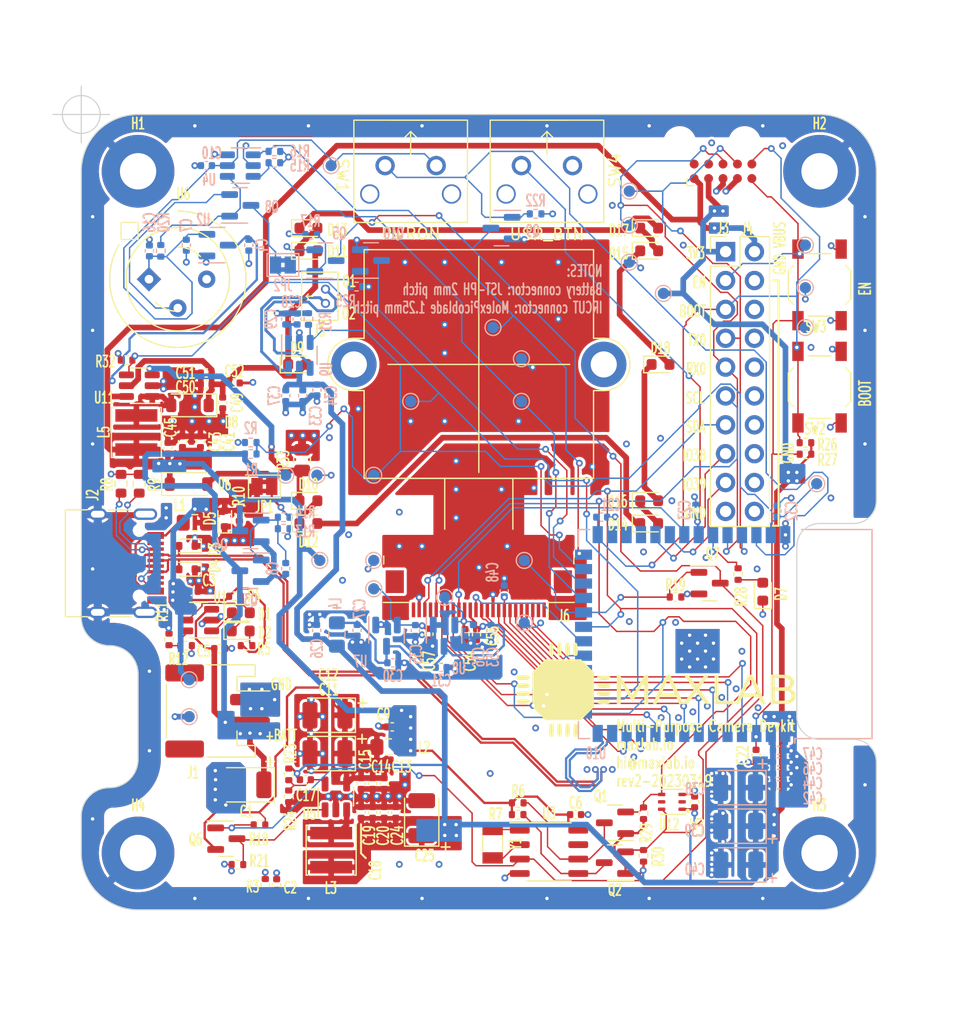
<source format=kicad_pcb>
(kicad_pcb (version 20221018) (generator pcbnew)
  (title_block (title "MaxLab AI Camera PCB") (date "20230319") (rev "rev2"))
  (layers (0 "F.Cu" signal) (1 "In1.Cu" signal) (2 "In2.Cu" signal) (31 "B.Cu" signal) (34 "B.Paste" user) (35 "F.Paste" user) (36 "B.SilkS" user "B.Silkscreen") (37 "F.SilkS" user "F.Silkscreen") (38 "B.Mask" user) (39 "F.Mask" user) (44 "Edge.Cuts" user))
  (net 0 "")
  (net 1 "GND")
  (net 2 "GNDPWR")
  (net 3 "VBUS")
  (net 4 "+BATT")
  (net 5 "/PWR_PIR")
  (net 6 "+3V3")
  (net 7 "/ESP_BOOT")
  (net 8 "/ESP_EN")
  (net 9 "/USR_BTN")
  (net 10 "+2V8")
  (net 11 "+1V2")
  (net 12 "/CAM.PCLK")
  (net 13 "+5V")
  (net 14 "/UD-")
  (net 15 "/UD+")
  (net 16 "/TXD0")
  (net 17 "/RXD0")
  (net 18 "/IO38")
  (net 19 "/IO39")
  (net 20 "Net-(D1-A)")
  (net 21 "Net-(D1-K)")
  (net 22 "/CAM.D4")
  (net 23 "/CAM.D3")
  (net 24 "/CAM.D5")
  (net 25 "/CAM.D2")
  (net 26 "/CAM.D6")
  (net 27 "/CAM.D7")
  (net 28 "/CAM.D8")
  (net 29 "/CAM.MCLK")
  (net 30 "/CAM.D9")
  (net 31 "/CAM.HREF")
  (net 32 "/CAM.PWDN")
  (net 33 "/CAM.VSYNC")
  (net 34 "/CAM.RST")
  (net 35 "/CAM.SCL")
  (net 36 "/CAM.SDA")
  (net 37 "Net-(D2-A)")
  (net 38 "Net-(D2-K)")
  (net 39 "Net-(D7-A)")
  (net 40 "Net-(D10-A)")
  (net 41 "Net-(D11-K)")
  (net 42 "Net-(D10-K)")
  (net 43 "Net-(D11-A)")
  (net 44 "Net-(J2-VBUS-PadA4)")
  (net 45 "Net-(J2-CC1)")
  (net 46 "/PWR_EN")
  (net 48 "Net-(J2-CC2)")
  (net 49 "/BATT_DETECT")
  (net 51 "/PIR_CTRL_LE")
  (net 52 "/PIR_CTRL_D")
  (net 53 "/USR_LED")
  (net 54 "/IRCUT_CTRL")
  (net 55 "/IRLED_PWM")
  (net 58 "Net-(J5-Pin_2)")
  (net 59 "/PWRON_DET")
  (net 60 "Net-(J5-Pin_1)")
  (net 63 "/PIR_OUT")
  (net 65 "Net-(JP2-B)")
  (net 66 "Net-(JP2-A)")
  (net 67 "Net-(Q2-D)")
  (net 68 "Net-(Q5-D)")
  (net 69 "Net-(Q6-D)")
  (net 70 "Net-(Q8-G)")
  (net 71 "Net-(Q8-S)")
  (net 72 "+3.3VA")
  (net 73 "Net-(U5-FB)")
  (net 74 "Net-(U9-CE)")
  (net 75 "Net-(D8-K)")
  (net 76 "Net-(D6-A)")
  (net 77 "Net-(D8-A)")
  (net 78 "Net-(D12-A)")
  (net 79 "Net-(D13-K)")
  (net 80 "Net-(D14-A)")
  (net 81 "Net-(D15-K)")
  (net 82 "Net-(D16-A)")
  (net 83 "Net-(D17-K)")
  (net 84 "Net-(U5-LX)")
  (net 88 "Net-(Q3-G)")
  (net 89 "Net-(Q3-S)")
  (net 90 "Net-(Q6-S)")
  (net 91 "Net-(Q1-D)")
  (net 92 "Net-(U1-PROG)")
  (net 93 "Net-(U3-OSCI)")
  (net 94 "Net-(U3-OSCO)")
  (footprint "Capacitor_SMD:C_0402_1005Metric" (layer "F.Cu") (at 107.192 92)
    (fp_text reference "C5")
    (fp_text value "10u_0402_CL05A105KA5NQNC" hide)
  )
  (footprint "00-kiml-optical:Lite-On_LTR-303ALS-01" (layer "F.Cu") (at 147 105.5 180)
    (fp_text reference "U12")
    (fp_text value "LTR-303ALS-01" hide)
  )
  (footprint "MountingHole:MountingHole_3.2mm_M3_Pad_TopBottom" (layer "F.Cu") (at 100 110)
    (fp_text reference "H4")
    (fp_text value "MountingHole_Pad" hide)
  )
  (footprint "Package_SO:SO-8_3.9x4.9mm_P1.27mm" (layer "F.Cu") (at 136.18 109.9)
    (fp_text reference "U3")
    (fp_text value "PCF85063AT_SO8" hide)
  )
  (footprint "MountingHole:MountingHole_3.2mm_M3_Pad_TopBottom" (layer "F.Cu") (at 100 50)
    (fp_text reference "H1")
    (fp_text value "MountingHole_Pad" hide)
  )
  (footprint "00-kiml-inductor-smd:L_Sunlord_SWPA40xxS" (layer "F.Cu") (at 117 109.75 -90)
    (fp_text reference "L3")
    (fp_text value "10u_SWPA4030S100MT" hide)
  )
  (footprint "Capacitor_SMD:C_0402_1005Metric" (layer "F.Cu") (at 120.654 103.886 -90)
    (fp_text reference "C14")
    (fp_text value "10u_0402_CL05A105KA5NQNC" hide)
  )
  (footprint "Resistor_SMD:R_0603_1608Metric" (layer "F.Cu") (at 100.1 77.5 90)
    (fp_text reference "R9")
    (fp_text value "5.1k_0603_0603WAF5101T5E" hide)
  )
  (footprint "00-kiml-optical:ircut_filter_M12_10mm_noname" (layer "F.Cu") (at 130 67)
    (fp_text reference "REF**" hide)
    (fp_text value "ircut_filter_M12_10mm_noname" hide)
  )
  (footprint "Capacitor_SMD:C_0402_1005Metric" (layer "F.Cu") (at 138.52 106.62)
    (fp_text reference "C6")
    (fp_text value "10u_0402_CL05A105KA5NQNC" hide)
  )
  (footprint "Resistor_SMD:R_0402_1005Metric" (layer "F.Cu") (at 108.75 111.02 180)
    (fp_text reference "R21")
    (fp_text value "215k_0402_0402WGD2153TCE" hide)
  )
  (footprint "Resistor_SMD:R_0603_1608Metric" (layer "F.Cu") (at 98.5 77.5 90)
    (fp_text reference "R8")
    (fp_text value "5.1k_0603_0603WAF5101T5E" hide)
  )
  (footprint "Resistor_SMD:R_0402_1005Metric" (layer "F.Cu") (at 110.69 107.53 180)
    (fp_text reference "R18")
    (fp_text value "215k_0402_0402WGD2153TCE" hide)
  )
  (footprint "Diode_SMD:D_SOD-523" (layer "F.Cu") (at 104.3075 82.97 180)
    (fp_text reference "D3")
    (fp_text value "SOD-523_BSD5C051L" hide)
  )
  (footprint "Button_Switch_SMD:SW_SPST_TL3342" (layer "F.Cu") (at 160 69 -90)
    (fp_text reference "SW2")
    (fp_text value "SW_PB_TS-1187A-B-A-B" hide)
  )
  (footprint "00-kiml-crystal-smd:Crystal_SMD_3215-2Pin_3.2x1.5mm" (layer "F.Cu") (at 131.22 109.18 -90)
    (fp_text reference "Y1")
    (fp_text value "32.768kHz_Q13FC1350000400" hide)
  )
  (footprint "Inductor_SMD:L_0805_2012Metric_Pad1.15x1.40mm_HandSolder" (layer "F.Cu") (at 105 80.93)
    (fp_text reference "L1")
    (fp_text value "0805_FB_220R@100MHz_BLM21PG221SN1D" hide)
  )
  (footprint "Capacitor_SMD:C_0402_1005Metric" (layer "F.Cu") (at 107.45 70.385 -90)
    (fp_text reference "C49")
    (fp_text value "10u_0402_CL05A105KA5NQNC" hide)
  )
  (footprint "LED_SMD:LED_0603_1608Metric" (layer "F.Cu") (at 155 87 90)
    (fp_text reference "D7")
    (fp_text value "0603_RED_KT-0603R" hide)
  )
  (footprint "Resistor_SMD:R_0402_1005Metric" (layer "F.Cu") (at 158.76 73.89)
    (fp_text reference "R26")
    (fp_text value "10k_0402_0402WGF1002TCE" hide)
  )
  (footprint "LED_SMD:LED_0603_1608Metric" (layer "F.Cu") (at 109.036487 90.459099)
    (fp_text reference "D2")
    (fp_text value "0603_GREEN_19-217/GHC-YR1S2/3T" hide)
  )
  (footprint "LED_SMD:LED_0603_1608Metric" (layer "F.Cu") (at 115 81)
    (fp_text reference "D12")
    (fp_text value "0603_IR_850nm_E6C0603IRAC1UDA" hide)
  )
  (footprint "Resistor_SMD:R_0402_1005Metric" (layer "F.Cu") (at 109.55 91.75)
    (fp_text reference "R5")
    (fp_text value "1k_0402_0402WGF1001TCE" hide)
  )
  (footprint "00-kiml-capacitor-tantalum:CP_EIA-3528-15_AVX-H" (layer "F.Cu") (at 109.5375 104 180)
    (fp_text reference "C1")
    (fp_text value "100u_CASE-B-3528_TAJB107K006RNJ" hide)
  )
  (footprint "Resistor_SMD:R_0402_1005Metric" (layer "F.Cu") (at 133.42 106.62)
    (fp_text reference "R7")
    (fp_text value "10k_0402_0402WGF1002TCE" hide)
  )
  (footprint "Capacitor_SMD:C_0402_1005Metric" (layer "F.Cu") (at 129.798 90.781 90)
    (fp_text reference "C56")
    (fp_text value "10u_0402_CL05A105KA5NQNC" hide)
  )
  (footprint "Resistor_SMD:R_0402_1005Metric" (layer "F.Cu") (at 144.5 106.5 90)
    (fp_text reference "R29")
    (fp_text value "10k_0402_0402WGF1002TCE" hide)
  )
  (footprint "00-kiml-switch-button-tht:SW_PB_90deg_K2-1102AQ-H4CW-01" (layer "F.Cu") (at 136 49.5 180)
    (fp_text reference "SW4")
    (fp_text value "SW_PB_90deg_K2-1102AQ-H4CW-01" hide)
  )
  (footprint "00-kiml-capacitor-tantalum:CP_EIA-3528-15_AVX-H" (layer "F.Cu") (at 116.675 101.25 180)
    (fp_text reference "C11")
    (fp_text value "100u_CASE-B-3528_TAJB107K006RNJ" hide)
  )
  (footprint "00-kiml-inductor-smd:L_Sunlord_SWPA40xxS" (layer "F.Cu") (at 99.85 72.99 90)
    (fp_text reference "L5")
    (fp_text value "10u_SWPA4030S100MT" hide)
  )
  (footprint "LED_SMD:LED_0603_1608Metric" (layer "F.Cu") (at 115 57)
    (fp_text reference "D11")
    (fp_text value "0603_IR_850nm_E6C0603IRAC1UDA" hide)
  )
  (footprint "Capacitor_SMD:C_0402_1005Metric" (layer "F.Cu") (at 122.38 98.9)
    (fp_text reference "C9")
    (fp_text value "10u_0402_CL05A105KA5NQNC" hide)
  )
  (footprint "Resistor_SMD:R_0402_1005Metric" (layer "F.Cu") (at 108.92 80.26 -90)
    (fp_text reference "R10")
    (fp_text value "10k_0402_0402WGF1002TCE" hide)
  )
  (footprint "00-kiml-connector-jst:JST_PH_S2B-PH-SM4-TB_1x02-1MP_P2.00mm_Horizontal" (layer "F.Cu") (at 107 97.5 -90)
    (fp_text reference "J1")
    (fp_text value "Conn-01x02_P2mm_NONAME_JST-PH_C47647" hide)
  )
  (footprint "Inductor_SMD:L_0805_2012Metric_Pad1.15x1.40mm_HandSolder" (layer "F.Cu") (at 122.05 100.67 180)
    (fp_text reference "L2")
    (fp_text value "0805_FB_220R@100MHz_BLM21PG221SN1D" hide)
  )
  (footprint "LED_SMD:LED_0603_1608Metric" (layer "F.Cu") (at 145 79)
    (fp_text reference "D16")
    (fp_text value "0603_IR_850nm_E6C0603IRAC1UDA" hide)
  )
  (footprint "Capacitor_SMD:C_0402_1005Metric" (layer "F.Cu") (at 114.73 103.55)
    (fp_text reference "C17")
    (fp_text value "22p_0402_0402CG220J500NT" hide)
  )
  (footprint "Jumper:SolderJumper-2_P1.3mm_Bridged2Bar_Pad1.0x1.5mm" (layer "F.Cu") (at 111.12 77.74 180)
    (fp_text reference "JP1")
    (fp_text value "USB_PWR" hide)
  )
  (footprint "LED_SMD:LED_0603_1608Metric" (layer "F.Cu") (at 115 79)
    (fp_text reference "D10")
    (fp_text value "0603_IR_850nm_E6C0603IRAC1UDA" hide)
  )
  (footprint "Resistor_SMD:R_0402_1005Metric" (layer "F.Cu") (at 113.27 103.08 -90)
    (fp_text reference "R23")
    (fp_text value "976k_0402_0402WGD9763TCE" hide)
  )
  (footprint "Capacitor_SMD:C_0402_1005Metric" (layer "F.Cu") (at 103.91 73.8 -90)
    (fp_text reference "C41")
    (fp_text value "10u_0402_CL05A105KA5NQNC" hide)
  )
  (footprint "LED_SMD:LED_0603_1608Metric" (layer "F.Cu") (at 109.048986 88.859099)
    (fp_text reference "D1")
    (fp_text value "0603_RED_KT-0603R" hide)
  )
  (footprint "Resistor_SMD:R_0402_1005Metric" (layer "F.Cu") (at 113.26 105.01 -90)
    (fp_text reference "R24")
    (fp_text value "215k_0402_0402WGD2153TCE" hide)
  )
  (footprint "Capacitor_SMD:C_0402_1005Metric" (layer "F.Cu") (at 112.2 112.78 -90)
    (fp_text reference "C2")
    (fp_text value "10u_0402_CL05A105KA5NQNC" hide)
  )
  (footprint "Package_TO_SOT_SMD:SOT-23-6" (layer "F.Cu") (at 100.11 68.87 180)
    (fp_text reference "U11")
    (fp_text value "MT9284-28J" hide)
  )
  (footprint "00-kiml-connector-fpc-ffc:Jushuo_AFC01-S24FCC-00_1x24-1MP_P0.50_Horizontal" (layer "F.Cu") (at 130 87 180)
    (fp_text reference "J6")
    (fp_text value "Conn_01x24_FFC_0.5mm_AFC01-S24FCC-00" hide)
  )
  (footprint "LED_SMD:LED_0603_1608Metric" (layer "F.Cu") (at 145 55)
    (fp_text reference "D15")
    (fp_text value "0603_IR_850nm_E6C0603IRAC1UDA" hide)
  )
  (footprint "Package_TO_SOT_SMD:SOT-23" (layer "F.Cu") (at 141.99 107.34 180)
    (fp_text reference "Q1")
    (fp_text value "2N7002" hide)
  )
  (footprint "Resistor_SMD:R_0402_1005Metric" (layer "F.Cu") (at 111.2 112.8 90)
    (fp_text reference "R3")
    (fp_text value "215k_0402_0402WGD2153TCE" hide)
  )
  (footprint "Diode_SMD:D_SOD-523" (layer "F.Cu") (at 107.63 80.57 90)
    (fp_text reference "D5")
    (fp_text value "SOD-523_BSD5C051L" hide)
  )
  (footprint "LED_SMD:LED_0603_1608Metric" (layer "F.Cu") (at 115 55)
    (fp_text reference "D13")
    (fp_text value "0603_IR_850nm_E6C0603IRAC1UDA" hide)
  )
  (footprint "00-kiml-switch-button-tht:SW_PB_90deg_K2-1102AQ-H4CW-01" (layer "F.Cu") (at 124 49.5 180)
    (fp_text reference "SW1")
    (fp_text value "SW_PB_90deg_K2-1102AQ-H4CW-01" hide)
  )
  (footprint "Button_Switch_SMD:SW_SPST_TL3342" (layer "F.Cu") (at 160 60 -90)
    (fp_text reference "SW3")
    (fp_text value "SW_PB_TS-1187A-B-A-B" hide)
  )
  (footprint "Diode_SMD:D_SOD-123" (layer "F.Cu") (at 104.57 70.6 180)
    (fp_text reference "D8")
    (fp_text value "B5819W-SL_SOD-123" hide)
  )
  (footprint "Capacitor_SMD:C_0402_1005Metric" (layer "F.Cu") (at 106 68.75)
    (fp_text reference "C50")
    (fp_text value "10u_0402_CL05A105KA5NQNC" hide)
  )
  (footprint "00-kiml-connector-amphenol:10114829-10102LF" (layer "F.Cu") (at 116 61)
    (fp_text reference "J5")
    (fp_text value "Conn-01x02_P1.25mm_10114829-10102LF" hide)
  )
  (footprint "Resistor_SMD:R_0402_1005Metric" (layer "F.Cu") (at 98.99 66.62)
    (fp_text reference "R32")
    (fp_text value "215k_0402_0402WGD2153TCE" hide)
  )
  (footprint "LED_SMD:LED_0603_1608Metric" (layer "F.Cu") (at 145 57)
    (fp_text reference "D17")
    (fp_text value "0603_IR_850nm_E6C0603IRAC1UDA" hide)
  )
  (footprint "Resistor_SMD:R_0402_1005Metric" (layer "F.Cu") (at 144.5 110.25 90)
    (fp_text reference "R30")
    (fp_text value "10k_0402_0402WGF1002TCE" hide)
  )
  (footprint "Capacitor_SMD:C_0402_1005Metric" (layer "F.Cu") (at 154.41 101.4 90)
    (fp_text reference "C22")
    (fp_text value "10u_0402_CL05A105KA5NQNC" hide)
  )
  (footprint "Capacitor_SMD:C_0402_1005Metric" (layer "F.Cu") (at 122.686 106.426 -90)
    (fp_text reference "C24")
    (fp_text value "10u_0402_CL05A105KA5NQNC" hide)
  )
  (footprint "00-kiml-optical:AS312" (layer "F.Cu") (at 103.5 59.5)
    (fp_text reference "U6")
    (fp_text value "PIR_AS312" hide)
  )
  (footprint "Capacitor_SMD:C_0402_1005Metric" (layer "F.Cu") (at 120.654 106.426 -90)
    (fp_text reference "C19")
    (fp_text value "10u_0402_CL05A105KA5NQNC" hide)
  )
  (footprint "Diode_SMD:D_SOD-523" (layer "F.Cu") (at 104.3075 85.03 180)
    (fp_text reference "D4")
    (fp_text value "SOD-523_BSD5C051L" hide)
  )
  (footprint "Package_TO_SOT_SMD:SOT-23-5" (layer "F.Cu") (at 117.4125 105.0625 90)
    (fp_text reference "U5")
    (fp_text value "SY8089AAAC" hide)
  )
  (footprint "Capacitor_SMD:C_0402_1005Metric" (layer "F.Cu") (at 119.638 106.426 -90)
    (fp_text reference "C18")
    (fp_text value "10u_0402_CL05A105KA5NQNC" hide)
  )
  (footprint "00-kiml-maxlab-logos:maxlab_logo_full_25mm" (layer "F.Cu") (at 145.8 95.6)
    (fp_text reference "G***" hide)
    (fp_text value "LOGO" hide)
  )
  (footprint "Resistor_SMD:R_0402_1005Metric" (layer "F.Cu") (at 102.725 91.2 90)
    (fp_text reference "R11")
    (fp_text value "10k_0402_0402WGF1002TCE" hide)
  )
  (footprint "Capacitor_SMD:C_0402_1005Metric" (layer "F.Cu") (at 121.67 106.426 -90)
    (fp_text reference "C20")
    (fp_text value "10u_0402_CL05A105KA5NQNC" hide)
  )
  (footprint "LED_SMD:LED_0603_1608Metric" (layer "F.Cu") (at 145 81)
    (fp_text reference "D14")
    (fp_text value "0603_IR_850nm_E6C0603IRAC1UDA" hide)
  )
  (footprint "MountingHole:MountingHole_3.2mm_M3_Pad_TopBottom" (layer "F.Cu") (at 160 50)
    (fp_text reference "H2")
    (fp_text value "MountingHole_Pad" hide)
  )
  (footprint "Capacitor_SMD:C_0402_1005Metric" (layer "F.Cu") (at 121.67 103.886 90)
    (fp_text reference "C13")
    (fp_text value "10u_0402_CL05A105KA5NQNC" hide)
  )
  (footprint "Resistor_SMD:R_0402_1005Metric" (layer "F.Cu") (at 133.43 105.59)
    (fp_text reference "R6")
    (fp_text value "10k_0402_0402WGF1002TCE" hide)
  )
  (footprint "Connector_PinHeader_2.54mm:PinHeader_2x10_P2.54mm_Vertical" (layer "F.Cu") (at 151.725 57.075)
    (fp_text reference "J4")
    (fp_text value "Conn-02x10_P2.54mm_B-2100S20P-B110" hide)
  )
  (footprint "Capacitor_SMD:C_0402_1005Metric" (layer "F.Cu") (at 106 67.75)
    (fp_text reference "C51")
    (fp_text value "10u_0402_CL05A105KA5NQNC" hide)
  )
  (footprint "Capacitor_SMD:C_0402_1005Metric" (layer "F.Cu") (at 128.782 90.781 90)
    (fp_text reference "C54")
    (fp_text value "10u_0402_CL05A105KA5NQNC" hide)
  )
  (footprint "Resistor_SMD:R_0402_1005Metric" (layer "F.Cu") (at 152.83 85.45 -90)
    (fp_text reference "R28")
    (fp_text value "1k_0402_0402WGF1001TCE" hide)
  )
  (footprint "Capacitor_SMD:C_0402_1005Metric" (layer "F.Cu") (at 149 105.5 90)
    (fp_text reference "C55")
    (fp_text value "10u_0402_CL05A105KA5NQNC" hide)
  )
  (footprint "LED_SMD:LED_0603_1608Metric" (layer "F.Cu") (at 146 67)
    (fp_text reference "D18")
    (fp_text value "0603_IR_850nm_E6C0603IRAC1UDA" hide)
  )
  (footprint "Diode_SMD:D_SOD-123" (layer "F.Cu") (at 104.44 77.53)
    (fp_text reference "D6")
    (fp_text value "B5819W-SL_SOD-123" hide)
  )
  (footprint "Resistor_SMD:R_0402_1005Metric" (layer "F.Cu") (at 108.523986 87.409099)
    (fp_text reference "R4")
    (fp_text value "1k_0402_0402WGF1001TCE" hide)
  )
  (footprint "Capacitor_SMD:C_0402_1005Metric" (layer "F.Cu") (at 104.775 86.975 180)
    (fp_text reference "C3")
    (fp_text value "10u_0402_CL05A105KA5NQNC" hide)
  )
  (footprint "Resistor_SMD:R_0402_1005Metric" (layer "F.Cu") (at 104.225 91.75)
    (fp_text reference "R12")
    (fp_text value "10k_0402_0402WGF1002TCE" hide)
  )
  (footprint "LED_SMD:LED_0603_1608Metric" (layer "F.Cu") (at 114 67)
    (fp_text reference "D9")
    (fp_text value "0603_IR_850nm_E6C0603IRAC1UDA" hide)
  )
  (footprint "Package_TO_SOT_SMD:SOT-23" (layer "F.Cu") (at 150.3175 86.25)
    (fp_text reference "Q7")
    (fp_text value "2N7002" hide)
  )
  (footprint "00-kiml-connector-usb:USB_C_Receptacle_HRO_TYPE-C-31-M-12" (layer "F.Cu") (at 97.5 84.5 -90)
    (fp_text reference "J2")
    (fp_text value "TYPE-C-31-M-12" hide)
  )
  (footprint "MountingHole:MountingHole_3.2mm_M3_Pad_TopBottom" (layer "F.Cu") (at 160 110)
    (fp_text reference "H3")
    (fp_text value "MountingHole_Pad" hide)
  )
  (footprint "Capacitor_SMD:C_0402_1005Metric" (layer "F.Cu") (at 105.49 73.805 90)
    (fp_text reference "C43")
    (fp_text value "10u_0402_CL05A105KA5NQNC" hide)
  )
  (footprint "Resistor_SMD:R_0402_1005Metric" (layer "F.Cu") (at 147.32 87.47 180)
    (fp_text reference "R19")
    (fp_text value "215k_0402_0402WGD2153TCE" hide)
  )
  (footprint "Capacitor_SMD:C_0402_1005Metric" (layer "F.Cu") (at 119.638 103.886 90)
    (fp_text reference "C15")
    (fp_text value "10u_0402_CL05A105KA5NQNC" hide)
  )
  (footprint "Package_TO_SOT_SMD:SOT-23" (layer "F.Cu") (at 107.77 108.74)
    (fp_text reference "Q6")
    (fp_text value "AO3401A" hide)
  )
  (footprint "Resistor_SMD:R_0402_1005Metric" (layer "F.Cu") (at 158.76 74.9)
    (fp_text reference "R27")
    (fp_text value "10k_0402_0402WGF1002TCE" hide)
  )
  (footprint "Capacitor_SMD:C_0402_1005Metric" (layer "F.Cu") (at 125.607 90.741 90)
    (fp_text reference "C57")
    (fp_text value "10u_0402_CL05A105KA5NQNC" hide)
  )
  (footprint "Package_TO_SOT_SMD:SOT-23" (layer "F.Cu") (at 141.98 110.85 180)
    (fp_text reference "Q2")
    (fp_text value "2N7002" hide)
  )
  (footprint "00-kiml-capacitor-tantalum:CP_EIA-3528-15_AVX-H" (layer "F.Cu") (at 124.972 106.934 90)
    (fp_text reference "C25")
    (fp_text value "100u_CASE-B-3528_TAJB107K006RNJ" hide)
  )
  (footprint "Package_TO_SOT_SMD:SOT-23-6" (layer "F.Cu") (at 105.3375 89.499999 180)
    (fp_text reference "U1")
    (fp_text value "TP4057-42-SOT26-R" hide)
  )
  (footprint "Resistor_SMD:R_0805_2012Metric" (layer "F.Cu") (at 114.44 75.42 90)
    (fp_text reference "R33")
    (fp_text value "2.43R_0805_0805W8F243KT5E" hide)
  )
  (footprint "00-kiml-capacitor-tantalum:CP_EIA-3528-15_AVX-H" (layer "F.Cu") (at 116.675 97.875001 180)
    (fp_text reference "C12")
    (fp_text value "100u_CASE-B-3528_TAJB107K006RNJ" hide)
  )
  (footprint "Connector:Tag-Connect_TC2050-IDC-FP_2x05_P1.27mm_Vertical" (layer "F.Cu") (at 151.5 50)
    (fp_text reference "J3")
    (fp_text value "MAXLAB" hide)
  )
  (footprint "Capacitor_SMD:C_0402_1005Metric" (layer "F.Cu") (at 102.63 74.37 -90)
    (fp_text reference "C45")
    (fp_text value "10u_0402_CL05A105KA5NQNC" hide)
  )
  (footprint "Capacitor_SMD:C_0402_1005Metric" (layer "F.Cu") (at 108.47 68.63 180)
    (fp_text reference "C52")
    (fp_text value "10u_0402_CL05A105KA5NQNC" hide)
  )
  (footprint "Package_TO_SOT_SMD:SOT-23" (layer "B.Cu") (at 116.5 57.86)
    (fp_text reference "Q5")
    (fp_text value "2N7002" hide)
  )
  (footprint "00-kiml-capacitor-tantalum:CP_EIA-3528-15_AVX-H" (layer "B.Cu") (at 152.8375 107.6375 180)
    (fp_text reference "C39")
    (fp_text value "100u_CASE-B-3528_TAJB107K006RNJ" hide)
  )
  (footprint "TestPoint:TestPoint_Pad_D1.0mm" (layer "B.Cu") (at 120.75 76.75 180)
    (fp_text reference "TP10" hide)
    (fp_text value "TestPoint" hide)
  )
  (footprint "Resistor_SMD:R_0402_1005Metric" (layer "B.Cu") (at 109.92 73.87 180)
    (fp_text reference "R2")
    (fp_text value "976k_0402_0402WGD9763TCE" hide)
  )
  (footprint "TestPoint:TestPoint_Pad_D1.0mm" (layer "B.Cu") (at 104.5 98 180)
    (fp_text reference "TP24" hide)
    (fp_text value "TestPoint" hide)
  )
  (footprint "Capacitor_SMD:C_0402_1005Metric" (layer "B.Cu") (at 156.25 79.91 90)
    (fp_text reference "C32")
    (fp_text value "10u_0402_CL05A105KA5NQNC" hide)
  )
  (footprint "00-kiml-rf-module:ESP32-S3-WROOM-1" (layer "B.Cu") (at 151.72 90.73 90)
    (fp_text reference "U10")
    (fp_text value "ESP32-S3-WROOM-1-N16R8" hide)
  )
  (footprint "TestPoint:TestPoint_Pad_D1.0mm" (layer "B.Cu") (at 120.75 84.25 180)
    (fp_text reference "TP17" hide)
    (fp_text value "TestPoint" hide)
  )
  (footprint "Capacitor_SMD:C_0402_1005Metric" (layer "B.Cu") (at 113 63 90)
    (fp_text reference "C29")
    (fp_text value "10u_0402_CL05A105KA5NQNC" hide)
  )
  (footprint "Capacitor_SMD:C_0402_1005Metric" (layer "B.Cu") (at 114.5 69.75 90)
    (fp_text reference "C34")
    (fp_text value "10u_0402_CL05A105KA5NQNC" hide)
  )
  (footprint "Capacitor_SMD:C_0402_1005Metric" (layer "B.Cu") (at 132.2364 86.938 90)
    (fp_text reference "C48")
    (fp_text value "22p_0402_0402CG220J500NT" hide)
  )
  (footprint "TestPoint:TestPoint_Pad_D1.0mm" (layer "B.Cu") (at 134 84.25 180)
    (fp_text reference "TP12" hide)
    (fp_text value "TestPoint" hide)
  )
  (footprint "Resistor_SMD:R_0402_1005Metric" (layer "B.Cu") (at 115 63 -90)
    (fp_text reference "R31")
    (fp_text value "215k_0402_0402WGD2153TCE" hide)
  )
  (footprint "TestPoint:TestPoint_Pad_D1.0mm" (layer "B.Cu") (at 146.25 60.75 180)
    (fp_text reference "TP22" hide)
    (fp_text value "TestPoint" hide)
  )
  (footprint "Capacitor_SMD:C_0402_1005Metric" (layer "B.Cu") (at 109.75 56.5 90)
    (fp_text reference "C4")
    (fp_text value "10u_0402_CL05A105KA5NQNC" hide)
  )
  (footprint "Capacitor_SMD:C_0402_1005Metric" (layer "B.Cu") (at 113 69.75 90)
    (fp_text reference "C37")
    (fp_text value "10u_0402_CL05A105KA5NQNC" hide)
  )
  (footprint "Capacitor_SMD:C_0402_1005Metric" (layer "B.Cu") (at 156.375 101.975)
    (fp_text reference "C46")
    (fp_text value "10u_0402_CL05A105KA5NQNC" hide)
  )
  (footprint "Package_TO_SOT_SMD:SOT-23" (layer "B.Cu") (at 109.9 85.16 180)
    (fp_text reference "Q3")
    (fp_text value "AO3401A" hide)
  )
  (footprint "Capacitor_SMD:C_0402_1005Metric" (layer "B.Cu") (at 101 57 90)
    (fp_text reference "C16")
    (fp_text value "10u_0402_CL05A105KA5NQNC" hide)
  )
  (footprint "Capacitor_SMD:C_0402_1005Metric" (layer "B.Cu") (at 124.4132 90.4219 -90)
    (fp_text reference "C35")
    (fp_text value "10u_0402_CL05A105KA5NQNC" hide)
  )
  (footprint "Resistor_SMD:R_0402_1005Metric" (layer "B.Cu") (at 135 53.75 180)
    (fp_text reference "R22")
    (fp_text value "215k_0402_0402WGD2153TCE" hide)
  )
  (footprint "Capacitor_SMD:C_0402_1005Metric" (layer "B.Cu") (at 106.02 49.5 180)
    (fp_text reference "C10")
    (fp_text value "10u_0402_CL05A105KA5NQNC" hide)
  )
  (footprint "00-kiml-capacitor-tantalum:CP_EIA-3528-15_AVX-H" (layer "B.Cu") (at 152.85 111.05 180)
    (fp_text reference "C40")
    (fp_text value "100u_CASE-B-3528_TAJB107K006RNJ" hide)
  )
  (footprint "TestPoint:TestPoint_Pad_D1.0mm" (layer "B.Cu") (at 117 49.5 180)
    (fp_text reference "TP13" hide)
    (fp_text value "TestPoint" hide)
  )
  (footprint "Package_TO_SOT_SMD:SOT-23" (layer "B.Cu") (at 126.9402 90.8724 -90)
    (fp_text reference "U8")
    (fp_text value "RT9166-12GVL" hide)
  )
  (footprint "TestPoint:TestPoint_Pad_D1.0mm" (layer "B.Cu") (at 143.25 51.75 180)
    (fp_text reference "TP4" hide)
    (fp_text value "TestPoint" hide)
  )
  (footprint "TestPoint:TestPoint_Pad_D1.0mm" (layer "B.Cu") (at 158.75 56.5 180)
    (fp_text reference "TP1" hide)
    (fp_text value "TestPoint" hide)
  )
  (footprint "Capacitor_SMD:C_0402_1005Metric" (layer "B.Cu") (at 140.82 80.44 180)
    (fp_text reference "C21")
    (fp_text value "10u_0402_CL05A105KA5NQNC" hide)
  )
  (footprint "Capacitor_SMD:C_0402_1005Metric" (layer "B.Cu") (at 115.7264 90.3988 90)
    (fp_text reference "C26")
    (fp_text value "10u_0402_CL05A105KA5NQNC" hide)
  )
  (footprint "Resistor_SMD:R_0402_1005Metric" (layer "B.Cu") (at 112 48.25 180)
    (fp_text reference "R16")
    (fp_text value "215k_0402_0402WGD2153TCE" hide)
  )
  (footprint "Resistor_SMD:R_0402_1005Metric" (layer "B.Cu") (at 115.25 55.57)
    (fp_text reference "R17")
    (fp_text value "215k_0402_0402WGD2153TCE" hide)
  )
  (footprint "Capacitor_SMD:C_0402_1005Metric" (layer "B.Cu") (at 115.75 69.25 90)
    (fp_text reference "C33")
    (fp_text value "10u_0402_CL05A105KA5NQNC" hide)
  )
  (footprint "Package_TO_SOT_SMD:SOT-23" (layer "B.Cu") (at 107 56.5)
    (fp_text reference "U2")
    (fp_text value "XC6206-2.8V" hide)
  )
  (footprint "Capacitor_SMD:C_0402_1005Metric" (layer "B.Cu") (at 156.375 100.975)
    (fp_text reference "C47")
    (fp_text value "10u_0402_CL05A105KA5NQNC" hide)
  )
  (footprint "TestPoint:TestPoint_Pad_D1.0mm" (layer "B.Cu") (at 104.5 94.75 180)
    (fp_text reference "TP23" hide)
    (fp_text value "TestPoint" hide)
  )
  (footprint "Jumper:SolderJumper-2_P1.3mm_Bridged2Bar_Pad1.0x1.5mm" (layer "B.Cu") (at 112.75 58.25)
    (fp_text reference "JP2")
    (fp_text value "PIR" hide)
  )
  (footprint "Package_TO_SOT_SMD:SOT-23" (layer "B.Cu") (at 109 53)
    (fp_text reference "Q8")
    (fp_text value "AO3401A" hide)
  )
  (footprint "Package_TO_SOT_SMD:SOT-23-6" (layer "B.Cu") (at 109 49.5 180)
    (fp_text reference "U4")
    (fp_text value "SOT-23-6_SN74LVC1G373DBVR_TI" hide)
  )
  (footprint "Resistor_SMD:R_0402_1005Metric" (layer "B.Cu") (at 112 49.25 180)
    (fp_text reference "R15")
    (fp_text value "215k_0402_0402WGD2153TCE" hide)
  )
  (footprint "TestPoint:TestPoint_Pad_D1.0mm" (layer "B.Cu") (at 159.75 77.5 180)
    (fp_text reference "TP11" hide)
    (fp_text value "TestPoint" hide)
  )
  (footprint "Capacitor_SMD:C_0402_1005Metric" (layer "B.Cu") (at 119.2824 90.3988 -90)
    (fp_text reference "C27")
    (fp_text value "10u_0402_CL05A105KA5NQNC" hide)
  )
  (footprint "TestPoint:TestPoint_Pad_D1.0mm" (layer "B.Cu") (at 131.25 63.75 180)
    (fp_text reference "TP7" hide)
    (fp_text value "TestPoint" hide)
  )
  (footprint "TestPoint:TestPoint_Pad_D1.0mm" (layer "B.Cu") (at 113 76.75 180)
    (fp_text reference "TP19" hide)
    (fp_text value "TestPoint" hide)
  )
  (footprint "Resistor_SMD:R_0402_1005Metric" (layer "B.Cu") (at 112.82 81.46)
    (fp_text reference "R13")
    (fp_text value "215k_0402_0402WGD2153TCE" hide)
  )
  (footprint "Resistor_SMD:R_0402_1005Metric" (layer "B.Cu") (at 102 57 90)
    (fp_text reference "R20")
    (fp_text value "10k_0402_0402WGF1002TCE" hide)
  )
  (footprint "Resistor_SMD:R_0402_1005Metric" (layer "B.Cu") (at 112.82 80.45 180)
    (fp_text reference "R14")
    (fp_text value "10k_0402_0402WGF1002TCE" hide)
  )
  (footprint "Capacitor_SMD:C_0402_1005Metric" (layer "B.Cu") (at 156.4 104)
    (fp_text reference "C42")
    (fp_text value "10u_0402_CL05A105KA5NQNC" hide)
  )
  (footprint "Capacitor_SMD:C_0402_1005Metric" (layer "B.Cu") (at 126.6862 93.6664)
    (fp_text reference "C31")
    (fp_text value "10u_0402_CL05A105KA5NQNC" hide)
  )
  (footprint "TestPoint:TestPoint_Pad_D1.0mm" (layer "B.Cu") (at 158.75 60.25 180)
    (fp_text reference "TP3" hide)
    (fp_text value "TestPoint" hide)
  )
  (footprint "Capacitor_SMD:C_0402_1005Metric" (layer "B.Cu") (at 104.25 56.5 -90)
    (fp_text reference "C7")
    (fp_text value "10u_0402_CL05A105KA5NQNC" hide)
  )
  (footprint "Capacitor_SMD:C_0402_1005Metric" (layer "B.Cu") (at 149.102 79.826 -90)
    (fp_text reference "C23")
    (fp_text value "10u_0402_CL05A105KA5NQNC" hide)
  )
  (footprint "Capacitor_SMD:C_0402_1005Metric" (layer "B.Cu") (at 156.375 103)
    (fp_text reference "C44")
    (fp_text value "10u_0402_CL05A105KA5NQNC" hide)
  )
  (footprint "Capacitor_SMD:C_0402_1005Metric" (layer "B.Cu") (at 122.432 93.26)
    (fp_text reference "C30")
    (fp_text value "10u_0402_CL05A105KA5NQNC" hide)
  )
  (footprint "TestPoint:TestPoint_Pad_D1.0mm" (layer "B.Cu") (at 133.75 66.5 180)
    (fp_text reference "TP9" hide)
    (fp_text value "TestPoint" hide)
  )
  (footprint "TestPoint:TestPoint_Pad_D1.0mm" (layer "B.Cu") (at 124 70.25 180)
    (fp_text reference "TP14" hide)
    (fp_text value "TestPoint" hide)
  )
  (footprint "Capacitor_SMD:C_0402_1005Metric" (layer "B.Cu") (at 114 63 90)
    (fp_text reference "C28")
    (fp_text value "10u_0402_CL05A105KA5NQNC" hide)
  )
  (footprint "00-kiml-capacitor-tantalum:CP_EIA-3528-15_AVX-H" (layer "B.Cu") (at 152.825 104.25 180)
    (fp_text reference "C38")
    (fp_text value "100u_CASE-B-3528_TAJB107K006RNJ" hide)
  )
  (footprint "Package_TO_SOT_SMD:SOT-23-6" (layer "B.Cu") (at 114.2 66.2 -90)
    (fp_text reference "U9")
    (fp_text value "AP1511B" hide)
  )
  (footprint "Package_TO_SOT_SMD:SOT-23" (layer "B.Cu") (at 132 55 180)
    (fp_text reference "Q9")
    (fp_text value "2N7002" hide)
  )
  (footprint "Inductor_SMD:L_0805_2012Metric_Pad1.15x1.40mm_HandSolder" (layer "B.Cu") (at 117.5044 90.7708 90)
    (fp_text reference "L4")
    (fp_text value "0805_FB_220R@100MHz_BLM21PG221SN1D" hide)
  )
  (footprint "TestPoint:TestPoint_Pad_D1.0mm" (layer "B.Cu") (at 158.75 63.75 180)
    (fp_text reference "TP2" hide)
    (fp_text value "TestPoint" hide)
  )
  (footprint "TestPoint:TestPoint_Pad_D1.0mm" (layer "B.Cu") (at 120.75 86.75 180)
    (fp_text reference "TP18" hide)
    (fp_text value "TestPoint" hide)
  )
  (footprint "TestPoint:TestPoint_Pad_D1.0mm" (layer "B.Cu") (at 115.75 76.75 180)
    (fp_text reference "TP20" hide)
    (fp_text value "TestPoint" hide)
  )
  (footprint "Capacitor_SMD:C_0402_1005Metric" (layer "B.Cu") (at 129.5122 90.4129 -90)
    (fp_text reference "C36")
    (fp_text value "10u_0402_CL05A105KA5NQNC" hide)
  )
  (footprint "TestPoint:TestPoint_Pad_D1.0mm" (layer "B.Cu") (at 143.25 54.75 180)
    (fp_text reference "TP5" hide)
    (fp_text value "TestPoint" hide)
  )
  (footprint "Resistor_SMD:R_0402_1005Metric" (layer "B.Cu") (at 119.23 60.15 180)
    (fp_text reference "R25")
    (fp_text value "215k_0402_0402WGD2153TCE" hide)
  )
  (footprint "TestPoint:TestPoint_Pad_D1.0mm" (layer "B.Cu") (at 134 89.75 180)
    (fp_text reference "TP15" hide)
    (fp_text value "TestPoint" hide)
  )
  (footprint "Capacitor_SMD:C_0402_1005Metric" (layer "B.Cu") (at 113 84.96 -90)
    (fp_text reference "C8")
    (fp_text value "10u_0402_CL05A105KA5NQNC" hide)
  )
  (footprint "Capacitor_SMD:C_0402_1005Metric" (layer "B.Cu") (at 131.068 90.4152 -90)
    (fp_text reference "C53")
    (fp_text value "10u_0402_CL05A105KA5NQNC" hide)
  )
  (footprint "Package_TO_SOT_SMD:SOT-23" (layer "B.Cu") (at 121.8732 90.8724 -90)
    (fp_text reference "U7")
    (fp_text value "XC6206-2.8V" hide)
  )
  (footprint "Package_TO_SOT_SMD:SOT-23" (layer "B.Cu") (at 120.5 57.85)
    (fp_text reference "Q10")
    (fp_text value "2N7002" hide)
  )
  (footprint "TestPoint:TestPoint_Pad_D1.0mm" (layer "B.Cu") (at 143.25 58 180)
    (fp_text reference "TP6" hide)
    (fp_text value "TestPoint" hide)
  )
  (footprint "TestPoint:TestPoint_Pad_D1.0mm" (layer "B.Cu") (at 116 84.25 180)
    (fp_text reference "TP21" hide)
    (fp_text value "TestPoint" hide)
  )
  (footprint "TestPoint:TestPoint_Pad_D1.0mm" (layer "B.Cu") (at 133.75 70.25 180)
    (fp_text reference "TP8" hide)
    (fp_text value "TestPoint" hide)
  )
  (footprint "Resistor_SMD:R_0402_1005Metric" (layer "B.Cu") (at 109.92 74.88)
    (fp_text reference "R1")
    (fp_text value "976k_0402_0402WGD9763TCE" hide)
  )
  (footprint "TestPoint:TestPoint_Pad_D1.0mm" (layer "B.Cu") (at 127 87.5 180)
    (fp_text reference "TP16" hide)
    (fp_text value "TestPoint" hide)
  )
  (footprint "Package_TO_SOT_SMD:SOT-23" (layer "B.Cu") (at 109.9 81.65 180)
    (fp_text reference "Q4")
    (fp_text value "AO3401A" hide)
  )
  (gr_line (start 156.388 59.6) (end 156.388 81.2) (stroke (width 0.1778)) (layer "F.SilkS"))
  (gr_line (start 155.88 81.2) (end 156.388 81.2) (stroke (width 0.1778)) (layer "F.SilkS"))
  (gr_line (start 155.846 59.6) (end 156.354 59.6) (stroke (width 0.1778)) (layer "F.SilkS"))
  (gr_line (start 119.63 110.03) (end 119.63 107.47) (stroke (width 0.1778)) (layer "F.SilkS"))
  (gr_line (start 120.05 110.45) (end 119.63 110.03) (stroke (width 0.1778)) (layer "F.SilkS"))
  (gr_arc (start 160 45) (mid 163.535534 46.464466) (end 165 50) (stroke (width 0.1)) (layer "Edge.Cuts"))
  (gr_arc (start 97.5 91.75) (mid 95.732233 91.017767) (end 95 89.25) (stroke (width 0.1)) (layer "Edge.Cuts"))
  (gr_line (start 165 102) (end 165 110) (stroke (width 0.1)) (layer "Edge.Cuts"))
  (gr_line (start 100 45) (end 160 45) (stroke (width 0.1)) (layer "Edge.Cuts"))
  (gr_arc (start 160 100) (mid 158.585786 99.414214) (end 158 98) (stroke (width 0.1)) (layer "Edge.Cuts"))
  (gr_arc (start 95 106.75) (mid 95.732233 104.982233) (end 97.5 104.25) (stroke (width 0.1)) (layer "Edge.Cuts"))
  (gr_line (start 162.999999 80.999999) (end 160 80.999999) (stroke (width 0.1)) (layer "Edge.Cuts"))
  (gr_arc (start 95 50) (mid 96.464466 46.464466) (end 100 45) (stroke (width 0.1)) (layer "Edge.Cuts"))
  (gr_arc (start 163 100) (mid 164.414214 100.585786) (end 165 102) (stroke (width 0.1)) (layer "Edge.Cuts"))
  (gr_line (start 95 89.25) (end 95 50) (stroke (width 0.1)) (layer "Edge.Cuts"))
  (gr_arc (start 97.5 91.75) (mid 99.267767 92.482233) (end 100 94.25) (stroke (width 0.1)) (layer "Edge.Cuts"))
  (gr_arc (start 158 83) (mid 158.585786 81.585786) (end 160 81) (stroke (width 0.1)) (layer "Edge.Cuts"))
  (gr_line (start 160 100) (end 163 100) (stroke (width 0.1)) (layer "Edge.Cuts"))
  (gr_arc (start 165 110) (mid 163.535534 113.535534) (end 160 115) (stroke (width 0.1)) (layer "Edge.Cuts"))
  (gr_line (start 100 101.75) (end 100 94.25) (stroke (width 0.1)) (layer "Edge.Cuts"))
  (gr_line (start 95 106.75) (end 95 110) (stroke (width 0.1)) (layer "Edge.Cuts"))
  (gr_line (start 165 50) (end 165 78.999999) (stroke (width 0.1)) (layer "Edge.Cuts"))
  (gr_arc (start 100 115) (mid 96.464466 113.535534) (end 95 110) (stroke (width 0.1)) (layer "Edge.Cuts"))
  (gr_line (start 160 115) (end 100 115) (stroke (width 0.1)) (layer "Edge.Cuts"))
  (gr_arc (start 100 101.75) (mid 99.267767 103.517767) (end 97.5 104.25) (stroke (width 0.1)) (layer "Edge.Cuts"))
  (gr_arc (start 164.999999 78.999999) (mid 164.414213 80.414213) (end 162.999999 80.999999) (stroke (width 0.1)) (layer "Edge.Cuts"))
  (gr_line (start 158 83) (end 158 98) (stroke (width 0.1)) (layer "Edge.Cuts"))
  (gr_text locked "NOTES:\nBattery connector: JST-PH 2mm pitch\nIRCUT connector: MolexPicoblade 1.25mm pitch \n" (at 140.97 60.39) (layer "B.SilkS") (effects (font (size 1 0.6)) (justify left mirror)))
  (gr_text "BOOT" (at 164.008 68.288 90) (layer "F.SilkS") (effects (font (size 1 0.6)) (justify right)))
  (gr_text "SDA" (at 150.038 72.48) (layer "F.SilkS") (effects (font (size 1 0.6)) (justify right)))
  (gr_text "3V3" (at 150 57.2) (layer "F.SilkS") (effects (font (size 1 0.6)) (justify right)))
  (gr_text "GND" (at 156.5 58.2 90) (layer "F.SilkS") (effects (font (size 1 0.6))))
  (gr_text "EN" (at 150.1 59.78) (layer "F.SilkS") (effects (font (size 1 0.6)) (justify right)))
  (gr_text "O2" (at 117.85 63.11) (layer "F.SilkS") (effects (font (size 1 0.6) (thickness 0.15) bold) (justify left bottom)))
  (gr_text "VBUS" (at 156.5 55.6 90) (layer "F.SilkS") (effects (font (size 1 0.6))))
  (gr_text "EN" (at 164.008 59.652 90) (layer "F.SilkS") (effects (font (size 1 0.6)) (justify right)))
  (gr_text "IO39" (at 150.1 77.56) (layer "F.SilkS") (effects (font (size 1 0.6)) (justify right)))
  (gr_text "SCL" (at 149.988 69.957) (layer "F.SilkS") (effects (font (size 1 0.6)) (justify right)))
  (gr_text "GND" (at 157.2 74.8 90) (layer "F.SilkS") (effects (font (size 1 0.6))))
  (gr_text "BOOT\n" (at 150.1 62.32) (layer "F.SilkS") (effects (font (size 1 0.6)) (justify right)))
  (gr_text "Multi-Purpose Camera Devkit\nmaxlab.io\nhi@maxlab.io\n${REVISION}-${ISSUE_DATE}" (at 142 101.25) (layer "F.SilkS") (effects (font (size 1 0.7)) (justify left)))
  (gr_text "O1" (at 117.89 60.26) (layer "F.SilkS") (effects (font (size 1 0.6) (thickness 0.15) bold) (justify left bottom)))
  (gr_text "RX0" (at 150.1 67.4) (layer "F.SilkS") (effects (font (size 1 0.6)) (justify right)))
  (gr_text "TX0" (at 150.1 64.86) (layer "F.SilkS") (effects (font (size 1 0.6)) (justify right)))
  (gr_text "+BATT" (at 111.125 100.25) (layer "F.SilkS") (effects (font (size 1 0.6) (thickness 0.15) bold) (justify left bottom)))
  (gr_text "IO38" (at 150.1 75.02) (layer "F.SilkS") (effects (font (size 1 0.6)) (justify right)))
  (gr_text "GND" (at 111.6 95.74) (layer "F.SilkS") (effects (font (size 1 0.6) (thickness 0.15) bold) (justify left bottom)))
  (gr_text "GND" (at 150.1 80.1) (layer "F.SilkS") (effects (font (size 1 0.6)) (justify right)))
  (target plus (at 95 45) (size 5) (width 0.1) (layer "Edge.Cuts"))
  (segment (start 161.325 72.15) (end 160.95 72.525) (width 0.127) (layer "F.Cu") (net 1))
  (segment (start 112.2 112.3) (end 112.2 111.75) (width 0.127) (layer "F.Cu") (net 1))
  (segment (start 105 82.25) (end 105 82.9625) (width 0.127) (layer "F.Cu") (net 1))
  (segment (start 161.325 56.85) (end 161.025 56.55) (width 0.127) (layer "F.Cu") (net 1))
  (segment (start 147.9 104.85) (end 148.83 104.85) (width 0.127) (layer "F.Cu") (net 1))
  (segment (start 161.9 65.85) (end 161.325 65.85) (width 0.127) (layer "F.Cu") (net 1))
  (segment (start 148.35 87.2) (end 148.1 87.2) (width 0.127) (layer "F.Cu") (net 1))
  (segment (start 113.26 105.52) (end 113.78 105) (width 0.127) (layer "F.Cu") (net 1))
  (segment (start 110.06 68.63) (end 110.11 68.58) (width 0.25) (layer "F.Cu") (net 1))
  (segment (start 129.31 91.261) (end 129.31 91.5) (width 0.127) (layer "F.Cu") (net 1))
  (segment (start 103.11 73.89) (end 102.63 73.89) (width 0.5) (layer "F.Cu") (net 1))
  (segment (start 105.0075 85.03) (end 105.0075 85.6825) (width 0.127) (layer "F.Cu") (net 1))
  (segment (start 129.31 91.261) (end 128.782 91.261) (width 0.127) (layer "F.Cu") (net 1))
  (segment (start 102.725 90.225) (end 102.7 90.2) (width 0.127) (layer "F.Cu") (net 1))
  (segment (start 103.91 73.09) (end 103.11 73.89) (width 0.5) (layer "F.Cu") (net 1))
  (segment (start 102.228237 68.485458) (end 102.229838 68.485458) (width 0.127) (layer "F.Cu") (net 1))
  (segment (start 124.75 88.6) (end 124.75 87.5) (width 0.25) (layer "F.Cu") (net 1))
  (segment (start 154.41 102.175) (end 153.905 102.175) (width 0.127) (layer "F.Cu") (net 1))
  (segment (start 131.25 88.6) (end 131.25 87.25) (width 0.25) (layer "F.Cu") (net 1))
  (segment (start 105.0075 85.6825) (end 105.35 86.025) (width 0.127) (layer "F.Cu") (net 1))
  (segment (start 98.48 66.269062) (end 98.240938 66.03) (width 0.127) (layer "F.Cu") (net 1))
  (segment (start 129.798 91.261) (end 129.31 91.261) (width 0.127) (layer "F.Cu") (net 1))
  (segment (start 98.48 66.62) (end 98.48 66.269062) (width 0.127) (layer "F.Cu") (net 1))
  (segment (start 133.605 111.805) (end 132.685 111.805) (width 0.127) (layer "F.Cu") (net 1))
  (segment (start 104.735 91.75) (end 104.735 92.415) (width 0.127) (layer "F.Cu") (net 1))
  (segment (start 149 105.02) (end 149 104.5) (width 0.127) (layer "F.Cu") (net 1))
  (segment (start 101.75 87.75) (end 102.3 88.3) (width 0.5) (layer "F.Cu") (net 1))
  (segment (start 151.5 51.1565) (end 151.5 50.635) (width 0.5) (layer "F.Cu") (net 1))
  (segment (start 106.475 89.499999) (end 105.956715 89.499999) (width 0.5) (layer "F.Cu") (net 1))
  (segment (start 161.9 63.15) (end 161 63.15) (width 0.127) (layer "F.Cu") (net 1))
  (segment (start 108.24 111.02) (end 108.24 111.56) (width 0.127) (layer "F.Cu") (net 1))
  (segment (start 105.956715 89.499999) (end 105.621692 89.835022) (width 0.5) (layer "F.Cu") (net 1))
  (segment (start 111.2 112.29) (end 111.2 111.7) (width 0.127) (layer "F.Cu") (net 1))
  (segment (start 153.905 102.175) (end 153.74 102.01) (width 0.127) (layer "F.Cu") (net 1))
  (segment (start 106.475 89.499999) (end 106.986752 89.499999) (width 0.5) (layer "F.Cu") (net 1))
  (segment (start 161.9 56.85) (end 161.325 56.85) (width 0.127) (layer "F.Cu") (net 1))
  (segment (start 98.5 76.675) (end 97.65 76.675) (width 0.127) (layer "F.Cu") (net 1))
  (segment (start 149.38 87.2) (end 148.35 87.2) (width 0.127) (layer "F.Cu") (net 1))
  (segment (start 105.0075 85.03) (end 105.0075 85.6675) (width 0.127) (layer "F.Cu") (net 1))
  (segment (start 97.65 76.675) (end 97.625 76.65) (width 0.127) (layer "F.Cu") (net 1))
  (segment (start 102.3 88.575) (end 102.3 88.5) (width 0.127) (layer "F.Cu") (net 1))
  (segment (start 148.1 87.2) (end 147.83 87.47) (width 0.127) (layer "F.Cu") (net 1))
  (segment (start 102.234026 69.150065) (end 101.953961 68.87) (width 0.127) (layer "F.Cu") (net 1))
  (segment (start 161.9 72.15) (end 161.325 72.15) (width 0.127) (layer "F.Cu") (net 1))
  (segment (start 109.245 68.63) (end 110.06 68.63) (width 0.25) (layer "F.Cu") (net 1))
  (segment (start 98.5 76.675) (end 100.1 76.675) (width 0.127) (layer "F.Cu") (net 1))
  (segment (start 132.685 111.805) (end 132.29 112.2) (width 0.127) (layer "F.Cu") (net 1))
  (segment (start 121.9 98.9) (end 121.256 98.9) (width 0.5) (layer "F.Cu") (net 1))
  (segment (start 155 87.7875) (end 155 89) (width 0.127) (layer "F.Cu") (net 1))
  (segment (start 161.325 65.85) (end 161.125 65.65) (width 0.127) (layer "F.Cu") (net 1))
  (segment (start 139 106.62) (end 139.61 106.62) (width 0.127) (layer "F.Cu") (net 1))
  (segment (start 113.78 105) (end 116.75 105) (width 0.127) (layer "F.Cu") (net 1))
  (segment (start 102.725 90.69) (end 102.725 90.225) (width 0.127) (layer "F.Cu") (net 1))
  (segment (start 125.607 91.467) (end 125.93 91.79) (width 0.127) (layer "F.Cu") (net 1))
  (segment (start 101.725 81.25) (end 102.475 80.5) (width 0.5) (layer "F.Cu") (net 1))
  (segment (start 101.545 87.75) (end 101.2665 88.0285) (width 0.127) (layer "F.Cu") (net 1))
  (segment (start 104.735 92.415) (end 104.7 92.45) (width 0.127) (layer "F.Cu") (net 1))
  (segment (start 107.65 111.02) (end 107.61 110.98) (width 0.127) (layer "F.Cu") (net 1))
  (segment (start 101.843695 68.87) (end 102.228237 68.485458) (width 0.127) (layer "F.Cu") (net 1))
  (segment (start 161 63.15) (end 160.975 63.125) (width 0.127) (layer "F.Cu") (net 1))
  (segment (start 152.77 50.73) (end 151.75 51.75) (width 0.5) (layer "F.Cu") (net 1))
  (segment (start 101.545 81.25) (end 101.2665 80.9715) (width 0.127) (layer "F.Cu") (net 1))
  (segment (start 102.3 88.5) (end 101.55 87.75) (width 0.127) (layer "F.Cu") (net 1))
  (segment (start 105.0075 85.6675) (end 104.6 86.075) (width 0.127) (layer "F.Cu") (net 1))
  (segment (start 106.3 86.975) (end 106.35 86.925) (width 0.127) (layer "F.Cu") (net 1))
  (segment (start 106.986752 89.499999) (end 107.306655 89.180096) (width 0.5) (layer "F.Cu") (net 1))
  (segment (start 107.71 91.99) (end 108.2495 91.99) (width 0.127) (layer "F.Cu") (net 1))
  (segment (start 101.953961 68.87) (end 101.2475 68.87) (width 0.127) (layer "F.Cu") (net 1))
  (segment (start 102.3 88.3) (end 102.3 88.575) (width 0.5) (layer "F.Cu") (net 1))
  (segment (start 105.325 86.05) (end 105.35 86.025) (width 0.127) (layer "F.Cu") (net 1))
  (segment (start 121.256 98.9) (end 121.162 98.806) (width 0.5) (layer "F.Cu") (net 1))
  (segment (start 150.9065 51.75) (end 151.5 51.1565) (width 0.5) (layer "F.Cu") (net 1))
  (segment (start 108.24 111.02) (end 107.65 111.02) (width 0.127) (layer "F.Cu") (net 1))
  (segment (start 105.55 86.975) (end 105.55 86.225) (width 0.127) (layer "F.Cu") (net 1))
  (segment (start 105.55 86.225) (end 105.35 86.025) (width 0.127) (layer "F.Cu") (net 1))
  (segment (start 148.35 87.2) (end 148.35 87.199998) (width 0.127) (layer "F.Cu") (net 1))
  (segment (start 108.24 111.56) (end 108.225 111.575) (width 0.127) (layer "F.Cu") (net 1))
  (segment (start 105.55 86.975) (end 106.3 86.975) (width 0.127) (layer "F.Cu") (net 1))
  (via (at 153.74 102.01) (size 0.6) (drill 0.3) (layers "F.Cu" "B.Cu") (net 1))
  (via (at 123.5 104) (size 0.6) (drill 0.3) (layers "F.Cu" "B.Cu") (net 1))
  (via (at 101 56) (size 0.6) (drill 0.3) (layers "F.Cu" "B.Cu") (net 1))
  (via (at 134.85 77.87) (size 0.6) (drill 0.3) (layers "F.Cu" "B.Cu") (net 1))
  (via (at 123.469205 103.05) (size 0.6) (drill 0.3) (layers "F.Cu" "B.Cu") (net 1))
  (via (at 106.75 48.5) (size 0.6) (drill 0.3) (layers "F.Cu" "B.Cu") (net 1))
  (via (at 108.5 82.5) (size 0.6) (drill 0.3) (layers "F.Cu" "B.Cu") (net 1))
  (via (at 117 76.75) (size 0.6) (drill 0.3) (layers "F.Cu" "B.Cu") (net 1))
  (via (at 121 105) (size 0.6) (drill 0.3) (layers "F.Cu" "B.Cu") (net 1))
  (via (at 106.8 104.4) (size 0.6) (drill 0.3) (layers "F.Cu" "B.Cu") (net 1))
  (via (at 159.25 65.5) (size 0.6) (drill 0.3) (layers "F.Cu" "B.Cu") (net 1))
  (via (at 157.5 102) (size 0.6) (drill 0.3) (layers "F.Cu" "B.Cu") (net 1))
  (via (at 151.5 109) (size 0.6) (drill 0.3) (layers "F.Cu" "B.Cu") (net 1))
  (via (at 105.35 86.025) (size 0.6) (drill 0.3) (layers "F.Cu" "B.Cu") (net 1))
  (via (at 148 56.5) (size 0.6) (drill 0.3) (layers "F.Cu" "B.Cu") (net 1))
  (via (at 132 78) (size 0.6) (drill 0.3) (layers "F.Cu" "B.Cu") (net 1))
  (via (at 128 75.5) (size 0.6) (drill 0.3) (layers "F.Cu" "B.Cu") (net 1))
  (via (at 146 73.5) (size 0.6) (drill 0.3) (layers "F.Cu" "B.Cu") (net 1))
  (via (at 113.25 48.75) (size 0.6) (drill 0.3) (layers "F.Cu" "B.Cu") (net 1))
  (via (at 127.896917 93.779083) (size 0.6) (drill 0.3) (layers "F.Cu" "B.Cu") (net 1))
  (via (at 106 58) (size 0.6) (drill 0.3) (layers "F.Cu" "B.Cu") (net 1))
  (via (at 150.5 111.9255) (size 0.6) (drill 0.3) (layers "F.Cu" "B.Cu") (net 1))
  (via (at 150.5 47.5) (size 0.6) (drill 0.3) (layers "F.Cu" "B.Cu") (net 1))
  (via (at 154.584483 97.218483) (size 0.6) (drill 0.3) (layers "F.Cu" "B.Cu") (net 1))
  (via (at 112.25 62.5) (size 0.6) (drill 0.3) (layers "F.Cu" "B.Cu") (net 1))
  (via (at 105 82.25) (size 0.6) (drill 0.3) (layers "F.Cu" "B.Cu") (net 1))
  (via (at 115.5 73.25) (size 0.6) (drill 0.3) (layers "F.Cu" "B.Cu") (net 1))
  (via (at 123 105) (size 0.6) (drill 0.3) (layers "F.Cu" "B.Cu") (net 1))
  (via (at 108.2495 91.99) (size 0.6) (drill 0.3) (layers "F.Cu" "B.Cu") (net 1))
  (via (at 143.65 101.55) (size 0.6) (drill 0.3) (layers "F.Cu" "B.Cu") (net 1))
  (via (at 119.638 91.44) (size 0.6) (drill 0.3) (layers "F.Cu" "B.Cu") (net 1))
  (via (at 155 89) (size 0.6) (drill 0.3) (layers "F.Cu" "B.Cu") (net 1))
  (via (at 102.3 88.575) (size 0.6) (drill 0.3) (layers "F.Cu" "B.Cu") (net 1))
  (via (at 107.725 105.775) (size 0.6) (drill 0.3) (layers "F.Cu" "B.Cu") (net 1))
  (via (at 161 78.75) (size 0.6) (drill 0.3) (layers "F.Cu" "B.Cu") (net 1))
  (via (at 105.621692 89.835022) (size 0.6) (drill 0.3) (layers "F.Cu" "B.Cu") (net 1))
  (via (at 158 101.5) (size 0.6) (drill 0.3) (layers "F.Cu" "B.Cu") (net 1))
  (via (at 115.25 102.7676) (size 0.6) (drill 0.3) (layers "F.Cu" "B.Cu") (net 1))
  (via (at 114.5 71.25) (size 0.6) (drill 0.3) (layers "F.Cu" "B.Cu") (net 1))
  (via (at 103 72) (size 0.6) (drill 0.3) (layers "F.Cu" "B.Cu") (net 1))
  (via (at 112.025 96.5) (size 0.6) (drill 0.3) (layers "F.Cu" "B.Cu") (net 1))
  (via (at 152.658 95.546) (size 0.6) (drill 0.3) (layers "F.Cu" "B.Cu") (net 1))
  (via (at 150.118 97.07) (size 0.6) (drill 0.3) (layers "F.Cu" "B.Cu") (net 1))
  (via (at 115.088035 89.911965) (size 0.6) (drill 0.3) (layers "F.Cu" "B.Cu") (net 1))
  (via (at 146.054 98.086) (size 0.6) (drill 0.3) (layers "F.Cu" "B.Cu") (net 1))
  (via (at 113.5 73.25) (size 0.6) (drill 0.3) (layers "F.Cu" "B.Cu") (net 1))
  (via (at 157.5 101) (size 0.6) (drill 0.3) (layers "F.Cu" "B.Cu") (net 1))
  (via (at 151.5 103) (size 0.6) (drill 0.3) (layers "F.Cu" "B.Cu") (net 1))
  (via (at 102.234026 69.150065) (size 0.6) (drill 0.3) (layers "F.Cu" "B.Cu") (net 1))
  (via (at 97.625 76.65) (size 0.6) (drill 0.3) (layers "F.Cu" "B.Cu") (net 1))
  (via (at 124.75 87.5) (size 0.6) (drill 0.3) (layers "F.Cu" "B.Cu") (net 1))
  (via (at 114.5 73.25) (size 0.6) (drill 0.3) (layers "F.Cu" "B.Cu") (net 1))
  (via (at 160.975 63.125) (size 0.6) (drill 0.3) (layers "F.Cu" "B.Cu") (net 1))
  (via (at 107.61 110.98) (size 0.6) (drill 0.3) (layers "F.Cu" "B.Cu") (net 1))
  (via (at 102.475 80.5) (size 0.6) (drill 0.3) (layers "F.Cu" "B.Cu") (net 1))
  (via (at 150 84) (size 0.6) (drill 0.3) (layers "F.Cu" "B.Cu") (net 1))
  (via (at 110.9 95.6) (size 0.6) (drill 0.3) (layers "F.Cu" "B.Cu") (net 1))
  (via (at 157.353 97.983229) (size 0.6) (drill 0.3) (layers "F.Cu" "B.Cu") (net 1))
  (via (at 98.240938 66.03) (size 0.6) (drill 0.3) (layers "F.Cu" "B.Cu") (net 1))
  (via (at 127 63.5) (size 0.6) (drill 0.3) (layers "F.Cu" "B.Cu") (net 1))
  (via (at 147.324 89.704) (size 0.6) (drill 0.3) (layers "F.Cu" "B.Cu") (net 1))
  (via (at 137 63) (size 0.6) (drill 0.3) (layers "F.Cu" "B.Cu") (net 1))
  (via (at 105 69.75) (size 0.6) (drill 0.3) (layers "F.Cu" "B.Cu") (net 1))
  (via (at 106.8 105.325) (size 0.6) (drill 0.3) (layers "F.Cu" "B.Cu") (net 1))
  (via (at 127 58) (size 0.6) (drill 0.3) (layers "F.Cu" "B.Cu") (net 1))
  (via (at 117.75 105) (size 0.6) (drill 0.3) (layers "F.Cu" "B.Cu") (net 1))
  (via (at 150.5 104) (size 0.6) (drill 0.3) (layers "F.Cu" "B.Cu") (net 1))
  (via (at 128 80.5) (size 0.6) (drill 0.3) (layers "F.Cu" "B.Cu") (net 1))
  (via (at 144.25 58.5) (size 0.6) (drill 0.3) (layers "F.Cu" "B.Cu") (net 1))
  (via (at 158 102.5) (size 0.6) (drill 0.3) (layers "F.Cu" "B.Cu") (net 1))
  (via (at 116 89) (size 0.6) (drill 0.3) (layers "F.Cu" "B.Cu") (net 1))
  (via (at 105.75 85) (size 0.6) (drill 0.3) (layers "F.Cu" "B.Cu") (net 1))
  (via (at 141.999146 80.422111) (size 0.6) (drill 0.3) (layers "F.Cu" "B.Cu") (net 1))
  (via (at 150.5 103) (size 0.6) (drill 0.3) (layers "F.Cu" "B.Cu") (net 1))
  (via (at 147.578 98.086) (size 0.6) (drill 0.3) (layers "F.Cu" "B.Cu") (net 1))
  (via (at 136.5 53.75) (size 0.6) (drill 0.3) (layers "F.Cu" "B.Cu") (net 1))
  (via (at 106.25 72) (size 0.6) (drill 0.3) (layers "F.Cu" "B.Cu") (net 1))
  (via (at 109.8 95.6) (size 0.6) (drill 0.3) (layers "F.Cu" "B.Cu") (net 1))
  (via (at 135 99) (size 0.6) (drill 0.3) (layers "F.Cu" "B.Cu") (net 1))
  (via (at 150.9065 51.75) (size 0.6) (drill 0.3) (layers "F.Cu" "B.Cu") (net 1))
  (via (at 104.7 92.45) (size 0.6) (drill 0.3) (layers "F.Cu" "B.Cu") (net 1))
  (via (at 106.8 102.75) (size 0.6) (drill 0.3) (layers "F.Cu" "B.Cu") (net 1))
  (via (at 115.25 99.5) (size 0.6) (drill 0.3) (layers "F.Cu" "B.Cu") (net 1))
  (via (at 130.306 91.882) (size 0.6) (drill 0.3) (layers "F.Cu" "B.Cu") (net 1))
  (via (at 113.1 56.625) (size 0.6) (drill 0.3) (layers "F.Cu" "B.Cu") (net 1))
  (via (at 111.2 111.7) (size 0.6) (drill 0.3) (layers "F.Cu" "B.Cu") (net 1))
  (via (at 155.25 98) (size 0.6) (drill 0.3) (layers "F.Cu" "B.Cu") (net 1))
  (via (at 104.75 72) (size 0.6) (drill 0.3) (layers "F.Cu" "B.Cu") (net 1))
  (via (at 123 111) (size 0.6) (drill 0.3) (layers "F.Cu" "B.Cu") (net 1))
  (via (at 102.7 90.2) (size 0.6) (drill 0.3) (layers "F.Cu" "B.Cu") (net 1))
  (via (at 134.75 67.25) (size 0.6) (drill 0.3) (layers "F.Cu" "B.Cu") (net 1))
  (via (at 123 80) (size 0.6) (drill 0.3) (layers "F.Cu" "B.Cu") (net 1))
  (via (at 160.95 72.525) (size 0.6) (drill 0.3) (layers "F.Cu" "B.Cu") (net 1))
  (via (at 140 76) (size 0.6) (drill 0.3) (layers "F.Cu" "B.Cu") (net 1))
  (via (at 141.75 102.65) (size 0.6) (drill 0.3) (layers "F.Cu" "B.Cu") (net 1))
  (via (at 120.3 60.16) (size 0.6) (drill 0.3) (layers "F.Cu" "B.Cu") (net 1))
  (via (at 124 72) (size 0.6) (drill 0.3) (layers "F.Cu" "B.Cu") (net 1))
  (via (at 123.448 93.26) (size 0.6) (drill 0.3) (layers "F.Cu" "B.Cu") (net 1))
  (via (at 109.9 97.3) (size 0.6) (drill 0.3) (layers "F.Cu" "B.Cu") (net 1))
  (via (at 143.25 89.629123) (size 0.6) (drill 0.3) (layers "F.Cu" "B.Cu") (net 1))
  (via (at 157.5 104) (size 0.6) (drill 0.3) (layers "F.Cu" "B.Cu") (net 1))
  (via (at 157.5 103) (size 0.6) (drill 0.3) (layers "F.Cu" "B.Cu") (net 1))
  (via (at 126.5 111) (size 0.6) (drill 0.3) (layers "F.Cu" "B.Cu") (net 1))
  (via (at 119.384 70.908) (size 0.6) (drill 0.3) (layers "F.Cu" "B.Cu") (net 1))
  (via (at 116.25 98) (size 0.6) (drill 0.3) (layers "F.Cu" "B.Cu") (net 1))
  (via (at 150.5 110) (size 0.6) (drill 0.3) (layers "F.Cu" "B.Cu") (net 1))
  (via (at 150.5 107) (size 0.6) (drill 0.3) (layers "F.Cu" "B.Cu") (net 1))
  (via (at 123 83) (size 0.6) (drill 0.3) (layers "F.Cu" "B.Cu") (net 1))
  (via (at 103.25 98) (size 0.6) (drill 0.3) (layers "F.Cu" "B.Cu") (net 1))
  (via (at 107.5 72) (size 0.6) (drill 0.3) (layers "F.Cu" "B.Cu") (net 1))
  (via (at 115.1026 89) (size 0.6) (drill 0.3) (layers "F.Cu" "B.Cu") (net 1))
  (via (at 135.443828 89.750863) (size 0.6) (drill 0.3) (layers "F.Cu" "B.Cu") (net 1))
  (via (at 131.25 87.25) (size 0.6) (drill 0.3) (layers "F.Cu" "B.Cu") (net 1))
  (via (at 133.11 94.07) (size 0.6) (drill 0.3) (layers "F.Cu" "B.Cu") (net 1))
  (via (at 108.8 73.86) (size 0.6) (drill 0.3) (layers "F.Cu" "B.Cu") (net 1))
  (via (at 150.5 111) (size 0.6) (drill 0.3) (layers "F.Cu" "B.Cu") (net 1))
  (via (at 130.02 84.87) (size 0.6) (drill 0.3) (layers "F.Cu" "B.Cu") (net 1))
  (via (at 112.2 111.75) (size 0.6) (drill 0.3) (layers "F.Cu" "B.Cu") (net 1))
  (via (at 125 83) (size 0.6) (drill 0.3) (layers "F.Cu" "B.Cu") (net 1))
  (via (at 109.5 47.75) (size 0.6) (drill 0.3) (layers "F.Cu" "B.Cu") (net 1))
  (via (at 124.4132 91.44) (size 0.6) (drill 0.3) (layers "F.Cu" "B.Cu") (net 1))
  (via (at 128 78) (size 0.6) (drill 0.3) (layers "F.Cu" "B.Cu") (net 1))
  (via (at 132.5 83) (size 0.6) (drill 0.3) (layers "F.Cu" "B.Cu") (net 1))
  (via (at 107.75 82.5) (size 0.6) (drill 0.3) (layers "F.Cu" "B.Cu") (net 1))
  (via (at 104.6 86.075) (size 0.6) (drill 0.3) (layers "F.Cu" "B.Cu") (net 1))
  (via (at 151.75 51.75) (size 0.6) (drill 0.3) (layers "F.Cu" "B.Cu") (net 1))
  (via (at 102.475 79.625) (size 0.6) (drill 0.3) (layers "F.Cu" "B.Cu") (net 1))
  (via (at 110.11 68.58) (size 0.6) (drill 0.3) (layers "F.Cu" "B.Cu") (net 1))
  (via (at 132 58) (size 0.6) (drill 0.3) (layers "F.Cu" "B.Cu") (net 1))
  (via (at 141.75 53) (size 0.6) (drill 0.3) (layers "F.Cu" "B.Cu") (net 1))
  (via (at 118 86) (size 0.6) (drill 0.3) (layers "F.Cu" "B.Cu") (net 1))
  (via (at 154.5 85) (size 0.6) (drill 0.3) (layers "F.Cu" "B.Cu") (net 1))
  (via (at 107.306655 89.180096) (size 0.6) (drill 0.3) (layers "F.Cu" "B.Cu") (net 1))
  (via (at 108.225 111.575) (size 0.6) (drill 0.3) (layers "F.Cu" "B.Cu") (net 1))
  (via (at 114.25 101.25) (size 0.6) (drill 0.3) (layers "F.Cu" "B.Cu") (net 1))
  (via (at 105 49.5) (size 0.6) (drill 0.3) (layers "F.Cu" "B.Cu") (net 1))
  (via (at 148.99 78.65) (size 0.6) (drill 0.3) (layers "F.Cu" "B.Cu") (net 1))
  (via (at 121.39 89.89) (size 0.6) (drill 0.3) (layers "F.Cu" "B.Cu") (net 1))
  (via (at 157 81) (size 0.6) (drill 0.3) (layers "F.Cu" "B.Cu") (net 1))
  (via (at 118.75 105) (size 0.6) (drill 0.3) (layers "F.Cu" "B.Cu") (net 1))
  (via (at 105.75 83) (size 0.6) (drill 0.3) (layers "F.Cu" "B.Cu") (net 1))
  (via (at 161.025 56.55) (size 0.6) (drill 0.3) (layers "F.Cu" "B.Cu") (net 1))
  (via (at 122 105) (size 0.6) (drill 0.3) (layers "F.Cu" "B.Cu") (net 1))
  (via (at 104.25 58) (size 0.6) (drill 0.3) (layers "F.Cu" "B.Cu") (net 1))
  (via (at 137 58) (size 0.6) (drill 0.3) (layers "F.Cu" "B.Cu") (net 1))
  (via (at 153.166 92.244) (size 0.6) (drill 0.3) (layers "F.Cu" "B.Cu") (net 1))
  (via (at 132.29 112.2) (size 0.6) (drill 0.3) (layers "F.Cu" "B.Cu") (net 1))
  (via (at 150.5 105) (size 0.6) (drill 0.3) (layers "F.Cu" "B.Cu") (net 1))
  (via (at 150.5 108) (size 0.6) (drill 0.3) (layers "F.Cu" "B.Cu") (net 1))
  (via (at 144.5 83.5) (size 0.6) (drill 0.3) (layers "F.Cu" "B.Cu") (net 1))
  (via (at 151.5 106.5) (size 0.6) (drill 0.3) (layers "F.Cu" "B.Cu") (net 1))
  (via (at 139.525 102.65) (size 0.6) (drill 0.3) (layers "F.Cu" "B.Cu") (net 1))
  (via (at 113.1738 82.155053) (size 0.6) (drill 0.3) (layers "F.Cu" "B.Cu") (net 1))
  (via (at 158.75 61.25) (size 0.6) (drill 0.3) (layers "F.Cu" "B.Cu") (net 1))
  (via (at 143 74) (size 0.6) (drill 0.3) (layers "F.Cu" "B.Cu") (net 1))
  (via (at 120.25 85) (size 0.6) (drill 0.3) (layers "F.Cu" "B.Cu") (net 1))
  (via (at 118.876 91.44) (size 0.6) (drill 0.3) (layers "F.Cu" "B.Cu") (net 1))
  (via (at 116.25 101.25) (size 0.6) (drill 0.3) (layers "F.Cu" "B.Cu") (net 1))
  (via (at 156.75 47.75) (size 0.6) (drill 0.3) (layers "F.Cu" "B.Cu") (net 1))
  (via (at 157.5 78.75) (size 0.6) (drill 0.3) (layers "F.Cu" "B.Cu") (net 1))
  (via (at 120 105) (size 0.6) (drill 0.3) (layers "F.Cu" "B.Cu") (net 1))
  (via (at 115.25 96.5) (size 0.6) (drill 0.3) (layers "F.Cu" "B.Cu") (net 1))
  (via (at 105 70.75) (size 0.6) (drill 0.3) (layers "F.Cu" "B.Cu") (net 1))
  (via (at 106.825 103.55) (size 0.6) (drill 0.3) (layers "F.Cu" "B.Cu") (net 1))
  (via (at 102.229838 68.485458) (size 0.6) (drill 0.3) (layers "F.Cu" "B.Cu") (net 1))
  (via (at 125.93 91.79) (size 0.6) (drill 0.3) (layers "F.Cu" "B.Cu") (net 1))
  (via (at 113 71.25) (size 0.6) (drill 0.3) (layers "F.Cu" "B.Cu") (net 1))
  (via (at 109.75 58.126576) (size 0.6) (drill 0.3) (layers "F.Cu" "B.Cu") (net 1))
  (via (at 125 90.8) (size 0.6) (drill 0.3) (layers "F.Cu" "B.Cu") (net 1))
  (via (at 131 103) (size 0.6) (drill 0.3) (layers "F.Cu" "B.Cu") (net 1))
  (via (at 157 82) (size 0.6) (drill 0.3) (layers "F.Cu" "B.Cu") (net 1))
  (via (at 134 56) (size 0.6) (drill 0.3) (layers "F.Cu" "B.Cu") (net 1))
  (via (at 149 104.5) (size 0.6) (drill 0.3) (layers "F.Cu" "B.Cu") (net 1))
  (via (at 115.75 70.25) (size 0.6) (drill 0.3) (layers "F.Cu" "B.Cu") (net 1))
  (via (at 135.7 97.05) (size 0.6) (drill 0.3) (layers "F.Cu" "B.Cu") (net 1))
  (via (at 147 79) (size 0.6) (drill 0.3) (layers "F.Cu" "B.Cu") (net 1))
  (via (at 131.068 91.44) (size 0.6) (drill 0.3) (layers "F.Cu" "B.Cu") (net 1))
  (via (at 116.844 73.448) (size 0.6) (drill 0.3) (layers "F.Cu" "B.Cu") (net 1))
  (via (at 116.75 105) (size 0.6) (drill 0.3) (layers "F.Cu" "B.Cu") (net 1))
  (via (at 132.25 85.825) (size 0.6) (drill 0.3) (layers "F.Cu" "B.Cu") (net 1))
  (via (at 119.26 56.05) (size 0.6) (drill 0.3) (layers "F.Cu" "B.Cu") (net 1))
  (via (at 133.5 72) (size 0.6) (drill 0.3) (layers "F.Cu" "B.Cu") (net 1))
  (via (at 109.25 82.5) (size 0.6) (drill 0.3) (layers "F.Cu" "B.Cu") (net 1))
  (via (at 123.5 58) (size 0.6) (drill 0.3) (layers "F.Cu" "B.Cu") (net 1))
  (via (at 129.28 91.53) (size 0.6) (drill 0.3) (layers "F.Cu" "B.Cu") (net 1))
  (via (at 127 72) (size 0.6) (drill 0.3) (layers "F.Cu" "B.Cu") (net 1))
  (via (at 151.388 96.308) (size 0.6) (drill 0.3) (layers "F.Cu" "B.Cu") (net 1))
  (via (at 118.539191 81.987921) (size 0.6) (drill 0.3) (layers "F.Cu" "B.Cu") (net 1))
  (via (at 156 98) (size 0.6) (drill 0.3) (layers "F.Cu" "B.Cu") (net 1))
  (via (at 148.848 97.578) (size 0.6) (drill 0.3) (layers "F.Cu" "B.Cu") (net 1))
  (via (at 113.3 55.5) (size 0.6) (drill 0.3) (layers "F.Cu" "B.Cu") (net 1))
  (via (at 127 66) (size 0.6) (drill 0.3) (layers "F.Cu" "B.Cu") (net 1))
  (via (at 102.3 89.45) (size 0.6) (drill 0.3) (layers "F.Cu" "B.Cu") (net 1))
  (via (at 148.35 87.199998) (size 0.6) (drill 0.3) (layers "F.Cu" "B.Cu") (net 1))
  (via (at 106.35 86.925) (size 0.6) (drill 0.3) (layers "F.Cu" "B.Cu") (net 1))
  (via (at 114.2 64.2) (size 0.6) (drill 0.3) (layers "F.Cu" "B.Cu") (net 1))
  (via (at 161.125 65.65) (size 0.6) (drill 0.3) (layers "F.Cu" "B.Cu") (net 1))
  (via (at 114.25 98) (size 0.6) (drill 0.3) (layers "F.Cu" "B.Cu") (net 1))
  (via (at 121.162 98.806) (size 0.6) (drill 0.3) (layers "F.Cu" "B.Cu") (net 1))
  (via (at 139.61 106.62) (size 0.6) (drill 0.3) (layers "F.Cu" "B.Cu") (net 1))
  (via (at 110.9 97.3) (size 0.6) (drill 0.3) (layers "F.Cu" "B.Cu") (net 1))
  (via (at 157 83) (size 0.6) (drill 0.3) (layers "F.Cu" "B.Cu") (net 1))
  (segment (start 135.51 53.75) (end 136.5 53.75) (width 0.127) (layer "B.Cu") (net 1))
  (segment (start 101 56.52) (end 101 56) (width 0.127) (layer "B.Cu") (net 1))
  (segment (start 114.5 70.5) (end 115.27 69.73) (width 0.5) (layer "B.Cu") (net 1))
  (segment (start 120.29 60.15) (end 120.3 60.16) (width 0.127) (layer "B.Cu") (net 1))
  (segment (start 124.7201 90.89) (end 124.91 90.89) (width 0.127) (layer "B.Cu") (net 1))
  (segment (start 157 83) (end 157 82) (width 0.127) (layer "B.Cu") (net 1))
  (segment (start 135.074691 90.12) (end 135.443828 89.750863) (width 0.127) (layer "B.Cu") (net 1))
  (segment (start 127.4612 93.8362) (end 127.518317 93.779083) (width 0.127) (layer "B.Cu") (net 1))
  (segment (start 106.0625 57.45) (end 106.0625 57.9375) (width 0.127) (layer "B.Cu") (net 1))
  (segment (start 115.75 76.75) (end 117 76.75) (width 0.127) (layer "B.Cu") (net 1))
  (segment (start 125.9902 90.8198) (end 125.93 90.88) (width 0.127) (layer "B.Cu") (net 1))
  (segment (start 106.8 48.55) (end 106.75 48.5) (width 0.127) (layer "B.Cu") (net 1))
  (segment (start 131.068 91.1902) (end 131.068 91.44) (width 0.127) (layer "B.Cu") (net 1))
  (segment (start 132.2364 85.8386) (end 132.25 85.825) (width 0.127) (layer "B.Cu") (net 1))
  (segment (start 156.25 79.43) (end 156.93 78.75) (width 0.127) (layer "B.Cu") (net 1))
  (segment (start 134.37 90.12) (end 135.074691 90.12) (width 0.127) (layer "B.Cu") (net 1))
  (segment (start 120.9681 89.89) (end 121.39 89.89) (width 0.127) (layer "B.Cu") (net 1))
  (segment (start 113 70.525) (end 113 71.25) (width 0.5) (layer "B.Cu") (net 1))
  (segment (start 120.75 84.5) (end 120.25 85) (width 0.127) (layer "B.Cu") (net 1))
  (segment (start 113.33 81.998853) (end 113.1738 82.155053) (width 0.127) (layer "B.Cu") (net 1))
  (segment (start 133.75 66.5) (end 134.5 67.25) (width 0.127) (layer "B.Cu") (net 1))
  (segment (start 115 62.49) (end 113.03 62.49) (width 0.5) (layer "B.Cu") (net 1))
  (segment (start 125.92 90.89) (end 125.93 90.88) (width 0.127) (layer "B.Cu") (net 1))
  (segment (start 115.3025 56.91) (end 113.385 56.91) (width 0.127) (layer "B.Cu") (net 1))
  (segment (start 104.5 98) (end 103.25 98) (width 0.5) (layer "B.Cu") (net 1))
  (segment (start 143.75 58) (end 144.25 58.5) (width 0.127) (layer "B.Cu") (net 1))
  (segment (start 112.51 48.25) (end 112.75 48.25) (width 0.127) (layer "B.Cu") (net 1))
  (segment (start 141.981257 80.44) (end 141.999146 80.422111) (width 0.127) (layer "B.Cu") (net 1))
  (segment (start 115.27 69.73) (end 115.75 69.73) (width 0.5) (layer "B.Cu") (net 1))
  (segment (start 125.9902 89.9349) (end 125.9902 90.8198) (width 0.127) (layer "B.Cu") (net 1))
  (segment (start 132.9375 55.95) (end 133.95 55.95) (width 0.127) (layer "B.Cu") (net 1))
  (segment (start 107.8625 48.55) (end 106.8 48.55) (width 0.127) (layer "B.Cu") (net 1))
  (segment (start 124.91 90.89) (end 125 90.8) (width 0.127) (layer "B.Cu") (net 1))
  (segment (start 113.37 55.57) (end 113.3 55.5) (width 0.127) (layer "B.Cu") (net 1))
  (segment (start 119.26 56.8875) (end 119.26 56.05) (width 0.127) (layer "B.Cu") (net 1))
  (segment (start 119.74 60.15) (end 120.29 60.15) (width 0.127) (layer "B.Cu") (net 1))
  (segment (start 113 62.52) (end 112.27 62.52) (width 0.5) (layer "B.Cu") (net 1))
  (segment (start 114.2 65.0625) (end 114.2 64.2) (width 0.5) (layer "B.Cu") (net 1))
  (segment (start 134.5 67.25) (end 134.75 67.25) (width 0.127) (layer "B.Cu") (net 1))
  (segment (start 114.5 70.525) (end 114.5 71.25) (width 0.5) (layer "B.Cu") (net 1))
  (segment (start 109.41 73.87) (end 108.81 73.87) (width 0.127) (layer "B.Cu") (net 1))
  (segment (start 108.81 73.87) (end 108.8 73.86) (width 0.127) (layer "B.Cu") (net 1))
  (segment (start 115.75 69.73) (end 115.75 70.25) (width 0.5) (layer "B.Cu") (net 1))
  (segment (start 132.2364 86.458) (end 132.2364 85.8386) (width 0.127) (layer "B.Cu") (net 1))
  (segment (start 112.27 62.52) (end 112.25 62.5) (width 0.5) (layer "B.Cu") (net 1))
  (segment (start 105.54 49.5) (end 105 49.5) (width 0.127) (layer "B.Cu") (net 1))
  (segment (start 109.75 58.126576) (end 109.75 57.275) (width 0.127) (layer "B.Cu") (net 1))
  (segment (start 124.4132 91.44) (end 124.4132 91.1969) (width 0.127) (layer "B.Cu") (net 1))
  (segment (start 114.5 70.525) (end 114.5 70.5) (width 0.5) (layer "B.Cu") (net 1))
  (segment (start 113.33 81.46) (end 113.33 81.998853) (width 0.127) (layer "B.Cu") (net 1))
  (segment (start 122.912 93.26) (end 123.448 93.26) (width 0.127) (layer "B.Cu") (net 1))
  (segment (start 113.385 56.91) (end 113.1 56.625) (width 0.127) (layer "B.Cu") (net 1))
  (segment (start 109.2845 47.9655) (end 109.5 47.75) (width 0.127) (layer "B.Cu") (net 1))
  (segment (start 149.102 79.346) (end 149.102 78.762) (width 0.127) (layer "B.Cu") (net 1))
  (segment (start 112.75 49.25) (end 113.25 48.75) (width 0.127) (layer "B.Cu") (net 1))
  (segment (start 109.94346 49.5) (end 109.2845 48.84104) (width 0.127) (layer "B.Cu") (net 1))
  (segment (start 127.518317 93.779083) (end 127.896917 93.779083) (width 0.127) (layer "B.Cu") (net 1))
  (segment (start 109.2845 48.84104) (end 109.2845 47.9655) (width 0.127) (layer "B.Cu") (net 1))
  (segment (start 104.25 57.275) (end 104.25 58) (width 0.127) (layer "B.Cu") (net 1))
  (segment (start 106.0625 57.9375) (end 106 58) (width 0.127) (layer "B.Cu") (net 1))
  (segment (start 156.93 78.75) (end 157.5 78.75) (width 0.127) (layer "B.Cu") (net 1))
  (segment (start 112.51 49.25) (end 112.75 49.25) (width 0.127) (layer "B.Cu") (net 1))
  (segment (start 158.75 60.25) (end 158.75 61.25) (width 0.127) (layer "B.Cu") (net 1))
  (segment (start 112.75 48.25) (end 113.25 48.75) (width 0.127) (layer "B.Cu") (net 1))
  (segment (start 113 70.525) (end 114.5 70.525) (width 0.5) (layer "B.Cu") (net 1))
  (segment (start 129.5122 91.44) (end 129.5122 91.1879) (width 0.127) (layer "B.Cu") (net 1))
  (segment (start 141.3 80.44) (end 141.981257 80.44) (width 0.127) (layer "B.Cu") (net 1))
  (segment (start 114.74 55.57) (end 113.37 55.57) (width 0.127) (layer "B.Cu") (net 1))
  (segment (start 149.102 78.762) (end 148.99 78.65) (width 0.127) (layer "B.Cu") (net 1))
  (segment (start 157 81) (end 157 83) (width 0.5) (layer "B.Cu") (net 1))
  (segment (start 133.95 55.95) (end 134 56) (width 0.127) (layer "B.Cu") (net 1))
  (via (at 164 74) (size 0.6) (drill 0.3) (layers "F.Cu" "B.Cu") (net 2))
  (via (at 115 114) (size 0.6) (drill 0.3) (layers "F.Cu" "B.Cu") (net 2))
  (via (at 125 46) (size 0.6) (drill 0.3) (layers "F.Cu" "B.Cu") (net 2))
  (via (at 115 46) (size 0.6) (drill 0.3) (layers "F.Cu" "B.Cu") (net 2))
  (via (at 96 74) (size 0.6) (drill 0.3) (layers "F.Cu" "B.Cu") (net 2))
  (via (at 136 114) (size 0.6) (drill 0.3) (layers "F.Cu" "B.Cu") (net 2))
  (via (at 136 46) (size 0.6) (drill 0.3) (layers "F.Cu" "B.Cu") (net 2))
  (via (at 105 114) (size 0.6) (drill 0.3) (layers "F.Cu" "B.Cu") (net 2))
  (via (at 96 85) (size 0.6) (drill 0.3) (layers "F.Cu" "B.Cu") (net 2))
  (via (at 101 101) (size 0.6) (drill 0.3) (layers "F.Cu" "B.Cu") (net 2))
  (via (at 101 94) (size 0.6) (drill 0.3) (layers "F.Cu" "B.Cu") (net 2))
  (via (at 105 46) (size 0.6) (drill 0.3) (layers "F.Cu" "B.Cu") (net 2))
  (via (at 145 114) (size 0.6) (drill 0.3) (layers "F.Cu" "B.Cu") (net 2))
  (via (at 125 114) (size 0.6) (drill 0.3) (layers "F.Cu" "B.Cu") (net 2))
  (via (at 164 54) (size 0.6) (drill 0.3) (layers "F.Cu" "B.Cu") (net 2))
  (via (at 96 107) (size 0.6) (drill 0.3) (layers "F.Cu" "B.Cu") (net 2))
  (via (at 155 46) (size 0.6) (drill 0.3) (layers "F.Cu" "B.Cu") (net 2))
  (via (at 145 46) (size 0.6) (drill 0.3) (layers "F.Cu" "B.Cu") (net 2))
  (via (at 164 104) (size 0.6) (drill 0.3) (layers "F.Cu" "B.Cu") (net 2))
  (via (at 96 54) (size 0.6) (drill 0.3) (layers "F.Cu" "B.Cu") (net 2))
  (via (at 164 64) (size 0.6) (drill 0.3) (layers "F.Cu" "B.Cu") (net 2))
  (via (at 96 64) (size 0.6) (drill 0.3) (layers "F.Cu" "B.Cu") (net 2))
  (via (at 155 114) (size 0.6) (drill 0.3) (layers "F.Cu" "B.Cu") (net 2))
  (segment (start 117.5 47.75) (end 111.25 54) (width 0.5) (layer "F.Cu") (net 3))
  (segment (start 99.85 74.49) (end 101.82 74.49) (width 0.5) (layer "F.Cu") (net 3))
  (segment (start 137.88 106.78) (end 137.88 107.46) (width 0.2032) (layer "F.Cu") (net 3))
  (segment (start 124 100) (end 123.745 100) (width 0.2032) (layer "F.Cu") (net 3))
  (segment (start 102.795 75.725) (end 102.795 77.525) (width 0.2032) (layer "F.Cu") (net 3))
  (segment (start 97.3 68.4) (end 97.3 70.775) (width 0.2032) (layer "F.Cu") (net 3))
  (segment (start 132.91 106.62) (end 132.91 105.6) (width 0.2032) (layer "F.Cu") (net 3))
  (segment (start 102.63 74.85) (end 102.18 74.85) (width 0.5) (layer "F.Cu") (net 3))
  (segment (start 149.5 54.25) (end 147.013585 54.25) (width 0.5) (layer "F.Cu") (net 3))
  (segment (start 97.55 68.4) (end 97.3 68.4) (width 0.2032) (layer "F.Cu") (net 3))
  (segment (start 97.51 74.49) (end 97.3 74.28) (width 0.5) (layer "F.Cu") (net 3))
  (segment (start 107.25 63.75) (end 99.25 63.75) (width 0.5) (layer "F.Cu") (net 3))
  (segment (start 102.63 74.85) (end 103.635 74.85) (width 0.5) (layer "F.Cu") (net 3))
  (segment (start 97.3 70.775) (end 97.3 74.28) (width 0.2032) (layer "F.Cu") (net 3))
  (segment (start 123.745 100) (end 123.075 100.67) (width 0.2032) (layer "F.Cu") (net 3))
  (segment (start 98.9725 69.82) (end 97.33 69.82) (width 0.5) (layer "F.Cu") (net 3))
  (segment (start 97.73 68.43855) (end 97.61145 68.43855) (width 0.2032) (layer "F.Cu") (net 3))
  (segment (start 111.25 54) (end 111.25 59.75) (width 0.5) (layer "F.Cu") (net 3))
  (segment (start 102.79 75.73) (end 102.795 75.725) (width 0.5) (layer "F.Cu") (net 3))
  (segment (start 135.1414 105.0414) (end 136.72 106.62) (width 0.2032) (layer "F.Cu") (net 3))
  (segment (start 97.6 68.45) (end 97.55 68.4) (width 0.2032) (layer "F.Cu") (net 3))
  (segment (start 102.18 74.85) (end 101.82 74.49) (width 0.5) (layer "F.Cu") (net 3))
  (segment (start 102.705 75.815) (end 102.795 75.725) (width 0.2032) (layer "F.Cu") (net 3))
  (segment (start 102.775 75.745) (end 103.685 75.745) (width 0.2032) (layer "F.Cu") (net 3))
  (segment (start 125.896 101) (end 130.486 105.59) (width 0.2032) (layer "F.Cu") (net 3))
  (segment (start 97.3 65.7) (end 97.3 74.28) (width 0.5) (layer "F.Cu") (net 3))
  (segment (start 117.5 47.75) (end 140.513585 47.75) (width 0.5) (layer "F.Cu") (net 3))
  (segment (start 103.635 74.85) (end 103.91 74.575) (width 0.5) (layer "F.Cu") (net 3))
  (segment (start 136.72 106.62) (end 138.04 106.62) (width 0.2032) (layer "F.Cu") (net 3))
  (segment (start 137.88 107.46) (end 138.415 107.995) (width 0.2032) (layer "F.Cu") (net 3))
  (segment (start 111.25 59.75) (end 107.25 63.75) (width 0.5) (layer "F.Cu") (net 3))
  (segment (start 101.84 75.69) (end 101.815 75.715) (width 0.2032) (layer "F.Cu") (net 3))
  (segment (start 124 101) (end 125.896 101) (width 0.2032) (layer "F.Cu") (net 3))
  (segment (start 97.3 69.85) (end 97.3 70.775) (width 0.2032) (layer "F.Cu") (net 3))
  (segment (start 99.85 74.49) (end 97.51 74.49) (width 0.5) (layer "F.Cu") (net 3))
  (segment (start 99.25 63.75) (end 97.3 65.7) (width 0.5) (layer "F.Cu") (net 3))
  (segment (start 97.61145 68.43855) (end 97.6 68.45) (width 0.2032) (layer "F.Cu") (net 3))
  (segment (start 105.49 74.58) (end 103.915 74.58) (width 0.5) (layer "F.Cu") (net 3))
  (segment (start 149.5 54.5) (end 150 55) (width 0.5) (layer "F.Cu") (net 3))
  (segment (start 97.33 69.82) (end 97.3 69.85) (width 0.2032) (layer "F.Cu") (net 3))
  (segment (start 101.82 74.49) (end 102.34 75.01) (width 0.2032) (layer "F.Cu") (net 3))
  (segment (start 148.96 50.635) (end 149.5 51.175) (width 0.5) (layer "F.Cu") (net 3))
  (segment (start 102.79 77.53) (end 102.79 75.73) (width 0.5) (layer "F.Cu") (net 3))
  (segment (start 132.92 105.59) (end 133.4686 105.0414) (width 0.2032) (layer "F.Cu") (net 3))
  (segment (start 123.155 98.9) (end 123.155 100.59) (width 0.5) (layer "F.Cu") (net 3))
  (segment (start 133.4686 105.0414) (end 135.1414 105.0414) (width 0.2032) (layer "F.Cu") (net 3))
  (segment (start 150 55) (end 150.75 55) (width 0.5) (layer "F.Cu") (net 3))
  (segment (start 149.5 51.175) (end 149.5 54.25) (width 0.5) (layer "F.Cu") (net 3))
  (segment (start 147.013585 54.25) (end 140.513585 47.75) (width 0.5) (layer "F.Cu") (net 3))
  (segment (start 149.5 54.25) (end 149.5 54.5) (width 0.5) (layer "F.Cu") (net 3))
  (segment (start 130.486 105.59) (end 132.92 105.59) (width 0.2032) (layer "F.Cu") (net 3))
  (segment (start 123.2 97.45) (end 123.2 98.855) (width 0.2032) (layer "F.Cu") (net 3))
  (via (at 124 99) (size 0.6) (drill 0.3) (layers "F.Cu" "B.Cu") (net 3))
  (via (at 103.685 75.745) (size 0.6) (drill 0.3) (layers "F.Cu" "B.Cu") (net 3))
  (via (at 101.815 75.715) (size 0.6) (drill 0.3) (layers "F.Cu" "B.Cu") (net 3))
  (via (at 151.5 55) (size 0.6) (drill 0.3) (layers "F.Cu" "B.Cu") (net 3))
  (via (at 123.2 97.45) (size 0.6) (drill 0.3) (layers "F.Cu" "B.Cu") (net 3))
  (via (at 124 100) (size 0.6) (drill 0.3) (layers "F.Cu" "B.Cu") (net 3))
  (via (at 124 101) (size 0.6) (drill 0.3) (layers "F.Cu" "B.Cu") (net 3))
  (via (at 102.795 75.725) (size 0.6) (drill 0.3) (layers "F.Cu" "B.Cu") (net 3))
  (via (at 150.75 55) (size 0.6) (drill 0.3) (layers "F.Cu" "B.Cu") (net 3))
  (via (at 97.73 68.43855) (size 0.6) (drill 0.3) (layers "F.Cu" "B.Cu") (net 3))
  (via (at 124 98) (size 0.6) (drill 0.3) (layers "F.Cu" "B.Cu") (net 3))
  (segment (start 108.75 56.5) (end 107.9375 56.5) (width 0.2032) (layer "B.Cu") (net 3))
  (segment (start 97.73 68.43855) (end 97.73 68.02) (width 0.2032) (layer "B.Cu") (net 3))
  (segment (start 110.4536 59.5464) (end 110.4536 56.4286) (width 0.2032) (layer "B.Cu") (net 3))
  (segment (start 98.75 66.268492) (end 99.25 65.768492) (width 0.2032) (layer "B.Cu") (net 3))
  (segment (start 114.23 79.48) (end 114.23 79.73) (width 0.5) (layer "B.Cu") (net 3))
  (segment (start 105.665 75.745) (end 108.88 78.96) (width 0.5) (layer "B.Cu") (net 3))
  (segment (start 118.45 97.45) (end 123.2 97.45) (width 0.5) (layer "B.Cu") (net 3))
  (segment (start 154.265 56.015) (end 154.265 57.075) (width 0.5) (layer "B.Cu") (net 3))
  (segment (start 108.88 78.96) (end 108.947 78.893) (width 0.5) (layer "B.Cu") (net 3))
  (segment (start 108.88 78.96) (end 108.88 81.5675) (width 0.2032) (layer "B.Cu") (net 3))
  (segment (start 109.75 55.725) (end 109.525 55.725) (width 0.2032) (layer "B.Cu") (net 3))
  (segment (start 98.75 67) (end 98.75 66.268492) (width 0.2032) (layer "B.Cu") (net 3))
  (segment (start 113.643 78.893) (end 114.23 79.48) (width 0.5) (layer "B.Cu") (net 3))
  (segment (start 99.25 64.75) (end 99.75 64.25) (width 0.2032) (layer "B.Cu") (net 3))
  (segment (start 105.75 64.25) (end 110.4536 59.5464) (width 0.2032) (layer "B.Cu") (net 3))
  (segment (start 108.947 78.893) (end 113.643 78.893) (width 0.5) (layer "B.Cu") (net 3))
  (segment (start 97.73 68.02) (end 98.75 67) (width 0.2032) (layer "B.Cu") (net 3))
  (segment (start 114.23 83.25) (end 115 83.25) (width 0.5) (layer "B.Cu") (net 3))
  (segment (start 103.685 75.745) (end 105.665 75.745) (width 0.5) (layer "B.Cu") (net 3))
  (segment (start 151.5 55) (end 153.25 55) (width 0.5) (layer "B.Cu") (net 3))
  (segment (start 114.23 87.27) (end 112.43 89.07) (width 0.5) (layer "B.Cu") (net 3))
  (segment (start 112.43 91.43) (end 118.45 97.45) (width 0.5) (layer "B.Cu") (net 3))
  (segment (start 115 83.25) (end 116 84.25) (width 0.5) (layer "B.Cu") (net 3))
  (segment (start 114.23 83.25) (end 114.23 87.27) (width 0.5) (layer "B.Cu") (net 3))
  (segment (start 114.23 79.73) (end 114.23 83.25) (width 0.5) (layer "B.Cu") (net 3))
  (segment (start 112.43 89.07) (end 112.43 91.43) (width 0.5) (layer "B.Cu") (net 3))
  (segment (start 153.25 55) (end 154.265 56.015) (width 0.5) (layer "B.Cu") (net 3))
  (segment (start 99.25 65.768492) (end 99.25 64.75) (width 0.2032) (layer "B.Cu") (net 3))
  (segment (start 108.88 78.96) (end 105.635 75.715) (width 0.2032) (layer "B.Cu") (net 3))
  (segment (start 99.75 64.25) (end 105.75 64.25) (width 0.2032) (layer "B.Cu") (net 3))
  (segment (start 110.4536 56.4286) (end 109.75 55.725) (width 0.2032) (layer "B.Cu") (net 3))
  (segment (start 108.9625 79.0425) (end 108.88 78.96) (width 0.5) (layer "B.Cu") (net 3))
  (segment (start 105.635 75.715) (end 101.815 75.715) (width 0.2032) (layer "B.Cu") (net 3))
  (segment (start 109.525 55.725) (end 108.75 56.5) (width 0.2032) (layer "B.Cu") (net 3))
  (segment (start 108.9625 81.65) (end 108.9625 79.0425) (width 0.5) (layer "B.Cu") (net 3))
  (segment (start 106.159868 88.549999) (end 105.093592 89.616275) (width 0.2032) (layer "F.Cu") (net 4))
  (segment (start 109.85 98.5) (end 107.68 98.5) (width 0.2032) (layer "F.Cu") (net 4))
  (segment (start 105.093592 89.616275) (end 105.093592 91.143592) (width 0.2032) (layer "F.Cu") (net 4))
  (segment (start 109.85 100.425) (end 111.075 101.65) (width 0.5) (layer "F.Cu") (net 4))
  (segment (start 105.95 92) (end 106.712 92) (width 0.2032) (layer "F.Cu") (net 4))
  (segment (start 106.712 92) (end 106.712 97.532) (width 0.5) (layer "F.Cu") (net 4))
  (segment (start 105.093592 91.143592) (end 105.95 92) (width 0.2032) (layer "F.Cu") (net 4))
  (segment (start 106.712 97.532) (end 107.68 98.5) (width 0.5) (layer "F.Cu") (net 4))
  (segment (start 111.075 101.65) (end 111.075 104) (width 0.5) (layer "F.Cu") (net 4))
  (segment (start 109.85 98.5) (end 109.85 99.45) (width 0.2032) (layer "F.Cu") (net 4))
  (segment (start 109.85 99.45) (end 109.85 100.425) (width 0.5) (layer "F.Cu") (net 4))
  (via (at 110.75 99.5) (size 0.6) (drill 0.3) (layers "F.Cu" "B.Cu") (net 4))
  (via (at 109.85 99.45) (size 0.6) (drill 0.3) (layers "F.Cu" "B.Cu") (net 4))
  (via (at 109 99.5) (size 0.6) (drill 0.3) (layers "F.Cu" "B.Cu") (net 4))
  (via (at 107.68 98.5) (size 0.6) (drill 0.3) (layers "F.Cu" "B.Cu") (net 4))
  (segment (start 106.771288 82.968788) (end 108.9625 85.16) (width 0.5) (layer "B.Cu") (net 4))
  (segment (start 109.41 75.41) (end 110.75 76.75) (width 0.5) (layer "B.Cu") (net 4))
  (segment (start 106.771288 78.521288) (end 106.771288 82.968788) (width 0.5) (layer "B.Cu") (net 4))
  (segment (start 110.75 76.75) (end 113 76.75) (width 0.5) (layer "B.Cu") (net 4))
  (segment (start 107.573 98.393) (end 107.573 90.427) (width 0.5) (layer "B.Cu") (net 4))
  (segment (start 108.9625 89.0375) (end 108.9625 85.16) (width 0.5) (layer "B.Cu") (net 4))
  (segment (start 100.625 75.125) (end 100.625 76.995) (width 0.5) (layer "B.Cu") (net 4))
  (segment (start 107.573 90.427) (end 108.9625 89.0375) (width 0.5) (layer "B.Cu") (net 4))
  (segment (start 100.625 76.995) (end 101.32 77.69) (width 0.5) (layer "B.Cu") (net 4))
  (segment (start 109.41 74.88) (end 100.87 74.88) (width 0.5) (layer "B.Cu") (net 4))
  (segment (start 109.41 74.88) (end 109.41 75.41) (width 0.5) (layer "B.Cu") (net 4))
  (segment (start 101.32 77.69) (end 105.94 77.69) (width 0.5) (layer "B.Cu") (net 4))
  (segment (start 107.68 98.5) (end 107.573 98.393) (width 0.5) (layer "B.Cu") (net 4))
  (segment (start 100.87 74.88) (end 100.625 75.125) (width 0.5) (layer "B.Cu") (net 4))
  (segment (start 105.94 77.69) (end 106.771288 78.521288) (width 0.5) (layer "B.Cu") (net 4))
  (segment (start 101 57.48) (end 101.97 57.48) (width 0.127) (layer "B.Cu") (net 5))
  (segment (start 125.2095 48.4595) (end 126.25 49.5) (width 0.127) (layer "B.Cu") (net 5))
  (segment (start 108.9905 47.2595) (end 115.2595 47.2595) (width 0.127) (layer "B.Cu") (net 5))
  (segment (start 106.5 49.5) (end 103.504 52.496) (width 0.127) (layer "B.Cu") (net 5))
  (segment (start 98.75 56.75) (end 98.75 60.25) (width 0.127) (layer "B.Cu") (net 5))
  (segment (start 102 57.51) (end 102.49 57.51) (width 0.127) (layer "B.Cu") (net 5))
  (segment (start 108.75 47.5) (end 108.9905 47.2595) (width 0.127) (layer "B.Cu") (net 5))
  (segment (start 117 49.5) (end 118.0405 48.4595) (width 0.127) (layer "B.Cu") (net 5))
  (segment (start 117 49) (end 117 49.5) (width 0.127) (layer "B.Cu") (net 5))
  (segment (start 103.004 52.496) (end 98.75 56.75) (width 0.127) (layer "B.Cu") (net 5))
  (segment (start 107.8625 49.5) (end 106.5 49.5) (width 0.127) (layer "B.Cu") (net 5))
  (segment (start 104.425 55.55) (end 104.25 55.725) (width 0.127) (layer "B.Cu") (net 5))
  (segment (start 101.4925 62.9925) (end 104.2575 62.9925) (width 0.127) (layer "B.Cu") (net 5))
  (segment (start 108.05654 49.5) (end 108.75 48.80654) (width 0.127) (layer "B.Cu") (net 5))
  (segment (start 100.96 57.52) (end 100.96 59.5) (width 0.127) (layer "B.Cu") (net 5))
  (segment (start 98.75 60.25) (end 101.4925 62.9925) (width 0.127) (layer "B.Cu") (net 5))
  (segment (start 106.0625 55.55) (end 104.425 55.55) (width 0.127) (layer "B.Cu") (net 5))
  (segment (start 104.75 62.5) (end 104.75 59.77) (width 0.127) (layer "B.Cu") (net 5))
  (segment (start 102.49 57.51) (end 104.25 55.75) (width 0.127) (layer "B.Cu") (net 5))
  (segment (start 118.0405 48.4595) (end 125.2095 48.4595) (width 0.127) (layer "B.Cu") (net 5))
  (segment (start 115.2595 47.2595) (end 117 49) (width 0.127) (layer "B.Cu") (net 5))
  (segment (start 103.504 52.496) (end 103.004 52.496) (width 0.127) (layer "B.Cu") (net 5))
  (segment (start 104.75 59.77) (end 102.49 57.51) (width 0.127) (layer "B.Cu") (net 5))
  (segment (start 104.2575 62.9925) (end 104.75 62.5) (width 0.127) (layer "B.Cu") (net 5))
  (segment (start 104.25 55.75) (end 104.25 55.725) (width 0.127) (layer "B.Cu") (net 5))
  (segment (start 108.75 48.80654) (end 108.75 47.5) (width 0.127) (layer "B.Cu") (net 5))
  (segment (start 144.2 111.8) (end 144.47 111.53) (width 0.2032) (layer "F.Cu") (net 6))
  (segment (start 149 105.98) (end 149 106.5) (width 0.2032) (layer "F.Cu") (net 6))
  (segment (start 156.25 89.8235) (end 156.25 78.25) (width 0.5) (layer "F.Cu") (net 6))
  (segment (start 113.57 102.57) (end 114 103) (width 0.2032) (layer "F.Cu") (net 6))
  (segment (start 142.9275 108.29) (end 141.95 109.2675) (width 0.2032) (layer "F.Cu") (net 6))
  (segment (start 144.5 110.76) (end 144.5 111.5) (width 0.2032) (layer "F.Cu") (net 6))
  (segment (start 114 103.3) (end 114.25 103.55) (width 0.2032) (layer "F.Cu") (net 6))
  (segment (start 159.27 73.89) (end 159.27 74.56) (width 0.2032) (layer "F.Cu") (net 6))
  (segment (start 156.25 78.25) (end 158 76.5) (width 0.5) (layer "F.Cu") (net 6))
  (segment (start 144 108.25) (end 142.9675 108.25) (width 0.2032) (layer "F.Cu") (net 6))
  (segment (start 148.83 106.15) (end 147.9 106.15) (width 0.2032) (layer "F.Cu") (net 6))
  (segment (start 158 76.5) (end 158 76.17) (width 0.2032) (layer "F.Cu") (net 6))
  (segment (start 150.23 52.23) (end 151.5 53.5) (width 0.5) (layer "F.Cu") (net 6))
  (segment (start 141.95 109.2675) (end 141.95 110.205421) (width 0.2032) (layer "F.Cu") (net 6))
  (segment (start 144.5 107.75) (end 144 108.25) (width 0.2032) (layer "F.Cu") (net 6))
  (segment (start 144.5 111.5) (end 144.47 111.53) (width 0.2032) (layer "F.Cu") (net 6))
  (segment (start 142.9175 111.8) (end 142.9175 111.172922) (width 0.2032) (layer "F.Cu") (net 6))
  (segment (start 150.23 50.635) (end 150.23 52.23) (width 0.5) (layer "F.Cu") (net 6))
  (segment (start 144.5 107.01) (end 144.5 107.75) (width 0.2032) (layer "F.Cu") (net 6))
  (segment (start 156.6765 106.0485) (end 156.6765 90.25) (width 0.5) (layer "F.Cu") (net 6))
  (segment (start 142.9175 111.8) (end 144.2 111.8) (width 0.2032) (layer "F.Cu") (net 6))
  (segment (start 158 76.17) (end 159.27 74.9) (width 0.2032) (layer "F.Cu") (net 6))
  (segment (start 156.1 106.625) (end 156.6765 106.0485) (width 0.5) (layer "F.Cu") (net 6))
  (segment (start 141.95 110.205421) (end 142.9175 111.172922) (width 0.2032) (layer "F.Cu") (net 6))
  (segment (start 113.27 102.57) (end 113.57 102.57) (width 0.2032) (layer "F.Cu") (net 6))
  (segment (start 156.6765 90.25) (end 156.25 89.8235) (width 0.5) (layer "F.Cu") (net 6))
  (segment (start 114 103) (end 114 103.3) (width 0.2032) (layer "F.Cu") (net 6))
  (via (at 156 108.5) (size 0.6) (drill 0.3) (layers "F.Cu" "B.Cu") (net 6))
  (via (at 150.75 53.5) (size 0.6) (drill 0.3) (layers "F.Cu" "B.Cu") (net 6))
  (via (at 128 107.5) (size 0.6) (drill 0.3) (layers "F.Cu" "B.Cu") (net 6))
  (via (at 149 106.5) (size 0.6) (drill 0.3) (layers "F.Cu" "B.Cu") (net 6))
  (via (at 144.47 111.53) (size 0.6) (drill 0.3) (layers "F.Cu" "B.Cu") (net 6))
  (via (at 158 77.25) (size 0.6) (drill 0.3) (layers "F.Cu" "B.Cu") (net 6))
  (via (at 156 107.5) (size 0.6) (drill 0.3) (layers "F.Cu" "B.Cu") (net 6))
  (via (at 128.02 108.458) (size 0.6) (drill 0.3) (layers "F.Cu" "B.Cu") (net 6))
  (via (at 127.004 108.458) (size 0.6) (drill 0.3) (layers "F.Cu" "B.Cu") (net 6))
  (via (at 114 103) (size 0.6) (drill 0.3) (layers "F.Cu" "B.Cu") (net 6))
  (via (at 157.25 77.25) (size 0.6) (drill 0.3) (layers "F.Cu" "B.Cu") (net 6))
  (via (at 127 107.5) (size 0.6) (drill 0.3) (layers "F.Cu" "B.Cu") (net 6))
  (via (at 158 76.5) (size 0.6) (drill 0.3) (layers "F.Cu" "B.Cu") (net 6))
  (via (at 151.5 53.5) (size 0.6) (drill 0.3) (layers "F.Cu" "B.Cu") (net 6))
  (via (at 157.25 76.5) (size 0.6) (drill 0.3) (layers "F.Cu" "B.Cu") (net 6))
  (via (at 156 106.625) (size 0.6) (drill 0.3) (layers "F.Cu" "B.Cu") (net 6))
  (segment (start 151.725 57.075) (end 149.825 57.075) (width 0.5) (layer "B.Cu") (net 6))
  (segment (start 148.63 107.72) (end 148.63 112.5025) (width 0.2032) (layer "B.Cu") (net 6))
  (segment (start 127 102.25) (end 115.5 102.25) (width 0.2032) (layer "B.Cu") (net 6))
  (segment (start 148.73 112.6025) (end 144.6025 112.6025) (width 0.5) (layer "B.Cu") (net 6))
  (segment (start 148.63 107.72) (end 149 107.35) (width 0.2032) (layer "B.Cu") (net 6))
  (segment (start 150.75 53.5) (end 149.75 54.5) (width 0.5) (layer "B.Cu") (net 6))
  (segment (start 153.9975 112.6025) (end 148.73 112.6025) (width 0.5) (layer "B.Cu") (net 6))
  (segment (start 116.27 68.77) (end 115.75 68.77) (width 0.5) (layer "B.Cu") (net 6))
  (segment (start 154.3875 111.05) (end 154.3875 112.2125) (width 0.5) (layer "B.Cu") (net 6))
  (segment (start 117.0458 91.7958) (end 116.4238 91.1738) (width 0.5) (layer "B.Cu") (net 6))
  (segment (start 127 96.25) (end 127 102.25) (width 0.5) (layer "B.Cu") (net 6))
  (segment (start 149.75 54.5) (end 149.75 57) (width 0.5) (layer "B.Cu") (net 6))
  (segment (start 144.47 111.53) (end 144.47 112.47) (width 0.2032) (layer "B.Cu") (net 6))
  (segment (start 114 90.67) (end 114 88.5) (width 0.5) (layer "B.Cu") (net 6))
  (segment (start 115.75 68.77) (end 113.205 68.77) (width 0.5) (layer "B.Cu") (net 6))
  (segment (start 148 59.5) (end 148 60.75) (width 0.5) (layer "B.Cu") (net 6))
  (segment (start 116.4238 91.1738) (end 114.5038 91.1738) (width 0.5) (layer "B.Cu") (net 6))
  (segment (start 127 102.25) (end 127 107.5) (width 0.5) (layer "B.Cu") (net 6))
  (segment (start 115.5 102.25) (end 115.489 102.239) (width 0.2032) (layer "B.Cu") (net 6))
  (segment (start 118 72.25) (end 117 71.25) (width 0.5) (layer "B.Cu") (net 6))
  (segment (start 114.761 102.239) (end 114 103) (width 0.2032) (layer "B.Cu") (net 6))
  (segment (start 149.825 57.075) (end 149.75 57) (width 0.5) (layer "B.Cu") (net 6))
  (segment (start 154.3875 112.2125) (end 153.9975 112.6025) (width 0.5) (layer "B.Cu") (net 6))
  (segment (start 149.75 57.75) (end 148 59.5) (width 0.5) (layer "B.Cu") (net 6))
  (segment (start 146.25 60.75) (end 148 60.75) (width 0.5) (layer "B.Cu") (net 6))
  (segment (start 117 71.25) (end 117 69.5) (width 0.5) (layer "B.Cu") (net 6))
  (segment (start 158 76.5) (end 157 75.5) (width 0.5) (layer "B.Cu") (net 6))
  (segment (start 155.895 101.975) (end 155.895 102.22) (width 0.5) (layer "B.Cu") (net 6))
  (segment (start 113.205 68.77) (end 113 68.975) (width 0.5) (layer "B.Cu") (net 6))
  (segment (start 118 81.579354) (end 118 72.25) (width 0.5) (layer "B.Cu") (net 6))
  (segment (start 150.718 63.468) (end 148 60.75) (width 0.5) (layer "B.Cu") (net 6))
  (segment (start 115.489 102.239) (end 114.761 102.239) (width 0.2032) (layer "B.Cu") (net 6))
  (segment (start 155.895 100.975) (end 155.895 99.665) (width 0.5) (layer "B.Cu") (net 6))
  (segment (start 154.968 63.468) (end 150.718 63.468) (width 0.5) (layer "B.Cu") (net 6))
  (segment (start 126.5 95.75) (end 127 96.25) (width 0.5) (layer "B.Cu") (net 6))
  (segment (start 148.63 112.5025) (end 148.73 112.6025) (width 0.2032) (layer "B.Cu") (net 6))
  (segment (start 155.895 100.975) (end 155.895 101.975) (width 0.5) (layer "B.Cu") (net 6))
  (segment (start 114.5038 91.1738) (end 114 90.67) (width 0.5) (layer "B.Cu") (net 6))
  (segment (start 117.448 85.052) (end 117.448 82.131354) (width 0.5) (layer "B.Cu") (net 6))
  (segment (start 117.5044 91.7958) (end 121.4586 95.75) (width 0.5) (layer "B.Cu") (net 6))
  (segment (start 117.448 82.131354) (end 118 81.579354) (width 0.5) (layer "B.Cu") (net 6))
  (segment (start 144.47 112.47) (end 144.6025 112.6025) (width 0.2032) (layer "B.Cu") (net 6))
  (segment (start 149 106.5) (end 149 107.35) (width 0.2032) (layer "B.Cu") (net 6))
  (segment (start 144.6025 112.6025) (end 139.5 107.5) (width 0.5) (layer "B.Cu") (net 6))
  (segment (start 117.5044 91.7958) (end 117.0458 91.7958) (width 0.5) (layer "B.Cu") (net 6))
  (segment (start 149.75 57) (end 149.75 57.75) (width 0.5) (layer "B.Cu") (net 6))
  (segment (start 157 65.5) (end 154.968 63.468) (width 0.5) (layer "B.Cu") (net 6))
  (segment (start 114 88.5) (end 117.448 85.052) (width 0.5) (layer "B.Cu") (net 6))
  (segment (start 114.2 67.3375) (end 114.2 68.675) (width 0.5) (layer "B.Cu") (net 6))
  (segment (start 139.5 107.5) (end 128 107.5) (width 0.5) (layer "B.Cu") (net 6))
  (segment (start 121.4586 95.75) (end 126.5 95.75) (width 0.5) (layer "B.Cu") (net 6))
  (segment (start 117 69.5) (end 116.27 68.77) (width 0.5) (layer "B.Cu") (net 6))
  (segment (start 114.2 68.675) (end 114.5 68.975) (width 0.5) (layer "B.Cu") (net 6))
  (segment (start 157 75.5) (end 157 65.5) (width 0.5) (layer "B.Cu") (net 6))
  (segment (start 158.25 73.39) (end 158.25 73.89) (width 0.127) (layer "F.Cu") (net 7))
  (segment (start 148.25 63.5) (end 148.25 63.25) (width 0.127) (layer "F.Cu") (net 7))
  (segment (start 145.249992 84.647776) (end 148 81.897768) (width 0.127) (layer "F.Cu") (net 7))
  (segment (start 154.04 49.110184) (end 155.150184 48) (width 0.127) (layer "F.Cu") (net 7))
  (segment (start 158.1 72.15) (end 158.1 73.24) (width 0.127) (layer "F.Cu") (net 7))
  (segment (start 155.150184 48) (end 155.75 48) (width 0.127) (layer "F.Cu") (net 7))
  (segment (start 151.725 62.155) (end 149.345 62.155) (width 0.127) (layer "F.Cu") (net 7))
  (segment (start 158.1 73.24) (end 158.25 73.39) (width 0.127) (layer "F.Cu") (net 7))
  (segment (start 158.1 72.15) (end 158.1 65.85) (width 0.127) (layer "F.Cu") (net 7))
  (segment (start 148.25 63.25) (end 149.345 62.155) (width 0.127) (layer "F.Cu") (net 7))
  (segment (start 148 63.75) (end 148.25 63.5) (width 0.127) (layer "F.Cu") (net 7))
  (segment (start 148 81.897768) (end 148 63.75) (width 0.127) (layer "F.Cu") (net 7))
  (via (at 145.249992 84.647776) (size 0.6) (drill 0.3) (layers "F.Cu" "B.Cu") (net 7))
  (via (at 155.75 48) (size 0.6) (drill 0.3) (layers "F.Cu" "B.Cu") (net 7))
  (via (at 158 65.5) (size 0.6) (drill 0.3) (layers "F.Cu" "B.Cu") (net 7))
  (segment (start 151.725 62.155) (end 152.88 61) (width 0.127) (layer "B.Cu") (net 7))
  (segment (start 158.75 63.75) (end 158 63.75) (width 0.127) (layer "B.Cu") (net 7))
  (segment (start 145.141269 84.756499) (end 145.249992 84.647776) (width 0.127) (layer "B.Cu") (net 7))
  (segment (start 156.6095 48.8595) (end 156.6095 52.3595) (width 0.127) (layer "B.Cu") (net 7))
  (segment (start 160 55.75) (end 160 57.75) (width 0.127) (layer "B.Cu") (net 7))
  (segment (start 140.47 82.28) (end 142.946499 84.756499) (width 0.127) (layer "B.Cu") (net 7))
  (segment (start 158 63.75) (end 158 65.5) (width 0.127) (layer "B.Cu") (net 7))
  (segment (start 142.946499 84.756499) (end 145.141269 84.756499) (width 0.127) (layer "B.Cu") (net 7))
  (segment (start 158 61) (end 158 63.75) (width 0.127) (layer "B.Cu") (net 7))
  (segment (start 158 59.75) (end 158 61) (width 0.127) (layer "B.Cu") (net 7))
  (segment (start 156.6095 52.3595) (end 160 55.75) (width 0.127) (layer "B.Cu") (net 7))
  (segment (start 152.88 61) (end 158 61) (width 0.127) (layer "B.Cu") (net 7))
  (segment (start 155.75 48) (end 156.6095 48.8595) (width 0.127) (layer "B.Cu") (net 7))
  (segment (start 160 57.75) (end 158 59.75) (width 0.127) (layer "B.Cu") (net 7))
  (segment (start 140.47 80.57) (end 140.47 81.98) (width 0.127) (layer "B.Cu") (net 7))
  (segment (start 158.1 54.6) (end 158.1 56.85) (width 0.127) (layer "F.Cu") (net 8))
  (segment (start 155.9092 74.81) (end 155.809999 74.909201) (width 0.127) (layer "F.Cu") (net 8))
  (segment (start 155.9092 63.42) (end 155.9092 74.81) (width 0.127) (layer "F.Cu") (net 8))
  (segment (start 154.562331 97.9336) (end 154.3852 97.9336) (width 0.127) (layer "F.Cu") (net 8))
  (segment (start 154.41 100.625) (end 154.41 99.77) (width 0.127) (layer "F.Cu") (net 8))
  (segment (start 158.25 74.9) (end 155.9992 74.9) (width 0.127) (layer "F.Cu") (net 8))
  (segment (start 155.809999 74.909201) (end 155.809999 96.685932) (width 0.127) (layer "F.Cu") (net 8))
  (segment (start 155.400184 52.25) (end 154.04 50.889816) (width 0.127) (layer "F.Cu") (net 8))
  (segment (start 155.75 52.25) (end 158.1 54.6) (width 0.127) (layer "F.Cu") (net 8))
  (segment (start 155.809999 96.685932) (end 154.562331 97.9336) (width 0.127) (layer "F.Cu") (net 8))
  (segment (start 156.1792 63.15) (end 155.9092 63.42) (width 0.127) (layer "F.Cu") (net 8))
  (segment (start 158.1 63.15) (end 156.1792 63.15) (width 0.127) (layer "F.Cu") (net 8))
  (segment (start 155.75 52.25) (end 155.400184 52.25) (width 0.127) (layer "F.Cu") (net 8))
  (segment (start 155.9992 74.9) (end 155.9092 74.81) (width 0.127) (layer "F.Cu") (net 8))
  (segment (start 158.1 56.85) (end 158.1 63.15) (width 0.127) (layer "F.Cu") (net 8))
  (via (at 154.41 99.77) (size 0.6) (drill 0.3) (layers "F.Cu" "B.Cu") (net 8))
  (via (at 154.3852 97.9336) (size 0.6) (drill 0.3) (layers "F.Cu" "B.Cu") (net 8))
  (via (at 158.25 57.25) (size 0.6) (drill 0.3) (layers "F.Cu" "B.Cu") (net 8))
  (segment (start 155.8845 58.1155) (end 156.75 57.25) (width 0.127) (layer "B.Cu") (net 8))
  (segment (start 158.75 56.75) (end 158.25 57.25) (width 0.127) (layer "B.Cu") (net 8))
  (segment (start 154.3852 97.9336) (end 154.44 97.9884) (width 0.127) (layer "B.Cu") (net 8))
  (segment (start 154.44 97.9884) (end 154.44 99.48) (width 0.127) (layer "B.Cu") (net 8))
  (segment (start 153.2245 58.1155) (end 155.8845 58.1155) (width 0.127) (layer "B.Cu") (net 8))
  (segment (start 156.75 57.25) (end 158.25 57.25) (width 0.127) (layer "B.Cu") (net 8))
  (segment (start 151.725 59.615) (end 153.2245 58.1155) (width 0.127) (layer "B.Cu") (net 8))
  (segment (start 149.48 68.98) (end 148.5 68) (width 0.127) (layer "F.Cu") (net 9))
  (segment (start 149.48 80.61) (end 149.48 68.98) (width 0.127) (layer "F.Cu") (net 9))
  (segment (start 149.25 80.84) (end 149.48 80.61) (width 0.127) (layer "F.Cu") (net 9))
  (via (at 149.25 80.84) (size 0.6) (drill 0.3) (layers "F.Cu" "B.Cu") (net 9))
  (via (at 148.5 68) (size 0.6) (drill 0.3) (layers "F.Cu" "B.Cu") (net 9))
  (segment (start 137.61 57.11) (end 148.5 68) (width 0.127) (layer "B.Cu") (net 9))
  (segment (start 137.61 53.36) (end 137.61 57.11) (width 0.127) (layer "B.Cu") (net 9))
  (segment (start 149.102 80.642) (end 149.102 80.306) (width 0.127) (layer "B.Cu") (net 9))
  (segment (start 149.36 81.98) (end 149.36 80.9) (width 0.127) (layer "B.Cu") (net 9))
  (segment (start 149.25 80.84) (end 149.25 81.87) (width 0.127) (layer "B.Cu") (net 9))
  (segment (start 149.36 80.9) (end 149.102 80.642) (width 0.127) (layer "B.Cu") (net 9))
  (segment (start 133.75 49.5) (end 137.61 53.36) (width 0.127) (layer "B.Cu") (net 9))
  (segment (start 125.75 90.118) (end 125.75 88.6) (width 0.127) (layer "F.Cu") (net 10))
  (segment (start 125.271 90.261) (end 125.01 90) (width 0.127) (layer "F.Cu") (net 10))
  (via (at 125.01 90) (size 0.6) (drill 0.3) (layers "F.Cu" "B.Cu") (net 10))
  (segment (start 125.01 90) (end 124.4713 90) (width 0.127) (layer "B.Cu") (net 10))
  (segment (start 122.25 87.75) (end 122.25 89.3617) (width 0.127) (layer "B.Cu") (net 10))
  (segment (start 121.25 86.75) (end 122.25 87.75) (width 0.127) (layer "B.Cu") (net 10))
  (segment (start 122.25 89.3617) (end 122.75 89.8617) (width 0.127) (layer "B.Cu") (net 10))
  (segment (start 120.75 86.75) (end 121.25 86.75) (width 0.127) (layer "B.Cu") (net 10))
  (segment (start 122.8232 89.9349) (end 124.1252 89.9349) (width 0.127) (layer "B.Cu") (net 10))
  (segment (start 128.75 88.6) (end 128.75 89.53) (width 0.25) (layer "F.Cu") (net 11))
  (segment (start 128.68 90.199) (end 128.68 89.6) (width 0.25) (layer "F.Cu") (net 11))
  (segment (start 128.75 89.53) (end 128.68 89.6) (width 0.25) (layer "F.Cu") (net 11))
  (via (at 128.68 89.6) (size 0.6) (drill 0.3) (layers "F.Cu" "B.Cu") (net 11))
  (segment (start 128.56 89.6379) (end 128.1872 89.6379) (width 0.127) (layer "B.Cu") (net 11))
  (segment (start 129.5122 89.6379) (end 128.56 89.6379) (width 0.127) (layer "B.Cu") (net 11))
  (segment (start 128.1872 89.6379) (end 127.8902 89.9349) (width 0.127) (layer "B.Cu") (net 11))
  (segment (start 127.75 88) (end 127 88) (width 0.127) (layer "B.Cu") (net 11))
  (segment (start 128.56 88.81) (end 127.75 88) (width 0.127) (layer "B.Cu") (net 11))
  (segment (start 128.56 89.6379) (end 128.56 88.81) (width 0.127) (layer "B.Cu") (net 11))
  (segment (start 139.824 97.324) (end 132.25 89.75) (width 0.127) (layer "F.Cu") (net 12))
  (segment (start 132.25 89.75) (end 132.25 87.6) (width 0.127) (layer "F.Cu") (net 12))
  (segment (start 146.308 97.324) (end 139.824 97.324) (width 0.127) (layer "F.Cu") (net 12))
  (via (at 146.308 97.324) (size 0.6) (drill 0.3) (layers "F.Cu" "B.Cu") (net 12))
  (via (at 132.25 87.5) (size 0.6) (drill 0.3) (layers "F.Cu" "B.Cu") (net 12))
  (segment (start 146.82 97.836) (end 146.308 97.324) (width 0.127) (layer "B.Cu") (net 12))
  (segment (start 146.82 99.48) (end 146.82 97.836) (width 0.127) (layer "B.Cu") (net 12))
  (segment (start 108.013986 87.409099) (end 108.698085 86.725) (width 0.2032) (layer "F.Cu") (net 13))
  (segment (start 111.15 91.494208) (end 110.345608 92.2986) (width 0.2032) (layer "F.Cu") (net 13))
  (segment (start 108.92 79.29) (end 110.47 77.74) (width 0.5) (layer "F.Cu") (net 13))
  (segment (start 109.7736 92.2986) (end 109.225 91.75) (width 0.2032) (layer "F.Cu") (net 13))
  (segment (start 106.025 80.725) (end 106.75 80) (width 0.5) (layer "F.Cu") (net 13))
  (segment (start 106.75 80) (end 107.5 80) (width 0.5) (layer "F.Cu") (net 13))
  (segment (start 107.690185 87.7329) (end 108.013986 87.409099) (width 0.2032) (layer "F.Cu") (net 13))
  (segment (start 103.0671 87.7329) (end 107.690185 87.7329) (width 0.2032) (layer "F.Cu") (net 13))
  (segment (start 103.775 86.975) (end 103.1 86.3) (width 0.2032) (layer "F.Cu") (net 13))
  (segment (start 107.63 79.87) (end 108.8 79.87) (width 0.5) (layer "F.Cu") (net 13))
  (segment (start 108.92 79.75) (end 108.92 79.47) (width 0.2032) (layer "F.Cu") (net 13))
  (segment (start 108.92 79.75) (end 108.92 79.29) (width 0.5) (layer "F.Cu") (net 13))
  (segment (start 108.8 79.87) (end 108.92 79.75) (width 0.5) (layer "F.Cu") (net 13))
  (segment (start 111.15 88.2) (end 111.15 91.494208) (width 0.2032) (layer "F.Cu") (net 13))
  (segment (start 106 80.728358) (end 105 79.728358) (width 0.5) (layer "F.Cu") (net 13))
  (segment (start 108.698085 86.725) (end 109.675 86.725) (width 0.2032) (layer "F.Cu") (net 13))
  (segment (start 109.225 91.75) (end 109.04 91.75) (width 0.2032) (layer "F.Cu") (net 13))
  (segment (start 103.05 87.75) (end 103.0671 87.7329) (width 0.2032) (layer "F.Cu") (net 13))
  (segment (start 109.675 86.725) (end 111.15 88.2) (width 0.2032) (layer "F.Cu") (net 13))
  (segment (start 107.5 80) (end 107.63 79.87) (width 0.5) (layer "F.Cu") (net 13))
  (segment (start 110.345608 92.2986) (end 109.7736 92.2986) (width 0.2032) (layer "F.Cu") (net 13))
  (via (at 106 79.75) (size 0.6) (drill 0.3) (layers "F.Cu" "B.Cu") (net 13))
  (via (at 103.1 86.3) (size 0.6) (drill 0.3) (layers "F.Cu" "B.Cu") (net 13))
  (via (at 105 79.728358) (size 0.6) (drill 0.3) (layers "F.Cu" "B.Cu") (net 13))
  (via (at 103.05 87.75) (size 0.6) (drill 0.3) (layers "F.Cu" "B.Cu") (net 13))
  (via (at 103.075 87.025) (size 0.6) (drill 0.3) (layers "F.Cu" "B.Cu") (net 13))
  (segment (start 103.75 88.45) (end 103.75 94) (width 0.5) (layer "B.Cu") (net 13))
  (segment (start 103.05 87.75) (end 103.75 88.45) (width 0.5) (layer "B.Cu") (net 13))
  (segment (start 103.1 81.628358) (end 105 79.728358) (width 0.5) (layer "B.Cu") (net 13))
  (segment (start 103.75 94) (end 104.5 94.75) (width 0.5) (layer "B.Cu") (net 13))
  (segment (start 103.1 86.3) (end 103.1 81.628358) (width 0.5) (layer "B.Cu") (net 13))
  (segment (start 103.6075 83.829) (end 103.6 83.8365) (width 0.2) (layer "F.Cu") (net 14))
  (segment (start 110.867724 83.8365) (end 113.1385 86.107276) (width 0.2) (layer "F.Cu") (net 14))
  (segment (start 100.59 84.72) (end 100.62 84.75) (width 0.2) (layer "F.Cu") (net 14))
  (segment (start 115.221224 94.04) (end 124.396224 94.04) (width 0.2) (layer "F.Cu") (net 14))
  (segment (start 101.545 83.75) (end 100.664584 83.75) (width 0.2) (layer "F.Cu") (net 14))
  (segment (start 140.220277 103.723499) (end 140.4615 103.482276) (width 0.2) (layer "F.Cu") (net 14))
  (segment (start 140.4615 103.482276) (end 140.4615 102.85) (width 0.2) (layer "F.Cu") (net 14))
  (segment (start 113.1385 91.957276) (end 115.221224 94.04) (width 0.2) (layer "F.Cu") (net 14))
  (segment (start 130.317724 99.9615) (end 133.142724 99.9615) (width 0.2) (layer "F.Cu") (net 14))
  (segment (start 102.719001 83.8365) (end 103.6 83.8365) (width 0.2) (layer "F.Cu") (net 14))
  (segment (start 100.59 83.824584) (end 100.59 84.72) (width 0.2) (layer "F.Cu") (net 14))
  (segment (start 102.632501 83.75) (end 102.719001 83.8365) (width 0.2) (layer "F.Cu") (net 14))
  (segment (start 140.4615 102.85) (end 140.2615 102.65) (width 0.2) (layer "F.Cu") (net 14))
  (segment (start 100.664584 83.75) (end 100.59 83.824584) (width 0.2) (layer "F.Cu") (net 14))
  (segment (start 101.545 83.75) (end 102.632501 83.75) (width 0.2) (layer "F.Cu") (net 14))
  (segment (start 113.1385 86.107276) (end 113.1385 91.957276) (width 0.2) (layer "F.Cu") (net 14))
  (segment (start 100.62 84.75) (end 101.545 84.75) (width 0.2) (layer "F.Cu") (net 14))
  (segment (start 136.904723 103.723499) (end 140.220277 103.723499) (width 0.2) (layer "F.Cu") (net 14))
  (segment (start 103.6 83.8365) (end 110.867724 83.8365) (width 0.2) (layer "F.Cu") (net 14))
  (segment (start 103.6075 82.97) (end 103.6075 83.829) (width 0.2) (layer "F.Cu") (net 14))
  (segment (start 133.142724 99.9615) (end 136.904723 103.723499) (width 0.2) (layer "F.Cu") (net 14))
  (segment (start 124.396224 94.04) (end 130.317724 99.9615) (width 0.2) (layer "F.Cu") (net 14))
  (via (at 140.2615 102.65) (size 0.6) (drill 0.3) (layers "F.Cu" "B.Cu") (net 14))
  (segment (start 140.492724 101.2135) (end 138.617724 101.2135) (width 0.2) (layer "B.Cu") (net 14))
  (segment (start 138.617724 101.2135) (end 138.0135 101.817724) (width 0.2) (layer "B.Cu") (net 14))
  (segment (start 140.4615 102.85) (end 140.2615 102.65) (width 0.2) (layer "B.Cu") (net 14))
  (segment (start 141.2685 100.437724) (end 140.492724 101.2135) (width 0.2) (layer "B.Cu") (net 14))
  (segment (start 138.0135 101.817724) (end 138.0135 103.257276) (width 0.2) (layer "B.Cu") (net 14))
  (segment (start 140.4615 103.482276) (end 140.4615 102.85) (width 0.2) (layer "B.Cu") (net 14))
  (segment (start 141.2685 100.2515) (end 141.2685 100.437724) (width 0.2) (layer "B.Cu") (net 14))
  (segment (start 138.967724 104.2115) (end 139.732276 104.2115) (width 0.2) (layer "B.Cu") (net 14))
  (segment (start 141.74 99.78) (end 141.2685 100.2515) (width 0.2) (layer "B.Cu") (net 14))
  (segment (start 139.732276 104.2115) (end 140.4615 103.482276) (width 0.2) (layer "B.Cu") (net 14))
  (segment (start 138.0135 103.257276) (end 138.967724 104.2115) (width 0.2) (layer "B.Cu") (net 14))
  (segment (start 102.632501 85.087499) (end 102.632501 84.25) (width 0.2) (layer "F.Cu") (net 15))
  (segment (start 140.356224 104.05) (end 140.7885 103.617724) (width 0.2) (layer "F.Cu") (net 15))
  (segment (start 140.7885 103.617724) (end 140.7885 102.85) (width 0.2) (layer "F.Cu") (net 15))
  (segment (start 101.545 85.25) (end 102.47 85.25) (width 0.2) (layer "F.Cu") (net 15))
  (segment (start 103.6075 85.03) (end 103.6075 84.221) (width 0.2) (layer "F.Cu") (net 15))
  (segment (start 115.085983 94.366501) (end 124.260277 94.366501) (width 0.2) (layer "F.Cu") (net 15))
  (segment (start 103.55 84.1635) (end 110.732276 84.1635) (width 0.2) (layer "F.Cu") (net 15))
  (segment (start 133.007276 100.2885) (end 136.768776 104.05) (width 0.2) (layer "F.Cu") (net 15))
  (segment (start 112.8115 92.092018) (end 115.085983 94.366501) (width 0.2) (layer "F.Cu") (net 15))
  (segment (start 102.47 85.25) (end 102.632501 85.087499) (width 0.2) (layer "F.Cu") (net 15))
  (segment (start 140.7885 102.85) (end 140.9885 102.65) (width 0.2) (layer "F.Cu") (net 15))
  (segment (start 112.8115 86.242724) (end 112.8115 92.092018) (width 0.2) (layer "F.Cu") (net 15))
  (segment (start 130.182276 100.2885) (end 133.007276 100.2885) (width 0.2) (layer "F.Cu") (net 15))
  (segment (start 102.719001 84.1635) (end 103.55 84.1635) (width 0.2) (layer "F.Cu") (net 15))
  (segment (start 103.6075 84.221) (end 103.55 84.1635) (width 0.2) (layer "F.Cu") (net 15))
  (segment (start 124.260277 94.366501) (end 130.182276 100.2885) (width 0.2) (layer "F.Cu") (net 15))
  (segment (start 136.768776 104.05) (end 140.356224 104.05) (width 0.2) (layer "F.Cu") (net 15))
  (segment (start 101.545 84.25) (end 102.632501 84.25) (width 0.2) (layer "F.Cu") (net 15))
  (segment (start 110.732276 84.1635) (end 112.8115 86.242724) (width 0.2) (layer "F.Cu") (net 15))
  (segment (start 102.632501 84.25) (end 102.719001 84.1635) (width 0.2) (layer "F.Cu") (net 15))
  (via (at 140.9885 102.65) (size 0.6) (drill 0.3) (layers "F.Cu" "B.Cu") (net 15))
  (segment (start 138.482276 100.8865) (end 137.6865 101.682276) (width 0.2) (layer "B.Cu") (net 15))
  (segment (start 140.7885 102.85) (end 140.9885 102.65) (width 0.2) (layer "B.Cu") (net 15))
  (segment (start 140.9415 100.2515) (end 140.9415 100.302276) (width 0.2) (layer "B.Cu") (net 15))
  (segment (start 140.47 99.78) (end 140.9415 100.2515) (width 0.2) (layer "B.Cu") (net 15))
  (segment (start 138.832276 104.5385) (end 139.867724 104.5385) (width 0.2) (layer "B.Cu") (net 15))
  (segment (start 139.867724 104.5385) (end 140.7885 103.617724) (width 0.2) (layer "B.Cu") (net 15))
  (segment (start 140.357276 100.8865) (end 138.482276 100.8865) (width 0.2) (layer "B.Cu") (net 15))
  (segment (start 140.7885 103.617724) (end 140.7885 102.85) (width 0.2) (layer "B.Cu") (net 15))
  (segment (start 140.9415 100.302276) (end 140.357276 100.8865) (width 0.2) (layer "B.Cu") (net 15))
  (segment (start 137.6865 101.682276) (end 137.6865 103.392724) (width 0.2) (layer "B.Cu") (net 15))
  (segment (start 137.6865 103.392724) (end 138.832276 104.5385) (width 0.2) (layer "B.Cu") (net 15))
  (segment (start 153.019001 59.269001) (end 153.019001 64.75) (width 0.127) (layer "F.Cu") (net 16))
  (segment (start 152.77 49.365) (end 151.405 48) (width 0.127) (layer "F.Cu") (net 16))
  (segment (start 153.0195 66.5) (end 153.0195 83.1059) (width 0.127) (layer "F.Cu") (net 16))
  (segment (start 153.019001 66.499501) (end 153.0195 66.5) (width 0.127) (layer "F.Cu") (net 16))
  (segment (start 151.405 48) (end 151.25 48) (width 0.127) (layer "F.Cu") (net 16))
  (segment (start 153.019001 64.75) (end 153.019001 66.499501) (width 0.127) (layer "F.Cu") (net 16))
  (segment (start 152.964001 64.695) (end 153.019001 64.75) (width 0.127) (layer "F.Cu") (net 16))
  (segment (start 153.0195 83.1059) (end 153.3692 83.4556) (width 0.127) (layer "F.Cu") (net 16))
  (segment (start 151.725 64.695) (end 152.964001 64.695) (width 0.127) (layer "F.Cu") (net 16))
  (segment (start 150.6155 58.1155) (end 147.75 55.25) (width 0.127) (layer "F.Cu") (net 16))
  (segment (start 153.019001 59.269001) (end 151.8655 58.1155) (width 0.127) (layer "F.Cu") (net 16))
  (segment (start 151.8655 58.1155) (end 150.6155 58.1155) (width 0.127) (layer "F.Cu") (net 16))
  (via (at 151.25 48) (size 0.6) (drill 0.3) (layers "F.Cu" "B.Cu") (net 16))
  (via (at 153.3692 83.4556) (size 0.6) (drill 0.3) (layers "F.Cu" "B.Cu") (net 16))
  (via (at 147.75 55.25) (size 0.6) (drill 0.3) (layers "F.Cu" "B.Cu") (net 16))
  (segment (start 146.18905 54.43905) (end 146.18905 51.75) (width 0.127) (layer "B.Cu") (net 16))
  (segment (start 146.18905 51.75) (end 146.9 51.03905) (width 0.127) (layer "B.Cu") (net 16))
  (segment (start 147.75 55.25) (end 147 55.25) (width 0.127) (layer "B.Cu") (net 16))
  (segment (start 148.21095 51.03905) (end 151.25 48) (width 0.127) (layer "B.Cu") (net 16))
  (segment (start 143.25 51.75) (end 146.18905 51.75) (width 0.127) (layer "B.Cu") (net 16))
  (segment (start 147 55.25) (end 146.18905 54.43905) (width 0.127) (layer "B.Cu") (net 16))
  (segment (start 146.9 51.03905) (end 148.21095 51.03905) (width 0.127) (layer "B.Cu") (net 16))
  (segment (start 153.17 83.2564) (end 153.17 81.98) (width 0.127) (layer "B.Cu") (net 16))
  (segment (start 153.3692 83.4556) (end 153.17 83.2564) (width 0.127) (layer "B.Cu") (net 16))
  (segment (start 151.9055 60.6555) (end 151.29401 60.6555) (width 0.127) (layer "F.Cu") (net 17))
  (segment (start 146.4155 55.77699) (end 146.4155 54.574233) (width 0.127) (layer "F.Cu") (net 17))
  (segment (start 151.29401 60.6555) (end 146.4155 55.77699) (width 0.127) (layer "F.Cu") (net 17))
  (segment (start 150.6845 64.0655) (end 151.5545 63.1955) (width 0.127) (layer "F.Cu") (net 17))
  (segment (start 144.841267 53) (end 142.5 53) (width 0.127) (layer "F.Cu") (net 17))
  (segment (start 146.4155 54.574233) (end 144.841267 53) (width 0.127) (layer "F.Cu") (net 17))
  (segment (start 152.7655 82.4845) (end 151.7944 83.4556) (width 0.127) (layer "F.Cu") (net 17))
  (segment (start 150.9905 48.4905) (end 150.2405 48.4905) (width 0.127) (layer "F.Cu") (net 17))
  (segment (start 150.6845 66.1945) (end 150.6845 64.0655) (width 0.127) (layer "F.Cu") (net 17))
  (segment (start 151.725 67.235) (end 152.7655 68.2755) (width 0.127) (layer "F.Cu") (net 17))
  (segment (start 152.7655 61.5155) (end 151.9055 60.6555) (width 0.127) (layer "F.Cu") (net 17))
  (segment (start 151.5 49) (end 150.9905 48.4905) (width 0.127) (layer "F.Cu") (net 17))
  (segment (start 151.725 67.235) (end 150.6845 66.1945) (width 0.127) (layer "F.Cu") (net 17))
  (segment (start 152.7655 62.58599) (end 152.7655 61.5155) (width 0.127) (layer "F.Cu") (net 17))
  (segment (start 151.5 49.365) (end 151.5 49) (width 0.127) (layer "F.Cu") (net 17))
  (segment (start 152.15599 63.1955) (end 152.7655 62.58599) (width 0.127) (layer "F.Cu") (net 17))
  (segment (start 151.5545 63.1955) (end 152.15599 63.1955) (width 0.127) (layer "F.Cu") (net 17))
  (segment (start 152.7655 68.2755) (end 152.7655 82.4845) (width 0.127) (layer "F.Cu") (net 17))
  (segment (start 150.2405 48.4905) (end 149.75 48) (width 0.127) (layer "F.Cu") (net 17))
  (via (at 142.5 53) (size 0.6) (drill 0.3) (layers "F.Cu" "B.Cu") (net 17))
  (via (at 149.75 48) (size 0.6) (drill 0.3) (layers "F.Cu" "B.Cu") (net 17))
  (via (at 151.7944 83.4556) (size 0.6) (drill 0.3) (layers "F.Cu" "B.Cu") (net 17))
  (segment (start 148.666184 49.083816) (end 143.916184 49.083816) (width 0.127) (layer "B.Cu") (net 17))
  (segment (start 142.5 52.5) (end 142.5 53) (width 0.127) (layer "B.Cu") (net 17))
  (segment (start 149.75 48) (end 148.666184 49.083816) (width 0.127) (layer "B.Cu") (net 17))
  (segment (start 143.916184 49.083816) (end 142.5 50.5) (width 0.127) (layer "B.Cu") (net 17))
  (segment (start 151.9 83.35) (end 151.9 81.98) (width 0.127) (layer "B.Cu") (net 17))
  (segment (start 142.5 54.25) (end 143 54.75) (width 0.127) (layer "B.Cu") (net 17))
  (segment (start 142.5 52.5) (end 142.5 54.25) (width 0.127) (layer "B.Cu") (net 17))
  (segment (start 142.5 50.5) (end 142.5 52.5) (width 0.127) (layer "B.Cu") (net 17))
  (segment (start 151.7944 83.4556) (end 151.9 83.35) (width 0.127) (layer "B.Cu") (net 17))
  (segment (start 151.725 74.855) (end 149.93 76.65) (width 0.127) (layer "F.Cu") (net 18))
  (segment (start 149.93 76.65) (end 149.93 81.26) (width 0.127) (layer "F.Cu") (net 18))
  (segment (start 149.93 81.26) (end 147.14 84.05) (width 0.127) (layer "F.Cu") (net 18))
  (via (at 147.14 84.05) (size 0.6) (drill 0.3) (layers "F.Cu" "B.Cu") (net 18))
  (segment (start 145.55 82.46) (end 147.14 84.05) (width 0.127) (layer "B.Cu") (net 18))
  (segment (start 151.725 77.395) (end 150.183501 78.936499) (width 0.127) (layer "F.Cu") (net 19))
  (segment (start 150.183501 82.176499) (end 148.86 83.5) (width 0.127) (layer "F.Cu") (net 19))
  (segment (start 150.183501 78.936499) (end 150.183501 82.176499) (width 0.127) (layer "F.Cu") (net 19))
  (via (at 148.86 83.5) (size 0.6) (drill 0.3) (layers "F.Cu" "B.Cu") (net 19))
  (segment (start 146.82 82.28) (end 148.04 83.5) (width 0.127) (layer "B.Cu") (net 19))
  (segment (start 148.04 83.5) (end 148.86 83.5) (width 0.127) (layer "B.Cu") (net 19))
  (segment (start 109.836486 88.761486) (end 109.25 88.175) (width 0.127) (layer "F.Cu") (net 20))
  (segment (start 109.25 88.175) (end 109.25 87.625113) (width 0.127) (layer "F.Cu") (net 20))
  (segment (start 109.25 87.625113) (end 109.033986 87.409099) (width 0.127) (layer "F.Cu") (net 20))
  (segment (start 106.729717 90.449999) (end 108.261486 88.91823) (width 0.127) (layer "F.Cu") (net 21))
  (segment (start 152.0304 94.4972) (end 139.4972 94.4972) (width 0.127) (layer "F.Cu") (net 22))
  (segment (start 139.4972 94.4972) (end 134.75 89.75) (width 0.127) (layer "F.Cu") (net 22))
  (segment (start 153.2168 93.3108) (end 152.0304 94.4972) (width 0.127) (layer "F.Cu") (net 22))
  (segment (start 134.75 89.75) (end 134.75 88.6) (width 0.127) (layer "F.Cu") (net 22))
  (via (at 153.2168 93.3108) (size 0.6) (drill 0.3) (layers "F.Cu" "B.Cu") (net 22))
  (segment (start 153.2168 93.3108) (end 153.17 93.3576) (width 0.127) (layer "B.Cu") (net 22))
  (segment (start 153.17 93.3576) (end 153.17 99.48) (width 0.127) (layer "B.Cu") (net 22))
  (segment (start 139.4872 94.9872) (end 151.9468 94.9872) (width 0.127) (layer "F.Cu") (net 23))
  (segment (start 134.25 88.6) (end 134.25 89.75) (width 0.127) (layer "F.Cu") (net 23))
  (segment (start 134.25 89.75) (end 139.4872 94.9872) (width 0.127) (layer "F.Cu") (net 23))
  (via (at 151.9468 94.9872) (size 0.6) (drill 0.3) (layers "F.Cu" "B.Cu") (net 23))
  (segment (start 151.9468 94.9872) (end 151.9 95.034) (width 0.127) (layer "B.Cu") (net 23))
  (segment (start 151.9 95.034) (end 151.9 99.48) (width 0.127) (layer "B.Cu") (net 23))
  (segment (start 150.5752 95.6476) (end 139.6476 95.6476) (width 0.127) (layer "F.Cu") (net 24))
  (segment (start 139.6476 95.6476) (end 133.75 89.75) (width 0.127) (layer "F.Cu") (net 24))
  (segment (start 133.75 89.75) (end 133.75 88.6) (width 0.127) (layer "F.Cu") (net 24))
  (via (at 150.5752 95.6476) (size 0.6) (drill 0.3) (layers "F.Cu" "B.Cu") (net 24))
  (segment (start 150.5752 95.6476) (end 150.63 95.7024) (width 0.127) (layer "B.Cu") (net 24))
  (segment (start 150.63 95.7024) (end 150.63 99.48) (width 0.127) (layer "B.Cu") (net 24))
  (segment (start 133.25 89.75) (end 133.25 88.6) (width 0.127) (layer "F.Cu") (net 25))
  (segment (start 149.356 96.3588) (end 139.8588 96.3588) (width 0.127) (layer "F.Cu") (net 25))
  (segment (start 139.8588 96.3588) (end 133.25 89.75) (width 0.127) (layer "F.Cu") (net 25))
  (via (at 149.356 96.3588) (size 0.6) (drill 0.3) (layers "F.Cu" "B.Cu") (net 25))
  (segment (start 149.36 96.3628) (end 149.36 99.48) (width 0.127) (layer "B.Cu") (net 25))
  (segment (start 149.356 96.3588) (end 149.36 96.3628) (width 0.127) (layer "B.Cu") (net 25))
  (segment (start 139.834 96.834) (end 132.75 89.75) (width 0.127) (layer "F.Cu") (net 26))
  (segment (start 132.75 89.75) (end 132.75 88.186306) (width 0.127) (layer "F.Cu") (net 26))
  (segment (start 147.7992 96.834) (end 139.834 96.834) (width 0.127) (layer "F.Cu") (net 26))
  (segment (start 148.0352 97.07) (end 147.7992 96.834) (width 0.127) (layer "F.Cu") (net 26))
  (via (at 148.0352 97.07) (size 0.6) (drill 0.3) (layers "F.Cu" "B.Cu") (net 26))
  (segment (start 148.0352 97.07) (end 148.09 97.1248) (width 0.127) (layer "B.Cu") (net 26))
  (segment (start 148.09 97.1248) (end 148.09 99.48) (width 0.127) (layer "B.Cu") (net 26))
  (segment (start 139.832 97.832) (end 144.784 97.832) (width 0.127) (layer "F.Cu") (net 27))
  (segment (start 131.75 89.75) (end 139.832 97.832) (width 0.127) (layer "F.Cu") (net 27))
  (segment (start 131.75 88.6) (end 131.75 89.75) (width 0.127) (layer "F.Cu") (net 27))
  (via (at 144.784 97.832) (size 0.6) (drill 0.3) (layers "F.Cu" "B.Cu") (net 27))
  (segment (start 145.546 99.476) (end 145.546 98.594) (width 0.127) (layer "B.Cu") (net 27))
  (segment (start 145.546 98.594) (end 144.784 97.832) (width 0.127) (layer "B.Cu") (net 27))
  (segment (start 130.75 89.25) (end 130.75 88.6) (width 0.127) (layer "F.Cu") (net 28))
  (segment (start 142.5868 99.14) (end 140.64 99.14) (width 0.127) (layer "F.Cu") (net 28))
  (segment (start 140.64 99.14) (end 130.75 89.25) (width 0.127) (layer "F.Cu") (net 28))
  (segment (start 144.276 100.8292) (end 142.5868 99.14) (width 0.127) (layer "F.Cu") (net 28))
  (via (at 144.276 100.8292) (size 0.6) (drill 0.3) (layers "F.Cu" "B.Cu") (net 28))
  (segment (start 144.276 100.8292) (end 144.28 100.8252) (width 0.127) (layer "B.Cu") (net 28))
  (segment (start 144.28 100.8252) (end 144.28 99.48) (width 0.127) (layer "B.Cu") (net 28))
  (segment (start 130.25 89.281) (end 130.4095 89.4405) (width 0.127) (layer "F.Cu") (net 29))
  (segment (start 140.53479 99.394) (end 140.594 99.394) (width 0.127) (layer "F.Cu") (net 29))
  (segment (start 130.58129 89.4405) (end 140.53479 99.394) (width 0.127) (layer "F.Cu") (net 29))
  (segment (start 140.594 99.394) (end 142.25 101.05) (width 0.127) (layer "F.Cu") (net 29))
  (segment (start 142.25 101.05) (end 142.72 101.05) (width 0.127) (layer "F.Cu") (net 29))
  (segment (start 130.25 88.6) (end 130.25 89.281) (width 0.127) (layer "F.Cu") (net 29))
  (segment (start 130.4095 89.4405) (end 130.58129 89.4405) (width 0.127) (layer "F.Cu") (net 29))
  (via (at 142.72 101.05) (size 0.6) (drill 0.3) (layers "F.Cu" "B.Cu") (net 29))
  (segment (start 143.01 99.48) (end 143.01 100.76) (width 0.127) (layer "B.Cu") (net 29))
  (segment (start 143.01 100.76) (end 142.72 101.05) (width 0.127) (layer "B.Cu") (net 29))
  (segment (start 129.75 88.6) (end 129.75 87.5) (width 0.127) (layer "F.Cu") (net 30))
  (via (at 129.75 87.5) (size 0.6) (drill 0.3) (layers "F.Cu" "B.Cu") (net 30))
  (segment (start 135.5775 88.0225) (end 138.92 91.365) (width 0.127) (layer "B.Cu") (net 30))
  (segment (start 130.2725 88.0225) (end 129.75 87.5) (width 0.127) (layer "B.Cu") (net 30))
  (segment (start 135.5775 88.0225) (end 130.2725 88.0225) (width 0.127) (layer "B.Cu") (net 30))
  (segment (start 128.25 87.2768) (end 128.25 88.6) (width 0.127) (layer "F.Cu") (net 31))
  (segment (start 128.2232 87.25) (end 128.25 87.2768) (width 0.127) (layer "F.Cu") (net 31))
  (via (at 128.2232 87.25) (size 0.6) (drill 0.3) (layers "F.Cu" "B.Cu") (net 31))
  (segment (start 146.03 79.62) (end 132.98 79.62) (width 0.127) (layer "B.Cu") (net 31))
  (segment (start 128.2232 84.3768) (end 128.2232 87.25) (width 0.127) (layer "B.Cu") (net 31))
  (segment (start 132.98 79.62) (end 128.2232 84.3768) (width 0.127) (layer "B.Cu") (net 31))
  (segment (start 148.09 81.68) (end 146.03 79.62) (width 0.127) (layer "B.Cu") (net 31))
  (segment (start 133.13 95.11) (end 131.538528 95.11) (width 0.127) (layer "F.Cu") (net 32))
  (segment (start 131.538528 95.11) (end 127.75 91.321472) (width 0.127) (layer "F.Cu") (net 32))
  (segment (start 127.75 91.321472) (end 127.75 88.6) (width 0.127) (layer "F.Cu") (net 32))
  (via (at 133.13 95.11) (size 0.6) (drill 0.3) (layers "F.Cu" "B.Cu") (net 32))
  (segment (start 134.01 98.06) (end 133.13 97.18) (width 0.127) (layer "B.Cu") (net 32))
  (segment (start 136.5 96.64) (end 137.965 95.175) (width 0.127) (layer "B.Cu") (net 32))
  (segment (start 136.19 98.06) (end 134.01 98.06) (width 0.127) (layer "B.Cu") (net 32))
  (segment (start 133.13 97.18) (end 133.13 95.11) (width 0.127) (layer "B.Cu") (net 32))
  (segment (start 136.5 97.75) (end 136.19 98.06) (width 0.127) (layer "B.Cu") (net 32))
  (segment (start 139.22 95.175) (end 137.965 95.175) (width 0.127) (layer "B.Cu") (net 32))
  (segment (start 136.5 96.64) (end 136.5 97.75) (width 0.127) (layer "B.Cu") (net 32))
  (segment (start 131.995495 96.054) (end 135.991588 96.054) (width 0.127) (layer "F.Cu") (net 33))
  (segment (start 127.25 91.308505) (end 127.25 88.6) (width 0.127) (layer "F.Cu") (net 33))
  (segment (start 131.995495 96.054) (end 127.25 91.308505) (width 0.127) (layer "F.Cu") (net 33))
  (segment (start 135.991588 96.054) (end 135.993594 96.056006) (width 0.127) (layer "F.Cu") (net 33))
  (via (at 135.993594 96.056006) (size 0.6) (drill 0.3) (layers "F.Cu" "B.Cu") (net 33))
  (segment (start 138.1446 93.905) (end 135.993594 96.056006) (width 0.127) (layer "B.Cu") (net 33))
  (segment (start 139.22 93.905) (end 138.1446 93.905) (width 0.127) (layer "B.Cu") (net 33))
  (segment (start 132.5192 97.0192) (end 126.75 91.25) (width 0.127) (layer "F.Cu") (net 34))
  (segment (start 126.75 91.25) (end 126.75 88.6) (width 0.127) (layer "F.Cu") (net 34))
  (segment (start 134.7764 97.0192) (end 132.5192 97.0192) (width 0.127) (layer "F.Cu") (net 34))
  (via (at 134.7764 97.0192) (size 0.6) (drill 0.3) (layers "F.Cu" "B.Cu") (net 34))
  (segment (start 137.7382 92.635) (end 134.7764 95.5968) (width 0.127) (layer "B.Cu") (net 34))
  (segment (start 139.22 92.635) (end 137.7382 92.635) (width 0.127) (layer "B.Cu") (net 34))
  (segment (start 134.7764 95.5968) (end 134.7764 97.0192) (width 0.127) (layer "B.Cu") (net 34))
  (segment (start 142.14 90.5) (end 140.590002 88.950002) (width 0.127) (layer "F.Cu") (net 35))
  (segment (start 146.2064 89.704) (end 145.4104 90.5) (width 0.127) (layer "F.Cu") (net 35))
  (segment (start 152.613501 89.613501) (end 148.034997 89.613501) (width 0.127) (layer "F.Cu") (net 35))
  (segment (start 144.5 105.5) (end 144.5 105.99) (width 0.127) (layer "F.Cu") (net 35))
  (segment (start 145.15 104.85) (end 144.5 105.5) (width 0.127) (layer "F.Cu") (net 35))
  (segment (start 150.89 97.55) (end 151.56 97.55) (width 0.127) (layer "F.Cu") (net 35))
  (segment (start 145.4104 90.5) (end 142.14 90.5) (width 0.127) (layer "F.Cu") (net 35))
  (segment (start 126.25 88.6) (end 126.25 86.25) (width 0.127) (layer "F.Cu") (net 35))
  (segment (start 142.9275 106.39) (end 144.1 106.39) (width 0.127) (layer "F.Cu") (net 35))
  (segment (start 153.936499 95.173501) (end 153.936499 90.936499) (width 0.127) (layer "F.Cu") (net 35))
  (segment (start 147.635096 89.2136) (end 146.6968 89.2136) (width 0.127) (layer "F.Cu") (net 35))
  (segment (start 146.1 102.34) (end 150.89 97.55) (width 0.127) (layer "F.Cu") (net 35))
  (segment (start 145.9 104.85) (end 145.15 104.85) (width 0.127) (layer "F.Cu") (net 35))
  (segment (start 144.1 106.39) (end 144.5 105.99) (width 0.127) (layer "F.Cu") (net 35))
  (segment (start 140.590002 88.950002) (end 140.590002 79.036) (width 0.127) (layer "F.Cu") (net 35))
  (segment (start 148.034997 89.613501) (end 147.635096 89.2136) (width 0.127) (layer "F.Cu") (net 35))
  (segment (start 146.6968 89.2136) (end 146.2064 89.704) (width 0.127) (layer "F.Cu") (net 35))
  (segment (start 126.25 86.25) (end 126.5 86) (width 0.127) (layer "F.Cu") (net 35))
  (segment (start 151.56 97.55) (end 153.936499 95.173501) (width 0.127) (layer "F.Cu") (net 35))
  (segment (start 153.936499 90.936499) (end 152.613501 89.613501) (width 0.127) (layer "F.Cu") (net 35))
  (segment (start 146.1 104.85) (end 146.1 102.34) (width 0.127) (layer "F.Cu") (net 35))
  (via (at 146.2064 89.704) (size 0.6) (drill 0.3) (layers "F.Cu" "B.Cu") (net 35))
  (via (at 140.590002 79.036) (size 0.6) (drill 0.3) (layers "F.Cu" "B.Cu") (net 35))
  (via (at 126.5 86) (size 0.6) (drill 0.3) (layers "F.Cu" "B.Cu") (net 35))
  (segment (start 139.22 97.715) (end 143.2754 97.715) (width 0.127) (layer "B.Cu") (net 35))
  (segment (start 132.75 79.25) (end 126.5 85.5) (width 0.127) (layer "B.Cu") (net 35))
  (segment (start 152.7655 75.28599) (end 152.7655 70.8155) (width 0.127) (layer "B.Cu") (net 35))
  (segment (start 140.59 79.036) (end 145.97547 79.036) (width 0.127) (layer "B.Cu") (net 35))
  (segment (start 152.7655 70.8155) (end 151.725 69.775) (width 0.127) (layer "B.Cu") (net 35))
  (segment (start 146.2064 94.784) (end 146.2064 89.704) (width 0.127) (layer "B.Cu") (net 35))
  (segment (start 145.97547 79.036) (end 149.01147 76) (width 0.127) (layer "B.Cu") (net 35))
  (segment (start 143.2754 97.715) (end 146.2064 94.784) (width 0.127) (layer "B.Cu") (net 35))
  (segment (start 140.59 79.036) (end 140.376 79.25) (width 0.127) (layer "B.Cu") (net 35))
  (segment (start 126.5 85.5) (end 126.5 86) (width 0.127) (layer "B.Cu") (net 35))
  (segment (start 152.05149 76) (end 152.7655 75.28599) (width 0.127) (layer "B.Cu") (net 35))
  (segment (start 140.59 79.036) (end 140.590002 79.036) (width 0.127) (layer "B.Cu") (net 35))
  (segment (start 140.376 79.25) (end 132.75 79.25) (width 0.127) (layer "B.Cu") (net 35))
  (segment (start 149.01147 76) (end 152.05149 76) (width 0.127) (layer "B.Cu") (net 35))
  (segment (start 125.5 86) (end 125.6 86.1) (width 0.127) (layer "F.Cu") (net 36))
  (segment (start 154.47 95.93) (end 149.36 101.04) (width 0.127) (layer "F.Cu") (net 36))
  (segment (start 142.4905 88.9905) (end 142.5 89) (width 0.127) (layer "F.Cu") (net 36))
  (segment (start 152.2905 88.4905) (end 154.47 90.67) (width 0.127) (layer "F.Cu") (net 36))
  (segment (start 142.4905 88.4905) (end 152.2905 88.4905) (width 0.127) (layer "F.Cu") (net 36))
  (segment (start 149.36 101.04) (end 149.36 101.39079) (width 0.127) (layer "F.Cu") (net 36))
  (segment (start 149.746 107.004) (end 148.5575 108.1925) (width 0.127) (layer "F.Cu") (net 36))
  (segment (start 125.6 87.569) (end 125.25 87.919) (width 0.127) (layer "F.Cu") (net 36))
  (segment (start 142.4905 88.4905) (end 142.4905 88.9905) (width 0.127) (layer "F.Cu") (net 36))
  (segment (start 141.32 87.32) (end 141.32 78.15) (width 0.127) (layer "F.Cu") (net 36))
  (segment (start 125.25 87.919) (end 125.25 88.6) (width 0.127) (layer "F.Cu") (net 36))
  (segment (start 144.645 109.74) (end 146.1925 108.1925) (width 0.127) (layer "F.Cu") (net 36))
  (segment (start 144.5 109.74) (end 143.0775 109.74) (width 0.127) (layer "F.Cu") (net 36))
  (segment (start 149.36 101.39079) (end 149.746 101.77679) (width 0.127) (layer "F.Cu") (net 36))
  (segment (start 154.47 90.67) (end 154.47 95.93) (width 0.127) (layer "F.Cu") (net 36))
  (segment (start 146.5 107.885) (end 146.1925 108.1925) (width 0.127) (layer "F.Cu") (net 36))
  (segment (start 148.5575 108.1925) (end 146.1925 108.1925) (width 0.127) (layer "F.Cu") (net 36))
  (segment (start 146.5 106.55) (end 146.5 107.885) (width 0.127) (layer "F.Cu") (net 36))
  (segment (start 146.1 106.15) (end 146.5 106.55) (width 0.127) (layer "F.Cu") (net 36))
  (segment (start 141.32 87.32) (end 142.4905 88.4905) (width 0.127) (layer "F.Cu") (net 36))
  (segment (start 125.6 86.1) (end 125.6 87.569) (width 0.127) (layer "F.Cu") (net 36))
  (segment (start 149.746 101.77679) (end 149.746 107.004) (width 0.127) (layer "F.Cu") (net 36))
  (via (at 125.5 86) (size 0.6) (drill 0.3) (layers "F.Cu" "B.Cu") (net 36))
  (via (at 142.5 89) (size 0.6) (drill 0.3) (layers "F.Cu" "B.Cu") (net 36))
  (via (at 141.32 78.15) (size 0.6) (drill 0.3) (layers "F.Cu" "B.Cu") (net 36))
  (segment (start 141.32 78.15) (end 140.352965 78.15) (width 0.127) (layer "B.Cu") (net 36))
  (segment (start 141.405 90.095) (end 139.22 90.095) (width 0.127) (layer "B.Cu") (net 36))
  (segment (start 140.352965 78.15) (end 139.692965 78.81) (width 0.127) (layer "B.Cu") (net 36))
  (segment (start 143.85 78.15) (end 141.32 78.15) (width 0.127) (layer "B.Cu") (net 36))
  (segment (start 149.685 72.315) (end 143.85 78.15) (width 0.127) (layer "B.Cu") (net 36))
  (segment (start 139.692965 78.81) (end 132.64 78.81) (width 0.127) (layer "B.Cu") (net 36))
  (segment (start 151.725 72.315) (end 149.685 72.315) (width 0.127) (layer "B.Cu") (net 36))
  (segment (start 125.5 85.95) (end 125.5 86) (width 0.127) (layer "B.Cu") (net 36))
  (segment (start 142.5 89) (end 141.405 90.095) (width 0.127) (layer "B.Cu") (net 36))
  (segment (start 132.64 78.81) (end 125.5 85.95) (width 0.127) (layer "B.Cu") (net 36))
  (segment (start 109.823987 90.459099) (end 109.823987 91.513987) (width 0.127) (layer "F.Cu") (net 37))
  (segment (start 109.823987 91.513987) (end 110.06 91.75) (width 0.127) (layer "F.Cu") (net 37))
  (segment (start 104.39404 89.499999) (end 105.622 88.272039) (width 0.127) (layer "F.Cu") (net 38))
  (segment (start 108.481154 88.025) (end 108.925 88.468846) (width 0.127) (layer "F.Cu") (net 38))
  (segment (start 108.925 88.468846) (end 108.925 88.55) (width 0.127) (layer "F.Cu") (net 38))
  (segment (start 105.622 88.078) (end 105.675 88.025) (width 0.127) (layer "F.Cu") (net 38))
  (segment (start 105.622 88.272039) (end 105.622 88.078) (width 0.127) (layer "F.Cu") (net 38))
  (segment (start 108.95 89.758086) (end 108.248987 90.459099) (width 0.127) (layer "F.Cu") (net 38))
  (segment (start 108.925 88.55) (end 108.95 88.575) (width 0.127) (layer "F.Cu") (net 38))
  (segment (start 105.675 88.025) (end 108.481154 88.025) (width 0.127) (layer "F.Cu") (net 38))
  (segment (start 108.95 88.575) (end 108.95 89.758086) (width 0.127) (layer "F.Cu") (net 38))
  (segment (start 152.83 85.96) (end 154.7475 85.96) (width 0.127) (layer "F.Cu") (net 39))
  (segment (start 114.2125 81) (end 114.2125 80.575) (width 0.5) (layer "F.Cu") (net 40))
  (segment (start 114.2125 80.575) (end 115.7875 79) (width 0.5) (layer "F.Cu") (net 40))
  (segment (start 114.2125 57) (end 114.2125 56.575) (width 0.5) (layer "F.Cu") (net 41))
  (segment (start 114.2125 56.575) (end 115.7875 55) (width 0.5) (layer "F.Cu") (net 41))
  (segment (start 101.2475 67.92) (end 101.2475 67.58803) (width 0.5) (layer "F.Cu") (net 42))
  (segment (start 101.2475 67.58803) (end 101.025971 67.366501) (width 0.5) (layer "F.Cu") (net 42))
  (segment (start 112.8325 76.3325) (end 114.44 76.3325) (width 0.5) (layer "F.Cu") (net 42))
  (segment (start 111.75 75.25) (end 112.8325 76.3325) (width 0.5) (layer "F.Cu") (net 42))
  (segment (start 114.2125 79) (end 114.2125 76.56) (width 0.5) (layer "F.Cu") (net 42))
  (segment (start 111.75 74.25) (end 111.75 75.25) (width 0.5) (layer "F.Cu") (net 42))
  (via (at 101.025971 67.366501) (size 0.6) (drill 0.3) (layers "F.Cu" "B.Cu") (net 42))
  (via (at 111.75 74.25) (size 0.6) (drill 0.3) (layers "F.Cu" "B.Cu") (net 42))
  (segment (start 111.75 72.476137) (end 107.316864 68.043001) (width 0.5) (layer "B.Cu") (net 42))
  (segment (start 111.75 74.25) (end 111.75 72.476137) (width 0.5) (layer "B.Cu") (net 42))
  (segment (start 103.338654 68.043001) (end 102.662154 67.366501) (width 0.5) (layer "B.Cu") (net 42))
  (segment (start 107.316864 68.043001) (end 103.338654 68.043001) (width 0.5) (layer "B.Cu") (net 42))
  (segment (start 102.662154 67.366501) (end 101.025971 67.366501) (width 0.5) (layer "B.Cu") (net 42))
  (segment (start 115.599501 57.187999) (end 115.7875 57) (width 0.5) (layer "F.Cu") (net 43))
  (segment (start 113.2125 67) (end 113.2125 62.594216) (width 0.5) (layer "F.Cu") (net 43))
  (segment (start 113.2125 62.594216) (end 115.599501 60.207215) (width 0.5) (layer "F.Cu") (net 43))
  (segment (start 115.599501 60.207215) (end 115.599501 57.187999) (width 0.5) (layer "F.Cu") (net 43))
  (segment (start 100.6168 86.95) (end 99.7619 86.0951) (width 0.2032) (layer "F.Cu") (net 44))
  (segment (start 102.425 82.05) (end 101.545 82.05) (width 0.2032) (layer "F.Cu") (net 44))
  (segment (start 99.7619 86.0951) (end 99.7619 85.641253) (width 0.2032) (layer "F.Cu") (net 44))
  (segment (start 99.7619 85.641253) (end 99.7819 85.621253) (width 0.2032) (layer "F.Cu") (net 44))
  (segment (start 101.545 86.95) (end 100.6168 86.95) (width 0.2032) (layer "F.Cu") (net 44))
  (segment (start 99.7819 85.621253) (end 99.7819 82.8849) (width 0.2032) (layer "F.Cu") (net 44))
  (segment (start 99.7819 82.8849) (end 100.6168 82.05) (width 0.2032) (layer "F.Cu") (net 44))
  (segment (start 100.6168 82.05) (end 101.545 82.05) (width 0.2032) (layer "F.Cu") (net 44))
  (segment (start 103.545 80.93) (end 102.425 82.05) (width 0.2032) (layer "F.Cu") (net 44))
  (segment (start 101.545 83.25) (end 100.42 83.25) (width 0.127) (layer "F.Cu") (net 45))
  (segment (start 98.346394 78.478606) (end 98.346394 79.305199) (width 0.127) (layer "F.Cu") (net 45))
  (segment (start 100.42 83.25) (end 100.358517 83.311483) (width 0.127) (layer "F.Cu") (net 45))
  (via (at 98.346394 79.305199) (size 0.6) (drill 0.3) (layers "F.Cu" "B.Cu") (net 45))
  (via (at 100.358517 83.311483) (size 0.6) (drill 0.3) (layers "F.Cu" "B.Cu") (net 45))
  (segment (start 99.352978 83.311483) (end 100.358517 83.311483) (width 0.127) (layer "B.Cu") (net 45))
  (segment (start 98.346394 79.305199) (end 98.076499 79.575094) (width 0.127) (layer "B.Cu") (net 45))
  (segment (start 98.076499 79.575094) (end 98.076499 82.035004) (width 0.127) (layer "B.Cu") (net 45))
  (segment (start 98.076499 82.035004) (end 99.352978 83.311483) (width 0.127) (layer "B.Cu") (net 45))
  (segment (start 142.5 87.5) (end 142.52 87.48) (width 0.127) (layer "F.Cu") (net 46))
  (segment (start 146.81 87.47) (end 146.81 86.79) (width 0.127) (layer "F.Cu") (net 46))
  (segment (start 146.81 86.79) (end 148.3 85.3) (width 0.127) (layer "F.Cu") (net 46))
  (segment (start 148.3 85.3) (end 149.38 85.3) (width 0.127) (layer "F.Cu") (net 46))
  (segment (start 142.52 87.48) (end 146.8 87.48) (width 0.127) (layer "F.Cu") (net 46))
  (via (at 142.5 87.5) (size 0.6) (drill 0.3) (layers "F.Cu" "B.Cu") (net 46))
  (segment (start 134 84.25) (end 136.75 87) (width 0.127) (layer "B.Cu") (net 46))
  (segment (start 141.175 88.825) (end 139.22 88.825) (width 0.127) (layer "B.Cu") (net 46))
  (segment (start 137.325 88.825) (end 139.22 88.825) (width 0.127) (layer "B.Cu") (net 46))
  (segment (start 136.75 87) (end 136.75 88.25) (width 0.127) (layer "B.Cu") (net 46))
  (segment (start 142.5 87.5) (end 141.175 88.825) (width 0.127) (layer "B.Cu") (net 46))
  (segment (start 136.75 88.25) (end 137.325 88.825) (width 0.127) (layer "B.Cu") (net 46))
  (segment (start 100.29 85.86) (end 100.68 86.25) (width 0.127) (layer "F.Cu") (net 48))
  (segment (start 100.68 86.25) (end 101.545 86.25) (width 0.127) (layer "F.Cu") (net 48))
  (segment (start 100.1 78.34) (end 99.07 79.37) (width 0.127) (layer "F.Cu") (net 48))
  (via (at 100.29 85.86) (size 0.6) (drill 0.3) (layers "F.Cu" "B.Cu") (net 48))
  (via (at 99.07 79.37) (size 0.6) (drill 0.3) (layers "F.Cu" "B.Cu") (net 48))
  (segment (start 100.98 85.17) (end 100.29 85.86) (width 0.127) (layer "B.Cu") (net 48))
  (segment (start 98.4 80.87) (end 98.4 81.77) (width 0.127) (layer "B.Cu") (net 48))
  (segment (start 100.51 82.77) (end 100.98 83.24) (width 0.127) (layer "B.Cu") (net 48))
  (segment (start 99.07 79.37) (end 99.07 80.2) (width 0.127) (layer "B.Cu") (net 48))
  (segment (start 98.4 81.77) (end 99.4 82.77) (width 0.127) (layer "B.Cu") (net 48))
  (segment (start 99.4 82.77) (end 100.51 82.77) (width 0.127) (layer "B.Cu") (net 48))
  (segment (start 100.98 83.24) (end 100.98 85.17) (width 0.127) (layer "B.Cu") (net 48))
  (segment (start 99.07 80.2) (end 98.4 80.87) (width 0.127) (layer "B.Cu") (net 48))
  (segment (start 118.114 70.908) (end 116.844 72.178) (width 0.127) (layer "F.Cu") (net 49))
  (segment (start 116.844 72.178) (end 116.844 72.432) (width 0.127) (layer "F.Cu") (net 49))
  (via (at 118.114 70.908) (size 0.6) (drill 0.3) (layers "F.Cu" "B.Cu") (net 49))
  (via (at 116.844 72.432) (size 0.6) (drill 0.3) (layers "F.Cu" "B.Cu") (net 49))
  (segment (start 111.3005 74.7405) (end 110.46 73.9) (width 0.127) (layer "B.Cu") (net 49))
  (segment (start 156.86 80.39) (end 159.75 77.5) (width 0.127) (layer "B.Cu") (net 49))
  (segment (start 116.844 72.432) (end 116.844 72.599672) (width 0.127) (layer "B.Cu") (net 49))
  (segment (start 153.0195 77.7695) (end 153.0195 69.59801) (width 0.127) (layer "B.Cu") (net 49))
  (segment (start 121.4405 77.036015) (end 121.036015 77.4405) (width 0.127) (layer "B.Cu") (net 49))
  (segment (start 136.40129 77.7105) (end 135.726805 77.036015) (width 0.127) (layer "B.Cu") (net 49))
  (segment (start 135.726805 77.036015) (end 127.036015 77.036015) (width 0.127) (layer "B.Cu") (net 49))
  (segment (start 127 77) (end 126.963985 77.036015) (width 0.127) (layer "B.Cu") (net 49))
  (segment (start 126.963985 77.036015) (end 121.4405 77.036015) (width 0.127) (layer "B.Cu") (net 49))
  (segment (start 154.2955 78.4355) (end 153.6855 78.4355) (width 0.127) (layer "B.Cu") (net 49))
  (segment (start 127.036015 77.036015) (end 127 77) (width 0.127) (layer "B.Cu") (net 49))
  (segment (start 118.876 71.67) (end 118.114 70.908) (width 0.127) (layer "B.Cu") (net 49))
  (segment (start 151.29401 68.7345) (end 149.37479 70.65372) (width 0.127) (layer "B.Cu") (net 49))
  (segment (start 156.25 80.46) (end 155.71 81) (width 0.127) (layer "B.Cu") (net 49))
  (segment (start 156.25 80.39) (end 154.2955 78.4355) (width 0.127) (layer "B.Cu") (net 49))
  (segment (start 153.0195 69.59801) (end 152.15599 68.7345) (width 0.127) (layer "B.Cu") (net 49))
  (segment (start 110.43 74.88) (end 110.43 73.87) (width 0.127) (layer "B.Cu") (net 49))
  (segment (start 110.46 74.85) (end 110.46 73.9) (width 0.127) (layer "B.Cu") (net 49))
  (segment (start 140.376844 77.016828) (end 139.683172 77.7105) (width 0.127) (layer "B.Cu") (net 49))
  (segment (start 121.036015 77.4405) (end 120.3285 77.4405) (width 0.127) (layer "B.Cu") (net 49))
  (segment (start 149.37479 70.65372) (end 149.37479 70.87521) (width 0.127) (layer "B.Cu") (net 49))
  (segment (start 143.233172 77.016828) (end 140.376844 77.016828) (width 0.127) (layer "B.Cu") (net 49))
  (segment (start 153.6855 78.4355) (end 153.0195 77.7695) (width 0.127) (layer "B.Cu") (net 49))
  (segment (start 152.15599 68.7345) (end 151.29401 68.7345) (width 0.127) (layer "B.Cu") (net 49))
  (segment (start 116.844 72.599672) (end 114.703172 74.7405) (width 0.127) (layer "B.Cu") (net 49))
  (segment (start 120.3285 77.4405) (end 118.876 75.988) (width 0.127) (layer "B.Cu") (net 49))
  (segment (start 149.37479 70.87521) (end 143.233172 77.016828) (width 0.127) (layer "B.Cu") (net 49))
  (segment (start 156.25 80.39) (end 156.86 80.39) (width 0.127) (layer "B.Cu") (net 49))
  (segment (start 139.683172 77.7105) (end 136.40129 77.7105) (width 0.127) (layer "B.Cu") (net 49))
  (segment (start 155.71 81) (end 155.71 81.98) (width 0.127) (layer "B.Cu") (net 49))
  (segment (start 118.876 75.988) (end 118.876 71.67) (width 0.127) (layer "B.Cu") (net 49))
  (segment (start 114.703172 74.7405) (end 111.3005 74.7405) (width 0.127) (layer "B.Cu") (net 49))
  (segment (start 138.85 83.63) (end 138.75 83.53) (width 0.127) (layer "F.Cu") (net 51))
  (segment (start 138.75 75.79) (end 138.85 75.69) (width 0.127) (layer "F.Cu") (net 51))
  (segment (start 138.75 83.53) (end 138.75 75.79) (width 0.127) (layer "F.Cu") (net 51))
  (via (at 138.85 83.63) (size 0.6) (drill 0.3) (layers "F.Cu" "B.Cu") (net 51))
  (via (at 138.85 75.69) (size 0.6) (drill 0.3) (layers "F.Cu" "B.Cu") (net 51))
  (segment (start 132 63.75) (end 133.050748 62.699252) (width 0.127) (layer "B.Cu") (net 51))
  (segment (start 110.7 48.55) (end 111 48.25) (width 0.127) (layer "B.Cu") (net 51))
  (segment (start 133.050748 62.699252) (end 123.801496 53.45) (width 0.127) (layer "B.Cu") (net 51))
  (segment (start 123.801496 53.45) (end 119.2 53.45) (width 0.127) (layer "B.Cu") (net 51))
  (segment (start 137.68 67.328504) (end 137.68 74.52) (width 0.127) (layer "B.Cu") (net 51))
  (segment (start 113.4895 47.7395) (end 112.0005 47.7395) (width 0.127) (layer "B.Cu") (net 51))
  (segment (start 137.68 74.52) (end 138.85 75.69) (width 0.127) (layer "B.Cu") (net 51))
  (segment (start 131.25 63.75) (end 132 63.75) (width 0.127) (layer "B.Cu") (net 51))
  (segment (start 119.2 53.45) (end 113.4895 47.7395) (width 0.127) (layer "B.Cu") (net 51))
  (segment (start 111 48.25) (end 111.49 48.25) (width 0.127) (layer "B.Cu") (net 51))
  (segment (start 133.050748 62.699252) (end 137.68 67.328504) (width 0.127) (layer "B.Cu") (net 51))
  (segment (start 112.0005 47.7395) (end 111.49 48.25) (width 0.127) (layer "B.Cu") (net 51))
  (segment (start 136.78 76.51) (end 136.78 79.53) (width 0.127) (layer "F.Cu") (net 52))
  (segment (start 136.78 79.53) (end 136.2 80.11) (width 0.127) (layer "F.Cu") (net 52))
  (via (at 136.78 76.51) (size 0.6) (drill 0.3) (layers "F.Cu" "B.Cu") (net 52))
  (via (at 136.2 80.11) (size 0.6) (drill 0.3) (layers "F.Cu" "B.Cu") (net 52))
  (segment (start 115.74 53.5) (end 117.75 53.5) (width 0.127) (layer "B.Cu") (net 52))
  (segment (start 118.25 54) (end 120.93 54) (width 0.127) (layer "B.Cu") (net 52))
  (segment (start 111.49 49.25) (end 111.49 49.76) (width 0.127) (layer "B.Cu") (net 52))
  (segment (start 133.75 70.25) (end 136.64 73.14) (width 0.127) (layer "B.Cu") (net 52))
  (segment (start 111.49 49.25) (end 115.74 53.5) (width 0.127) (layer "B.Cu") (net 52))
  (segment (start 136.64 73.14) (end 136.64 76.37) (width 0.127) (layer "B.Cu") (net 52))
  (segment (start 120.93 54) (end 128.5 61.57) (width 0.127) (layer "B.Cu") (net 52))
  (segment (start 128.5 65) (end 133.75 70.25) (width 0.127) (layer "B.Cu") (net 52))
  (segment (start 136.64 76.37) (end 136.78 76.51) (width 0.127) (layer "B.Cu") (net 52))
  (segment (start 128.5 61.57) (end 128.5 65) (width 0.127) (layer "B.Cu") (net 52))
  (segment (start 110.8 50.45) (end 110.1375 50.45) (width 0.127) (layer "B.Cu") (net 52))
  (segment (start 117.75 53.5) (end 118.25 54) (width 0.127) (layer "B.Cu") (net 52))
  (segment (start 111.49 49.76) (end 110.8 50.45) (width 0.127) (layer "B.Cu") (net 52))
  (segment (start 136.2 84.835) (end 136.2 80.11) (width 0.127) (layer "B.Cu") (net 52))
  (segment (start 138.92 87.555) (end 136.2 84.835) (width 0.127) (layer "B.Cu") (net 52))
  (segment (start 151.93 84.41) (end 152.69 84.41) (width 0.127) (layer "F.Cu") (net 53))
  (segment (start 151.01 83.49) (end 151.93 84.41) (width 0.127) (layer "F.Cu") (net 53))
  (segment (start 150.57 83.49) (end 151.01 83.49) (width 0.127) (layer "F.Cu") (net 53))
  (segment (start 152.69 84.41) (end 152.69 84.8) (width 0.127) (layer "F.Cu") (net 53))
  (via (at 150.57 83.49) (size 0.6) (drill 0.3) (layers "F.Cu" "B.Cu") (net 53))
  (segment (start 150.63 83.43) (end 150.57 83.49) (width 0.127) (layer "B.Cu") (net 53))
  (segment (start 150.63 81.98) (end 150.63 83.43) (width 0.127) (layer "B.Cu") (net 53))
  (segment (start 135.48 75.97) (end 135.48 81.18) (width 0.127) (layer "F.Cu") (net 54))
  (segment (start 136.31 82.01) (end 137.09 82.01) (width 0.127) (layer "F.Cu") (net 54))
  (segment (start 135.48 81.18) (end 136.31 82.01) (width 0.127) (layer "F.Cu") (net 54))
  (via (at 137.09 82.01) (size 0.6) (drill 0.3) (layers "F.Cu" "B.Cu") (net 54))
  (via (at 135.48 75.97) (size 0.6) (drill 0.3) (layers "F.Cu" "B.Cu") (net 54))
  (segment (start 123.095 74.655) (end 130.586496 74.655) (width 0.127) (layer "B.Cu") (net 54))
  (segment (start 131.901496 75.97) (end 135.48 75.97) (width 0.127) (layer "B.Cu") (net 54))
  (segment (start 116.2125 64) (end 120 64) (width 0.127) (layer "B.Cu") (net 54))
  (segment (start 123.095 74.655) (end 121 76.75) (width 0.127) (layer "B.Cu") (net 54))
  (segment (start 115.15 65.0625) (end 116.2125 64) (width 0.127) (layer "B.Cu") (net 54))
  (segment (start 138.909 85.015) (end 137.09 83.196) (width 0.127) (layer "B.Cu") (net 54))
  (segment (start 115.15 63.66) (end 115.15 65.0625) (width 0.127) (layer "B.Cu") (net 54))
  (segment (start 130.586496 74.655) (end 131.901496 75.97) (width 0.127) (layer "B.Cu") (net 54))
  (segment (start 123.095 67.095) (end 123.095 74.655) (width 0.127) (layer "B.Cu") (net 54))
  (segment (start 137.09 83.196) (end 137.09 82.01) (width 0.127) (layer "B.Cu") (net 54))
  (segment (start 120 64) (end 123.095 67.095) (width 0.127) (layer "B.Cu") (net 54))
  (segment (start 139.49 80.16) (end 139.49 77.23) (width 0.127) (layer "F.Cu") (net 55))
  (segment (start 139.49 77.23) (end 139.48 77.22) (width 0.127) (layer "F.Cu") (net 55))
  (segment (start 99.5 66.62) (end 99.5 66.88) (width 0.127) (layer "F.Cu") (net 55))
  (segment (start 99.5 66.88) (end 99.2 67.18) (width 0.127) (layer "F.Cu") (net 55))
  (segment (start 99.5 66.47) (end 99.72 66.25) (width 0.127) (layer "F.Cu") (net 55))
  (segment (start 99.2 67.18) (end 99.2 67.6925) (width 0.127) (layer "F.Cu") (net 55))
  (via (at 99.72 66.25) (size 0.6) (drill 0.3) (layers "F.Cu" "B.Cu") (net 55))
  (via (at 139.48 77.22) (size 0.6) (drill 0.3) (layers "F.Cu" "B.Cu") (net 55))
  (via (at 139.49 80.16) (size 0.6) (drill 0.3) (layers "F.Cu" "B.Cu") (net 55))
  (segment (start 136.17 75.9) (end 136.17 77.12) (width 0.127) (layer "B.Cu") (net 55))
  (segment (start 136.17 77.12) (end 136.27 77.22) (width 0.127) (layer "B.Cu") (net 55))
  (segment (start 139.49 82.49) (end 139.49 80.16) (width 0.127) (layer "B.Cu") (net 55))
  (segment (start 143.99 86.99) (end 139.49 82.49) (width 0.127) (layer "B.Cu") (net 55))
  (segment (start 136.27 77.22) (end 139.48 77.22) (width 0.127) (layer "B.Cu") (net 55))
  (segment (start 132.31 75.33) (end 135.6 75.33) (width 0.127) (layer "B.Cu") (net 55))
  (segment (start 135.6 75.33) (end 136.17 75.9) (width 0.127) (layer "B.Cu") (net 55))
  (segment (start 124 70.25) (end 125.75 70.25) (width 0.127) (layer "B.Cu") (net 55))
  (segment (start 116.7645 59.7845) (end 132.31 75.33) (width 0.127) (layer "B.Cu") (net 55))
  (segment (start 99.72 66.25) (end 104.75 66.25) (width 0.127) (layer "B.Cu") (net 55))
  (segment (start 104.75 66.25) (end 111.2155 59.7845) (width 0.127) (layer "B.Cu") (net 55))
  (segment (start 142.785 96.445) (end 143.99 95.24) (width 0.127) (layer "B.Cu") (net 55))
  (segment (start 139.22 96.445) (end 142.785 96.445) (width 0.127) (layer "B.Cu") (net 55))
  (segment (start 111.2155 59.7845) (end 116.7645 59.7845) (width 0.127) (layer "B.Cu") (net 55))
  (segment (start 143.99 95.24) (end 143.99 86.99) (width 0.127) (layer "B.Cu") (net 55))
  (segment (start 125.75 70.25) (end 126.5 69.5) (width 0.127) (layer "B.Cu") (net 55))
  (segment (start 115.777 62.277) (end 117.123 62.277) (width 0.25) (layer "B.Cu") (net 58))
  (segment (start 114.093514 66) (end 112.25 66) (width 0.25) (layer "B.Cu") (net 58))
  (segment (start 112 64.75) (end 111.25 64) (width 0.25) (layer "B.Cu") (net 58))
  (segment (start 112 61.5) (end 115 61.5) (width 0.25) (layer "B.Cu") (net 58))
  (segment (start 112.25 66) (end 112 65.75) (width 0.25) (layer "B.Cu") (net 58))
  (segment (start 117.4 61.275) (end 116.5 60.375) (width 0.25) (layer "B.Cu") (net 58))
  (segment (start 111.25 62.25) (end 112 61.5) (width 0.25) (layer "B.Cu") (net 58))
  (segment (start 117.4 62) (end 117.4 61.275) (width 0.25) (layer "B.Cu") (net 58))
  (segment (start 115.15 67.056486) (end 114.093514 66) (width 0.25) (layer "B.Cu") (net 58))
  (segment (start 117.123 62.277) (end 117.4 62) (width 0.25) (layer "B.Cu") (net 58))
  (segment (start 112 65.75) (end 112 64.75) (width 0.25) (layer "B.Cu") (net 58))
  (segment (start 111.25 64) (end 111.25 62.25) (width 0.25) (layer "B.Cu") (net 58))
  (segment (start 115 61.5) (end 115.777 62.277) (width 0.25) (layer "B.Cu") (net 58))
  (segment (start 157.75 80.480592) (end 157.75 82.943672) (width 0.127) (layer "B.Cu") (net 59))
  (segment (start 132.9375 54.05) (end 133.7 54.05) (width 0.127) (layer "B.Cu") (net 59))
  (segment (start 130.55 54.05) (end 132.9375 54.05) (width 0.127) (layer "B.Cu") (net 59))
  (segment (start 155.25 83.75) (end 154.44 82.94) (width 0.127) (layer "B.Cu") (net 59))
  (segment (start 128.75 50.5405) (end 128.7905 50.5405) (width 0.127) (layer "B.Cu") (net 59))
  (segment (start 156.943672 83.75) (end 155.25 83.75) (width 0.127) (layer "B.Cu") (net 59))
  (segment (start 156.75 78) (end 158 78) (width 0.127) (layer "B.Cu") (net 59))
  (segment (start 160.730592 78.269408) (end 158.6905 80.3095) (width 0.127) (layer "B.Cu") (net 59))
  (segment (start 155.3055 76.5555) (end 156.75 78) (width 0.127) (layer "B.Cu") (net 59))
  (segment (start 130.25 53.75) (end 130.55 54.05) (width 0.127) (layer "B.Cu") (net 59))
  (segment (start 134 53.75) (end 134.49 53.75) (width 0.127) (layer "B.Cu") (net 59))
  (segment (start 128.7905 50.5405) (end 130.25 52) (width 0.127) (layer "B.Cu") (net 59))
  (segment (start 138 53.75) (end 138 51.5) (width 0.127) (layer "B.Cu") (net 59))
  (segment (start 160.25 76.5) (end 160.730592 76.980592) (width 0.127) (layer "B.Cu") (net 59))
  (segment (start 138 51.5) (end 134.75 48.25) (width 0.127) (layer "B.Cu") (net 59))
  (segment (start 158.6905 80.3095) (end 157.921092 80.3095) (width 0.127) (layer "B.Cu") (net 59))
  (segment (start 154.23699 65.7355) (end 149.9855 65.7355) (width 0.127) (layer "B.Cu") (net 59))
  (segment (start 133.7 54.05) (end 134 53.75) (width 0.127) (layer "B.Cu") (net 59))
  (segment (start 149.9855 65.7355) (end 138 53.75) (width 0.127) (layer "B.Cu") (net 59))
  (segment (start 155.3055 66.80401) (end 154.23699 65.7355) (width 0.127) (layer "B.Cu") (net 59))
  (segment (start 155.3055 76.5555) (end 155.3055 66.80401) (width 0.127) (layer "B.Cu") (net 59))
  (segment (start 159.5 76.5) (end 160.25 76.5) (width 0.127) (layer "B.Cu") (net 59))
  (segment (start 131.0405 48.25) (end 128.75 50.5405) (width 0.127) (layer "B.Cu") (net 59))
  (segment (start 122.7905 50.5405) (end 128.75 50.5405) (width 0.127) (layer "B.Cu") (net 59))
  (segment (start 157.921092 80.3095) (end 157.75 80.480592) (width 0.127) (layer "B.Cu") (net 59))
  (segment (start 157.75 82.943672) (end 156.943672 83.75) (width 0.127) (layer "B.Cu") (net 59))
  (segment (start 160.730592 76.980592) (end 160.730592 78.269408) (width 0.127) (layer "B.Cu") (net 59))
  (segment (start 134.75 48.25) (end 131.0405 48.25) (width 0.127) (layer "B.Cu") (net 59))
  (segment (start 154.44 82.94) (end 154.44 81.98) (width 0.127) (layer "B.Cu") (net 59))
  (segment (start 130.25 52) (end 130.25 53.75) (width 0.127) (layer "B.Cu") (net 59))
  (segment (start 158 78) (end 159.5 76.5) (width 0.127) (layer "B.Cu") (net 59))
  (segment (start 121.75 49.5) (end 122.7905 50.5405) (width 0.127) (layer "B.Cu") (net 59))
  (segment (start 112.5 67.5) (end 113.0875 67.5) (width 0.25) (layer "B.Cu") (net 60))
  (segment (start 116.5 61.625) (end 115.998499 61.123499) (width 0.25) (layer "B.Cu") (net 60))
  (segment (start 115.998499 61.123499) (end 111.844049 61.123499) (width 0.25) (layer "B.Cu") (net 60))
  (segment (start 110.873499 62.094049) (end 110.873499 65.873499) (width 0.25) (layer "B.Cu") (net 60))
  (segment (start 110.873499 65.873499) (end 112.5 67.5) (width 0.25) (layer "B.Cu") (net 60))
  (segment (start 111.844049 61.123499) (end 110.873499 62.094049) (width 0.25) (layer "B.Cu") (net 60))
  (segment (start 137.75 80.19) (end 137.16 80.78) (width 0.127) (layer "F.Cu") (net 63))
  (segment (start 137.75 76.33) (end 137.75 80.19) (width 0.127) (layer "F.Cu") (net 63))
  (segment (start 135.88 74.46) (end 137.75 76.33) (width 0.127) (layer "F.Cu") (net 63))
  (via (at 135.88 74.46) (size 0.6) (drill 0.3) (layers "F.Cu" "B.Cu") (net 63))
  (via (at 137.16 80.78) (size 0.6) (drill 0.3) (layers "F.Cu" "B.Cu") (net 63))
  (segment (start 121.1475 57.85) (end 121.1475 62.1575) (width 0.127) (layer "B.Cu") (net 63))
  (segment (start 133.45 74.46) (end 135.88 74.46) (width 0.127) (layer "B.Cu") (net 63))
  (segment (start 136.58 83.945) (end 136.58 81.36) (width 0.127) (layer "B.Cu") (net 63))
  (segment (start 121.1475 62.1575) (end 133.45 74.46) (width 0.127) (layer "B.Cu") (net 63))
  (segment (start 138.92 86.285) (end 136.58 83.945) (width 0.127) (layer "B.Cu") (net 63))
  (segment (start 136.58 81.36) (end 137.16 80.78) (width 0.127) (layer "B.Cu") (net 63))
  (segment (start 116.5 56.31) (end 116.5 58.07) (width 0.127) (layer "B.Cu") (net 65))
  (segment (start 113.8 58.81) (end 115.3025 58.81) (width 0.127) (layer "B.Cu") (net 65))
  (segment (start 116.5 58.07) (end 115.76 58.81) (width 0.127) (layer "B.Cu") (net 65))
  (segment (start 115.76 55.57) (end 116.5 56.31) (width 0.127) (layer "B.Cu") (net 65))
  (segment (start 118.72 59.8475) (end 118.4725 59.6) (width 0.127) (layer "B.Cu") (net 66))
  (segment (start 119.2725 58.8) (end 118.4725 59.6) (width 0.127) (layer "B.Cu") (net 66))
  (segment (start 118.403499 59.530999) (end 118.4725 59.6) (width 0.127) (layer "B.Cu") (net 66))
  (segment (start 111.5 54.5625) (end 111.5 56.5) (width 0.127) (layer "B.Cu") (net 66))
  (segment (start 111.5 56.5) (end 112.1 57.1) (width 0.127) (layer "B.Cu") (net 66))
  (segment (start 112.1 57.1) (end 112.1 58.25) (width 0.127) (layer "B.Cu") (net 66))
  (segment (start 111.86 58.529408) (end 112.861591 59.530999) (width 0.127) (layer "B.Cu") (net 66))
  (segment (start 109.9375 53) (end 111.5 54.5625) (width 0.127) (layer "B.Cu") (net 66))
  (segment (start 118.72 60.15) (end 118.72 59.8475) (width 0.127) (layer "B.Cu") (net 66))
  (segment (start 112.861591 59.530999) (end 118.403499 59.530999) (width 0.127) (layer "B.Cu") (net 66))
  (segment (start 135.48 110.05) (end 137.235 111.805) (width 0.127) (layer "F.Cu") (net 67))
  (segment (start 133.93 106.62) (end 135.48 108.17) (width 0.127) (layer "F.Cu") (net 67))
  (segment (start 140.305 111.805) (end 141.0425 111.0675) (width 0.127) (layer "F.Cu") (net 67))
  (segment (start 135.48 108.17) (end 135.48 110.05) (width 0.127) (layer "F.Cu") (net 67))
  (segment (start 138.755 111.805) (end 140.305 111.805) (width 0.127) (layer "F.Cu") (net 67))
  (segment (start 137.235 111.805) (end 138.755 111.805) (width 0.127) (layer "F.Cu") (net 67))
  (segment (start 126.1 103.19) (end 124.75 103.19) (width 0.127) (layer "F.Cu") (net 68))
  (segment (start 134.835 110.535) (end 136.73 112.43) (width 0.127) (layer "F.Cu") (net 68))
  (segment (start 150 108.62) (end 150 101.11) (width 0.127) (layer "F.Cu") (net 68))
  (segment (start 146.19 112.43) (end 150 108.62) (width 0.127) (layer "F.Cu") (net 68))
  (segment (start 147.41 85.18) (end 144.22 85.18) (width 0.127) (layer "F.Cu") (net 68))
  (segment (start 126.5 53.9) (end 121.2 53.9) (width 0.127) (layer "F.Cu") (net 68))
  (segment (start 108.51 107.53) (end 108.25 107.79) (width 0.127) (layer "F.Cu") (net 68))
  (segment (start 120.6 54.5) (end 121.2 53.9) (width 0.127) (layer "F.Cu") (net 68))
  (segment (start 133.605 110.535) (end 133.0195 111.1205) (width 0.127) (layer "F.Cu") (net 68))
  (segment (start 151.255 85.165) (end 150.8 84.71) (width 0.127) (layer "F.Cu") (net 68))
  (segment (start 155 96.11) (end 155 89.995) (width 0.127) (layer "F.Cu") (net 68))
  (segment (start 142.51 75.77) (end 141.82 75.08) (width 0.127) (layer "F.Cu") (net 68))
  (segment (start 129.41 110.78) (end 129.41 106.5) (width 0.127) (layer "F.Cu") (net 68))
  (segment (start 133.605 110.535) (end 134.835 110.535) (width 0.127) (layer "F.Cu") (net 68))
  (segment (start 151.255 86.25) (end 151.255 85.165) (width 0.127) (layer "F.Cu") (net 68))
  (segment (start 150.8 84.71) (end 147.88 84.71) (width 0.127) (layer "F.Cu") (net 68))
  (segment (start 147.88 84.71) (end 147.41 85.18) (width 0.127) (layer "F.Cu") (net 68))
  (segment (start 150 101.11) (end 155 96.11) (width 0.127) (layer "F.Cu") (net 68))
  (segment (start 144.22 85.18) (end 142.51 83.47) (width 0.127) (layer "F.Cu") (net 68))
  (segment (start 142.51 83.47) (end 142.51 75.77) (width 0.127) (layer "F.Cu") (net 68))
  (segment (start 110.18 107.53) (end 108.51 107.53) (width 0.127) (layer "F.Cu") (net 68))
  (segment (start 129.7505 111.1205) (end 129.41 110.78) (width 0.127) (layer "F.Cu") (net 68))
  (segment (start 108.25 107.79) (end 106.8325 107.79) (width 0.127) (layer "F.Cu") (net 68))
  (segment (start 136.73 112.43) (end 146.19 112.43) (width 0.127) (layer "F.Cu") (net 68))
  (segment (start 129.41 106.5) (end 126.1 103.19) (width 0.127) (layer "F.Cu") (net 68))
  (segment (start 155 89.995) (end 151.255 86.25) (width 0.127) (layer "F.Cu") (net 68))
  (segment (start 133.0195 111.1205) (end 129.7505 111.1205) (width 0.127) (layer "F.Cu") (net 68))
  (via (at 120.6 54.5) (size 0.6) (drill 0.3) (layers "F.Cu" "B.Cu") (net 68))
  (via (at 141.82 75.08) (size 0.6) (drill 0.3) (layers "F.Cu" "B.Cu") (net 68))
  (via (at 108.25 107.79) (size 0.6) (drill 0.3) (layers "F.Cu" "B.Cu") (net 68))
  (via (at 124.75 103.19) (size 0.6) (drill 0.3) (layers "F.Cu" "B.Cu") (net 68))
  (via (at 126.5 53.9) (size 0.6) (drill 0.3) (layers "F.Cu" "B.Cu") (net 68))
  (segment (start 111.84 107.79) (end 108.25 107.79) (width 0.127) (layer "B.Cu") (net 68))
  (segment (start 117.07 102.56) (end 123.93 102.56) (width 0.127) (layer "B.Cu") (net 68))
  (segment (start 129.425 56.825) (end 126.5 53.9) (width 0.127) (layer "B.Cu") (net 68))
  (segment (start 117.84 57.1975) (end 117.1775 57.86) (width 0.127) (layer "B.Cu") (net 68))
  (segment (start 126.5 53.9) (end 138.48 65.88) (width 0.127) (layer "B.Cu") (net 68))
  (segment (start 117.84 56.08) (end 117.84 57.1975) (width 0.127) (layer "B.Cu") (net 68))
  (segment (start 123.93 102.56) (end 124.56 103.19) (width 0.127) (layer "B.Cu") (net 68))
  (segment (start 131.0625 55.1875) (end 129.425 56.825) (width 0.127) (layer "B.Cu") (net 68))
  (segment (start 119.42 54.5) (end 117.84 56.08) (width 0.127) (layer "B.Cu") (net 68))
  (segment (start 111.84 107.79) (end 117.07 102.56) (width 0.127) (layer "B.Cu") (net 68))
  (segment (start 138.48 65.88) (end 138.48 71.74) (width 0.127) (layer "B.Cu") (net 68))
  (segment (start 124.75 103.19) (end 124.56 103.19) (width 0.127) (layer "B.Cu") (net 68))
  (segment (start 138.48 71.74) (end 141.82 75.08) (width 0.127) (layer "B.Cu") (net 68))
  (segment (start 120.6 54.5) (end 119.42 54.5) (width 0.127) (layer "B.Cu") (net 68))
  (segment (start 112 108.85) (end 114.65 106.2) (width 0.127) (layer "F.Cu") (net 69))
  (segment (start 109.26 109.2925) (end 108.7075 108.74) (width 0.127) (layer "F.Cu") (net 69))
  (segment (start 108.8175 108.85) (end 112 108.85) (width 0.127) (layer "F.Cu") (net 69))
  (segment (start 114.65 106.2) (end 116.4625 106.2) (width 0.127) (layer "F.Cu") (net 69))
  (segment (start 109.26 111.02) (end 109.26 109.2925) (width 0.127) (layer "F.Cu") (net 69))
  (segment (start 108.9905 51.578) (end 108.9905 53.2595) (width 0.127) (layer "B.Cu") (net 70))
  (segment (start 107.8625 50.45) (end 108.9905 51.578) (width 0.127) (layer "B.Cu") (net 70))
  (segment (start 108.9905 53.2595) (end 108.3 53.95) (width 0.127) (layer "B.Cu") (net 70))
  (segment (start 107.05 53.95) (end 108.0625 53.95) (width 0.127) (layer "B.Cu") (net 70))
  (segment (start 106.25 54.75) (end 107.05 53.95) (width 0.127) (layer "B.Cu") (net 70))
  (segment (start 103 54.75) (end 106.25 54.75) (width 0.127) (layer "B.Cu") (net 70))
  (segment (start 102 55.75) (end 103 54.75) (width 0.127) (layer "B.Cu") (net 70))
  (segment (start 102 56.49) (end 102 55.75) (width 0.127) (layer "B.Cu") (net 70))
  (segment (start 99.25 59.75) (end 99.25 56.75) (width 0.127) (layer "B.Cu") (net 71))
  (segment (start 103.5 62.04) (end 101.54 62.04) (width 0.127) (layer "B.Cu") (net 71))
  (segment (start 106.7 52.05) (end 108.0625 52.05) (width 0.127) (layer "B.Cu") (net 71))
  (segment (start 101.54 62.04) (end 99.25 59.75) (width 0.127) (layer "B.Cu") (net 71))
  (segment (start 106 52.75) (end 106.7 52.05) (width 0.127) (layer "B.Cu") (net 71))
  (segment (start 99.25 56.75) (end 103.25 52.75) (width 0.127) (layer "B.Cu") (net 71))
  (segment (start 103.25 52.75) (end 106 52.75) (width 0.127) (layer "B.Cu") (net 71))
  (segment (start 129.25 88.6) (end 129.25 89.25) (width 0.2032) (layer "F.Cu") (net 72))
  (segment (start 129.798 90.301) (end 130.099 90.301) (width 0.2032) (layer "F.Cu") (net 72))
  (segment (start 129.75 89.75) (end 129.75 90.253) (width 0.2032) (layer "F.Cu") (net 72))
  (segment (start 130.099 90.301) (end 130.353517 90.046483) (width 0.2032) (layer "F.Cu") (net 72))
  (segment (start 129.25 89.25) (end 129.75 89.75) (width 0.2032) (layer "F.Cu") (net 72))
  (via (at 130.353517 90.046483) (size 0.6) (drill 0.3) (layers "F.Cu" "B.Cu") (net 72))
  (segment (start 132.2 91.73) (end 132.2 90.4) (width 0.2032) (layer "B.Cu") (net 72))
  (segment (start 130.4648 89.9352) (end 130.353517 90.046483) (width 0.2032) (layer "B.Cu") (net 72))
  (segment (start 131.7352 89.9352) (end 131.068 89.9352) (width 0.2032) (layer "B.Cu") (net 72))
  (segment (start 121.8732 91.8099) (end 123.0299 91.8099) (width 0.2032) (layer "B.Cu") (net 72))
  (segment (start 126.9402 91.8099) (end 127.7303 92.6) (width 0.2032) (layer "B.Cu") (net 72))
  (segment (start 126.9402 91.8099) (end 126.9402 92.6374) (width 0.2032) (layer "B.Cu") (net 72))
  (segment (start 131.068 89.9352) (end 130.4648 89.9352) (width 0.2032) (layer "B.Cu") (net 72))
  (segment (start 132.2 90.4) (end 131.7352 89.9352) (width 0.2032) (layer "B.Cu") (net 72))
  (segment (start 124.8864 93.6664) (end 125.9112 93.6664) (width 0.2032) (layer "B.Cu") (net 72))
  (segment (start 117.5044 89.7458) (end 119.1604 89.7458) (width 0.2032) (layer "B.Cu") (net 72))
  (segment (start 126.9402 92.6374) (end 125.9112 93.6664) (width 0.2032) (layer "B.Cu") (net 72))
  (segment (start 131.33 92.6) (end 132.2 91.73) (width 0.2032) (layer "B.Cu") (net 72))
  (segment (start 120.908 93.006) (end 120.908 91.2494) (width 0.2032) (layer "B.Cu") (net 72))
  (segment (start 121.162 93.26) (end 120.908 93.006) (width 0.2032) (layer "B.Cu") (net 72))
  (segment (start 127.7303 92.6) (end 131.33 92.6) (width 0.2032) (layer "B.Cu") (net 72))
  (segment (start 121.952 93.26) (end 121.162 93.26) (width 0.2032) (layer "B.Cu") (net 72))
  (segment (start 123.0299 91.8099) (end 124.8864 93.6664) (width 0.2032) (layer "B.Cu") (net 72))
  (segment (start 121.8732 91.8099) (end 121.8732 93.1812) (width 0.2032) (layer "B.Cu") (net 72))
  (segment (start 119.2824 89.6238) (end 120.908 91.2494) (width 0.2032) (layer "B.Cu") (net 72))
  (segment (start 115.21 103.55) (end 116.0875 103.55) (width 0.127) (layer "F.Cu") (net 73))
  (segment (start 113.85 104.0505) (end 113.7095 104.0505) (width 0.127) (layer "F.Cu") (net 73))
  (segment (start 114.7095 104.0505) (end 113.85 104.0505) (width 0.127) (layer "F.Cu") (net 73))
  (segment (start 113.7305 104.0505) (end 113.27 103.59) (width 0.127) (layer "F.Cu") (net 73))
  (segment (start 115.21 103.55) (end 114.7095 104.0505) (width 0.127) (layer "F.Cu") (net 73))
  (segment (start 113.85 104.0505) (end 113.7305 104.0505) (width 0.127) (layer "F.Cu") (net 73))
  (segment (start 113.7095 104.0505) (end 113.26 104.5) (width 0.127) (layer "F.Cu") (net 73))
  (segment (start 116.0875 103.55) (end 116.4625 103.925) (width 0.127) (layer "F.Cu") (net 73))
  (segment (start 113.4 64.9125) (end 113.4 63.48) (width 0.25) (layer "B.Cu") (net 74))
  (segment (start 113.4 63.48) (end 113 63.48) (width 0.25) (layer "B.Cu") (net 74))
  (segment (start 114 63.48) (end 113.4 63.48) (width 0.25) (layer "B.Cu") (net 74))
  (segment (start 106.48 68.75) (end 107.38 68.75) (width 0.5) (layer "F.Cu") (net 75))
  (segment (start 105.689501 66.689501) (end 106.48 67.48) (width 0.5) (layer "F.Cu") (net 75))
  (segment (start 112.194982 67.3) (end 112.897482 68.0025) (width 0.5) (layer "F.Cu") (net 75))
  (segment (start 107.45 69.905) (end 107.45 68.68) (width 0.5) (layer "F.Cu") (net 75))
  (segment (start 100.012 67.238) (end 100.560499 66.689501) (width 0.5) (layer "F.Cu") (net 75))
  (segment (start 107.745 68.63) (end 109.075 67.3) (width 0.5) (layer "F.Cu") (net 75))
  (segment (start 99.430291 68.87) (end 100.012 68.288291) (width 0.5) (layer "F.Cu") (net 75))
  (segment (start 107.45 68.68) (end 107.5 68.63) (width 0.5) (layer "F.Cu") (net 75))
  (segment (start 106.48 67.75) (end 106.48 68.75) (width 0.5) (layer "F.Cu") (net 75))
  (segment (start 107.5 68.63) (end 107.99 68.63) (width 0.5) (layer "F.Cu") (net 75))
  (segment (start 113.785 68.0025) (end 114.7875 67) (width 0.5) (layer "F.Cu") (net 75))
  (segment (start 100.560499 66.689501) (end 105.689501 66.689501) (width 0.5) (layer "F.Cu") (net 75))
  (segment (start 106.22 70.6) (end 106.22 69.53) (width 0.5) (layer "F.Cu") (net 75))
  (segment (start 106.5 69.25) (end 106.48 69.23) (width 0.5) (layer "F.Cu") (net 75))
  (segment (start 100.012 68.288291) (end 100.012 67.238) (width 0.5) (layer "F.Cu") (net 75))
  (segment (start 107.38 68.75) (end 107.45 68.68) (width 0.5) (layer "F.Cu") (net 75))
  (segment (start 109.075 67.3) (end 112.194982 67.3) (width 0.5) (layer "F.Cu") (net 75))
  (segment (start 112.897482 68.0025) (end 113.785 68.0025) (width 0.5) (layer "F.Cu") (net 75))
  (segment (start 98.9725 68.87) (end 99.430291 68.87) (width 0.5) (layer "F.Cu") (net 75))
  (segment (start 106.22 69.53) (end 106.5 69.25) (width 0.5) (layer "F.Cu") (net 75))
  (segment (start 106.48 69.23) (end 106.48 68.75) (width 0.5) (layer "F.Cu") (net 75))
  (segment (start 106.48 67.48) (end 106.48 67.75) (width 0.5) (layer "F.Cu") (net 75))
  (segment (start 111.77 77.036) (end 111.347 76.613) (width 0.5) (layer "F.Cu") (net 76))
  (segment (start 106.8586 76.7614) (end 106.09 77.53) (width 0.2032) (layer "F.Cu") (net 76))
  (segment (start 111.347 76.613) (end 107.007 76.613) (width 0.5) (layer "F.Cu") (net 76))
  (segment (start 111.77 77.74) (end 111.77 78.76) (width 0.2032) (layer "F.Cu") (net 76))
  (segment (start 106.8586 76.7614) (end 111.06469 76.7614) (width 0.2032) (layer "F.Cu") (net 76))
  (segment (start 107.007 76.613) (end 106.09 77.53) (width 0.5) (layer "F.Cu") (net 76))
  (segment (start 111.77 77.74) (end 111.77 77.036) (width 0.5) (layer "F.Cu") (net 76))
  (segment (start 111.77 78.76) (end 112.58 79.57) (width 0.2032) (layer "F.Cu") (net 76))
  (via (at 112.58 79.57) (size 0.6) (drill 0.3) (layers "F.Cu" "B.Cu") (net 76))
  (segment (start 112.58 79.57) (end 112.58 79.7) (width 0.2032) (layer "B.Cu") (net 76))
  (segment (start 112.58 79.7) (end 113.33 80.45) (width 0.2032) (layer "B.Cu") (net 76))
  (segment (start 101.2475 69.82) (end 102.14 69.82) (width 0.5) (layer "F.Cu") (net 77))
  (segment (start 102.14 69.82) (end 102.92 70.6) (width 0.5) (layer "F.Cu") (net 77))
  (segment (start 141.21 73.45) (end 126.8 73.45) (width 0.5) (layer "F.Cu") (net 78))
  (segment (start 142.980001 80.087745) (end 142.980001 75.220001) (width 0.5) (layer "F.Cu") (net 78))
  (segment (start 126.8 73.45) (end 119.25 81) (width 0.5) (layer "F.Cu") (net 78))
  (segment (start 144.2125 81) (end 143.892256 81) (width 0.5) (layer "F.Cu") (net 78))
  (segment (start 119.25 81) (end 115.7875 81) (width 0.5) (layer "F.Cu") (net 78))
  (segment (start 141.21 73.45) (end 142.900001 75.140001) (width 0.5) (layer "F.Cu") (net 78))
  (segment (start 142.980001 75.220001) (end 142.900001 75.140001) (width 0.5) (layer "F.Cu") (net 78))
  (segment (start 143.892256 81) (end 142.980001 80.087745) (width 0.5) (layer "F.Cu") (net 78))
  (segment (start 144.898 54.148) (end 145.75 55) (width 0.5) (layer "F.Cu") (net 79))
  (segment (start 114.2125 55) (end 115.4925 53.72) (width 0.5) (layer "F.Cu") (net 79))
  (segment (start 143.746982 54.148) (end 144.898 54.148) (width 0.5) (layer "F.Cu") (net 79))
  (segment (start 118.862577 53.72) (end 120.319577 55.177) (width 0.5) (layer "F.Cu") (net 79))
  (segment (start 120.319577 55.177) (end 142.717982 55.177) (width 0.5) (layer "F.Cu") (net 79))
  (segment (start 115.4925 53.72) (end 118.862577 53.72) (width 0.5) (layer "F.Cu") (net 79))
  (segment (start 142.717982 55.177) (end 143.746982 54.148) (width 0.5) (layer "F.Cu") (net 79))
  (segment (start 144.2125 79) (end 144.2125 79.425) (width 0.5) (layer "F.Cu") (net 80))
  (segment (start 144.2125 79.425) (end 145.7875 81) (width 0.5) (layer "F.Cu") (net 80))
  (segment (start 144.2125 55) (end 145.25 56.0375) (width 0.5) (layer "F.Cu") (net 81))
  (segment (start 145.25 56.4625) (end 145.7875 57) (width 0.5) (layer "F.Cu") (net 81))
  (segment (start 145.25 56.0375) (end 145.25 56.4625) (width 0.5) (layer "F.Cu") (net 81))
  (segment (start 145.2125 67) (end 144.58 67.6325) (width 0.5) (layer "F.Cu") (net 82))
  (segment (start 144.58 67.6325) (end 144.58 77.7925) (width 0.5) (layer "F.Cu") (net 82))
  (segment (start 144.58 77.7925) (end 145.7875 79) (width 0.5) (layer "F.Cu") (net 82))
  (segment (start 146.7875 67) (end 142.4 62.6125) (width 0.5) (layer "F.Cu") (net 83))
  (segment (start 142.4 58.8125) (end 144.2125 57) (width 0.5) (layer "F.Cu") (net 83))
  (segment (start 142.4 62.6125) (end 142.4 58.8125) (width 0.5) (layer "F.Cu") (net 83))
  (segment (start 118.3625 107.5375) (end 117.65 108.25) (width 0.5) (layer "F.Cu") (net 84))
  (segment (start 118.3625 106.2) (end 118.3625 107.5375) (width 0.5) (layer "F.Cu") (net 84))
  (segment (start 112.31 81.46) (end 112.31 80.7) (width 0.127) (layer "B.Cu") (net 88))
  (segment (start 112.31 81.46) (end 112.31 82.7375) (width 0.127) (layer "B.Cu") (net 88))
  (segment (start 113 83.4275) (end 113 84.185) (width 0.127) (layer "B.Cu") (net 88))
  (segment (start 109.9095 83.282) (end 110.8375 84.21) (width 0.127) (layer "B.Cu") (net 88))
  (segment (start 112.06 80.7) (end 110.8375 80.7) (width 0.127) (layer "B.Cu") (net 88))
  (segment (start 112.31 82.7375) (end 113 83.4275) (width 0.127) (layer "B.Cu") (net 88))
  (segment (start 110.8375 80.7) (end 109.9095 81.628) (width 0.127) (layer "B.Cu") (net 88))
  (segment (start 109.9095 81.628) (end 109.9095 83.282) (width 0.127) (layer "B.Cu") (net 88))
  (segment (start 112.31 80.7) (end 112.06 80.7) (width 0.127) (layer "B.Cu") (net 88))
  (segment (start 112.31 80.45) (end 112.06 80.7) (width 0.127) (layer "B.Cu") (net 88))
  (segment (start 110.8375 86.11) (end 111.342 86.11) (width 0.5) (layer "B.Cu") (net 89))
  (segment (start 111.952 85.5) (end 112.187 85.735) (width 0.2032) (layer "B.Cu") (net 89))
  (segment (start 112.187 85.735) (end 113 85.735) (width 0.2032) (layer "B.Cu") (net 89))
  (segment (start 111.342 86.11) (end 111.952 85.5) (width 0.5) (layer "B.Cu") (net 89))
  (segment (start 111.952 83.7145) (end 110.8375 82.6) (width 0.5) (layer "B.Cu") (net 89))
  (segment (start 111.952 85.5) (end 111.952 83.7145) (width 0.5) (layer "B.Cu") (net 89))
  (segment (start 112.1 104.989343) (end 112.1 101.51) (width 0.2032) (layer "F.Cu") (net 90))
  (segment (start 110.669343 106.42) (end 112.1 104.989343) (width 0.2032) (layer "F.Cu") (net 90))
  (segment (start 111.2 106.950657) (end 110.669343 106.42) (width 0.127) (layer "F.Cu") (net 90))
  (segment (start 118.2125 97.875001) (end 118.2125 101.25) (width 0.2032) (layer "F.Cu") (net 90))
  (segment (start 121.67 103.406) (end 119.6875 103.406) (width 0.5) (layer "F.Cu") (net 90))
  (segment (start 113.91 95.44) (end 116.41 95.44) (width 0.2032) (layer "F.Cu") (net 90))
  (segment (start 118.8815 103.406) (end 118.3625 103.925) (width 0.5) (layer "F.Cu") (net 90))
  (segment (start 106.8325 109.69) (end 105.8664 108.7239) (width 0.2032) (layer "F.Cu") (net 90))
  (segment (start 113.11 96.24) (end 113.91 95.44) (width 0.2032) (layer "F.Cu") (net 90))
  (segment (start 119.6875 103.2875) (end 120.062499 103.2875) (width 0.2032) (layer "F.Cu") (net 90))
  (segment (start 105.8664 107.3636) (end 106.81 106.42) (width 0.2032) (layer "F.Cu") (net 90))
  (segment (start 118.2125 101.25) (end 118.2125 103.775) (width 0.2032) (layer "F.Cu") (net 90))
  (segment (start 112.1 101.51) (end 113.11 100.5) (width 0.2032) (layer "F.Cu") (net 90))
  (segment (start 113.11 100.5) (end 113.11 96.24) (width 0.2032) (layer "F.Cu") (net 90))
  (segment (start 105.8664 108.7239) (end 105.8664 107.3636) (width 0.2032) (layer "F.Cu") (net 90))
  (segment (start 111.2 107.53) (end 111.2 106.950657) (width 0.127) (layer "F.Cu") (net 90))
  (segment (start 119.638 103.406) (end 118.8815 103.406) (width 0.5) (layer "F.Cu") (net 90))
  (segment (start 106.81 106.42) (end 110.669343 106.42) (width 0.2032) (layer "F.Cu") (net 90))
  (segment (start 117.26 96.922501) (end 118.2125 97.875001) (width 0.2032) (layer "F.Cu") (net 90))
  (segment (start 117.26 96.29) (end 117.26 96.922501) (width 0.2032) (layer "F.Cu") (net 90))
  (segment (start 116.41 95.44) (end 117.26 96.29) (width 0.2032) (layer "F.Cu") (net 90))
  (segment (start 134.35 105.59) (end 133.94 105.59) (width 0.127) (layer "F.Cu") (net 91))
  (segment (start 138.755 110.535) (end 137.145 110.535) (width 0.127) (layer "F.Cu") (net 91))
  (segment (start 137.145 110.535) (end 136.05 109.44) (width 0.127) (layer "F.Cu") (net 91))
  (segment (start 136.05 109.44) (end 136.05 107.29) (width 0.127) (layer "F.Cu") (net 91))
  (segment (start 141.0525 107.34) (end 141.0525 109.2275) (width 0.127) (layer "F.Cu") (net 91))
  (segment (start 139.745 110.535) (end 138.755 110.535) (width 0.127) (layer "F.Cu") (net 91))
  (segment (start 136.05 107.29) (end 134.35 105.59) (width 0.127) (layer "F.Cu") (net 91))
  (segment (start 141.0525 109.2275) (end 139.745 110.535) (width 0.127) (layer "F.Cu") (net 91))
  (segment (start 104.2 90.725) (end 103.715 91.21) (width 0.127) (layer "F.Cu") (net 92))
  (segment (start 104.2 90.449999) (end 104.2 90.725) (width 0.127) (layer "F.Cu") (net 92))
  (segment (start 103.715 91.75) (end 102.765 91.75) (width 0.127) (layer "F.Cu") (net 92))
  (segment (start 103.715 91.21) (end 103.715 91.75) (width 0.127) (layer "F.Cu") (net 92))
  (segment (start 131.22 107.93) (end 133.54 107.93) (width 0.127) (layer "F.Cu") (net 93))
  (segment (start 133.325 109.265) (end 132.16 110.43) (width 0.127) (layer "F.Cu") (net 94))
  (segment (start 132.16 110.43) (end 131.22 110.43) (width 0.127) (layer "F.Cu") (net 94))
  (zone (net 84) (net_name "Net-(U5-LX)") (layer "F.Cu") (priority 27) (connect_pads (clearance 0.254)) (min_thickness 0.25) (fill yes (thermal_gap 0.25) (thermal_bridge_width 0.5) (island_removal_mode 1) (island_area_min 10))
    (polygon (pts (xy 117.75 106.5) (xy 117.75 107) (xy 114.5 107) (xy 114.5 109.5) (xy 119 109.5) (xy 119 106.5)))
  )
  (zone (net 1) (net_name "GND") (layer "F.Cu") (priority 1) (connect_pads (clearance 0.254)) (min_thickness 0.25) (fill yes (thermal_gap 0.5) (thermal_bridge_width 0.5))
    (polygon (pts (xy 141.5 78.5) (xy 134 78.5) (xy 134 82) (xy 139.5 82) (xy 139.5 89.5) (xy 121.5 89.5) (xy 121.5 82) (xy 126 82) (xy 126 78.5) (xy 118.5 78.5) (xy 118.5 56) (xy 141.5 56)))
  )
  (zone (net 1) (net_name "GND") (layer "F.Cu") (priority 10) (connect_pads (clearance 0.2)) (min_thickness 0.254) (fill yes (thermal_gap 0.2) (thermal_bridge_width 0.5))
    (polygon (pts (xy 123 103.6875) (xy 123 102.5) (xy 124 102.5) (xy 124 104.5) (xy 126.5 104.5) (xy 126.5 106.5) (xy 119.5 106.5) (xy 112.5 106.5) (xy 112.5 104.5) (xy 119.5 104.5) (xy 120.3125 103.6875)))
  )
  (zone (net 6) (net_name "+3V3") (layer "F.Cu") (priority 9) (connect_pads (clearance 0.254)) (min_thickness 0.254) (fill yes (thermal_gap 0.2) (thermal_bridge_width 0.5))
    (polygon (pts (xy 114.5 109.75) (xy 114.5 112.75) (xy 119.25 112.75) (xy 120.508 111.492) (xy 120.508 109.766) (xy 128.5 109.766) (xy 128.5 106.746) (xy 119.25 106.746) (xy 119.25 109.75)))
  )
  (zone (net 1) (net_name "GND") (layer "F.Cu") (priority 1) (connect_pads (clearance 0.254)) (min_thickness 0.254) (fill yes (thermal_gap 0.254) (thermal_bridge_width 0.5))
    (polygon (pts (xy 106 71.5) (xy 106.93 71.5) (xy 106.93 70.245) (xy 107.93 70.245) (xy 107.93 70.745) (xy 107.93 73.245) (xy 106.5 73.245) (xy 106.5 74.5) (xy 102 74.5) (xy 102 71.5) (xy 103.5 71.5) (xy 103.5 69.5) (xy 101 69.5) (xy 101 67.25) (xy 106 67.25)))
  )
  (zone (net 3) (net_name "VBUS") (layer "F.Cu") (priority 2) (connect_pads (clearance 0.254)) (min_thickness 0.25) (fill yes (thermal_gap 0.25) (thermal_bridge_width 0.5))
    (polygon (pts (xy 106.5 74.5) (xy 102 74.5) (xy 102 74) (xy 102 73) (xy 97.5 73) (xy 97.5 76.25) (xy 106.5 76.25)))
  )
  (zone (net 90) (net_name "Net-(Q6-S)") (layer "F.Cu") (priority 13) (connect_pads (clearance 0.254)) (min_thickness 0.254) (fill yes (thermal_gap 0.254) (thermal_bridge_width 0.5))
    (polygon (pts (xy 117 96) (xy 117 104) (xy 119 104) (xy 119.5 103.5) (xy 120.124999 103.5) (xy 120.4375 103.187499) (xy 122.5 103.1875) (xy 122.5 101.5) (xy 122 101.5) (xy 122 99) (xy 119.5 99) (xy 119.5 96)))
  )
  (zone (net 77) (net_name "Net-(D8-A)") (layer "F.Cu") (priority 11) (connect_pads (clearance 0.254)) (min_thickness 0.25) (fill yes (thermal_gap 0.25) (thermal_bridge_width 0.5))
    (polygon (pts (xy 97.75 72.75) (xy 102 72.75) (xy 102 71.25) (xy 103.75 71.25) (xy 103.75 69.5) (xy 100.25 69.5) (xy 100 69.75) (xy 100 70.25) (xy 97.75 70.25)))
  )
  (zone (net 1) (net_name "GND") (layer "F.Cu") (priority 1) (connect_pads (clearance 0.254)) (min_thickness 0.254) (fill yes (thermal_gap 0.254) (thermal_bridge_width 0.5))
    (polygon (pts (xy 110.25 81.25) (xy 110.25 83) (xy 108.5 83) (xy 107 83) (xy 106.25 83) (xy 106.25 86) (xy 106.75 86.5) (xy 106.75 87.25) (xy 105.125 87.25) (xy 104.25 86.375) (xy 104.25 82) (xy 106 82) (xy 107 82) (xy 107 80.5) (xy 108.25 80.5) (xy 109.5 80.5)))
  )
  (zone (net 1) (net_name "GND") (layer "F.Cu") (priority 8) (connect_pads (clearance 0.254)) (min_thickness 0.254) (fill yes (thermal_gap 0.254) (thermal_bridge_width 0.5))
    (polygon (pts (xy 116.75 96) (xy 116.75 103) (xy 113.75 103) (xy 113.75 96)))
  )
  (zone (net 6) (net_name "+3V3") (layer "F.Cu") (priority 25) (connect_pads (clearance 0.254)) (min_thickness 0.25) (fill yes (thermal_gap 0.5) (thermal_bridge_width 0.5) (island_removal_mode 1) (island_area_min 10))
    (polygon (pts (xy 156.5 106) (xy 155.5 106) (xy 155.5 109) (xy 156.5 109)))
  )
  (zone (net 13) (net_name "+5V") (layer "F.Cu") (priority 21) (connect_pads (clearance 0.254)) (min_thickness 0.254) (fill yes (thermal_gap 0.254) (thermal_bridge_width 0.5))
    (polygon (pts (xy 111 80.5) (xy 107 80.5) (xy 107 82) (xy 104.75 82) (xy 104.75 80.5) (xy 104.75 78.75) (xy 108 78.75) (xy 108 77) (xy 111 77)))
  )
  (zone (net 1) (net_name "GND") (layer "F.Cu") (priority 19) (connect_pads (clearance 0.254)) (min_thickness 0.254) (fill yes (thermal_gap 0.254) (thermal_bridge_width 0.7))
    (polygon (pts (xy 113 72.75) (xy 116 72.75) (xy 116 75.5) (xy 113 75.5)))
  )
  (zone (net 2) (net_name "GNDPWR") (layers "F.Cu" "In1.Cu" "In2.Cu" "B.Cu") (priority 1) (connect_pads (clearance 0.254)) (min_thickness 0.254) (fill yes (thermal_gap 0.254) (thermal_bridge_width 0.7))
    (polygon (pts (xy 166 117) (xy 95 117) (xy 95 44) (xy 166 44)))
    (polygon (pts (xy 103 47) (xy 97 53) (xy 97 80) (xy 102 80) (xy 102 89) (xy 97.5 89) (xy 97.5 89.75) (xy 97.75 89.75) (xy 97.958666 89.752499) (xy 98.373989 89.793405) (xy 98.783303 89.874823) (xy 99.182666 89.995968) (xy 99.568231 90.155674) (xy 99.936285 90.352404) (xy 100.283285 90.584261) (xy 100.605887 90.849014) (xy 100.900986 91.144113) (xy 101.165739 91.466715) (xy 101.397596 91.813715) (xy 101.594326 92.181769) (xy 101.754032 92.567334) (xy 101.875177 92.966697) (xy 101.956595 93.376011) (xy 101.997501 93.791334) (xy 102 94) (xy 102 101.75) (xy 101.997501 101.958666) (xy 101.956595 102.373989) (xy 101.875177 102.783303) (xy 101.754032 103.182666) (xy 101.594326 103.568231) (xy 101.397596 103.936285) (xy 101.165739 104.283285) (xy 100.900986 104.605887) (xy 100.605887 104.900986) (xy 100.283285 105.165739) (xy 99.936285 105.397596) (xy 99.568231 105.594326) (xy 99.182666 105.754032) (xy 98.783303 105.875177) (xy 98.373989 105.956595) (xy 97.958666 105.997501) (xy 97.75 106) (xy 97.665726 106.002044) (xy 97.501403 106.039549) (xy 97.349545 106.11268) (xy 97.217769 106.217769) (xy 97.11268 106.349545) (xy 97.039549 106.501403) (xy 97.002044 106.665726) (xy 97 106.75) (xy 97 110) (xy 100 110) (xy 103 113) (xy 157 113) (xy 163 107) (xy 163 53) (xy 157 47)))
  )
  (zone (net 0) (net_name "") (layers "F.Cu" "In1.Cu" "In2.Cu" "B.Cu") (connect_pads (clearance 0)) (min_thickness 0.254)
    (keepout (tracks not_allowed) (vias not_allowed) (pads not_allowed) (copperpour not_allowed) (footprints allowed))
    (fill (thermal_gap 0.254) (thermal_bridge_width 0.254))
    (polygon (pts (xy 171 100.5) (xy 158 100.6) (xy 158 80.5) (xy 171 80.5)))
  )
  (zone (net 1) (net_name "GND") (layers "F&B.Cu") (priority 6) (connect_pads (clearance 0.254)) (min_thickness 0.254) (fill yes (thermal_gap 0.254) (thermal_bridge_width 0.5))
    (polygon (pts (xy 103 79.2) (xy 103 81) (xy 102.4 81.6) (xy 100.8 81.6) (xy 100.6 81.4) (xy 100.6 81) (xy 100.8 80.8) (xy 101.6 80.8) (xy 102 80.4) (xy 102 79.2)))
  )
  (zone (net 3) (net_name "VBUS") (layers "F&B.Cu") (priority 14) (connect_pads (clearance 0.254)) (min_thickness 0.254) (fill yes (thermal_gap 0.254) (thermal_bridge_width 0.5))
    (polygon (pts (xy 122.5 97) (xy 124.5 97) (xy 124.5 101.5) (xy 122.88 101.5) (xy 122.05 100.67) (xy 122.05 97.45)))
  )
  (zone (net 13) (net_name "+5V") (layers "F&B.Cu") (priority 3) (connect_pads (clearance 0.254)) (min_thickness 0.254) (fill yes (thermal_gap 0.254) (thermal_bridge_width 0.5))
    (polygon (pts (xy 103.7 85.85) (xy 104.225 86.375) (xy 104.625 86.375) (xy 104.8 86.55) (xy 104.8 87.925) (xy 105.175 88.3) (xy 105.175 89.025) (xy 103.325 89.025) (xy 102.675 88.375) (xy 102.675 86.075) (xy 102.9 85.85)))
  )
  (zone (net 1) (net_name "GND") (layers "F&B.Cu") (priority 7) (connect_pads (clearance 0.254)) (min_thickness 0.254) (fill yes (thermal_gap 0.254) (thermal_bridge_width 0.254))
    (polygon (pts (xy 109 95) (xy 109 98) (xy 112.5 98) (xy 112.5 95)))
  )
  (zone (net 6) (net_name "+3V3") (layers "F&B.Cu") (priority 24) (connect_pads (clearance 0.254)) (min_thickness 0.25) (fill yes (thermal_gap 0.5) (thermal_bridge_width 0.5))
    (polygon (pts (xy 156.5 75.75) (xy 156.5 77.5) (xy 158.75 77.5) (xy 158.75 75.75)))
  )
  (zone (net 4) (net_name "+BATT") (layers "F&B.Cu") (priority 12) (connect_pads (clearance 0.254)) (min_thickness 0.254) (fill yes (thermal_gap 0.254) (thermal_bridge_width 0.5))
    (polygon (pts (xy 112.5 98.5) (xy 108.5 98.5) (xy 108.5 97.5) (xy 107 97.5) (xy 107 100) (xy 112.5 100)))
  )
  (zone (net 3) (net_name "VBUS") (layers "F&B.Cu") (priority 23) (connect_pads (clearance 0.254)) (min_thickness 0.25) (fill yes (thermal_gap 0.5) (thermal_bridge_width 0.5))
    (polygon (pts (xy 150.25 54.5) (xy 152 54.5) (xy 152 55.5) (xy 150.25 55.5)))
  )
  (zone (net 1) (net_name "GND") (layers "F&B.Cu") (priority 5) (connect_pads (clearance 0.254)) (min_thickness 0.254) (fill yes (thermal_gap 0.254) (thermal_bridge_width 0.5))
    (polygon (pts (xy 100.8 87.4) (xy 102.6 87.4) (xy 102.6 88.4) (xy 103 88.8) (xy 103 90.2) (xy 102 90.2) (xy 101.8 90) (xy 101.8 88.6) (xy 100.8 87.6)))
  )
  (zone (net 6) (net_name "+3V3") (layers "F&B.Cu") (priority 23) (connect_pads (clearance 0.254)) (min_thickness 0.25) (fill yes (thermal_gap 0.5) (thermal_bridge_width 0.5))
    (polygon (pts (xy 150.25 53) (xy 152 53) (xy 152 54) (xy 150.25 54)))
  )
  (zone (net 1) (net_name "GND") (layers "F&B.Cu") (priority 4) (connect_pads (clearance 0.254)) (min_thickness 0.254) (fill yes (thermal_gap 0.254) (thermal_bridge_width 0.5))
    (polygon (pts (xy 106 102.5) (xy 106.5 102) (xy 109 102) (xy 109.5 102.5) (xy 109.5 106) (xy 109 106.5) (xy 106.5 106.5) (xy 106 106)))
  )
  (zone (net 3) (net_name "VBUS") (layer "B.Cu") (priority 22) (connect_pads (clearance 0.254)) (min_thickness 0.254) (fill yes (thermal_gap 0.254) (thermal_bridge_width 0.7))
    (polygon (pts (xy 101.25 75) (xy 104.25 75) (xy 104.25 76.5) (xy 101.25 76.5)))
  )
  (zone (net 13) (net_name "+5V") (layer "B.Cu") (priority 20) (connect_pads (clearance 0.254)) (min_thickness 0.254) (fill yes (thermal_gap 0.254) (thermal_bridge_width 0.7))
    (polygon (pts (xy 104.75 78.75) (xy 106.5 78.75) (xy 106.5 80) (xy 104.75 80)))
  )
  (zone (net 1) (net_name "GND") (layer "B.Cu") (priority 17) (connect_pads (clearance 0.254)) (min_thickness 0.254) (fill yes (thermal_gap 0.254) (thermal_bridge_width 0.5))
    (polygon (pts (xy 150 102.5) (xy 150 112.5) (xy 152.5 112.5) (xy 152.5 102.5)))
  )
  (zone (net 6) (net_name "+3V3") (layer "B.Cu") (priority 15) (connect_pads (clearance 0.254)) (min_thickness 0.254) (fill yes (thermal_gap 0.254) (thermal_bridge_width 0.254))
    (polygon (pts (xy 128.5 107) (xy 128.5 109) (xy 124.5 109) (xy 124.5 107)))
  )
  (zone (net 6) (net_name "+3V3") (layer "B.Cu") (priority 16) (connect_pads (clearance 0.2)) (min_thickness 0.2) (fill yes (thermal_gap 0.2) (thermal_bridge_width 0.5))
    (polygon (pts (xy 155.5 98.5) (xy 156.4 98.5) (xy 156.4 111.562121) (xy 155.332759 112.5) (xy 153.25 112.5) (xy 152.6 111.85) (xy 152.6 102.4) (xy 153.5 101.5) (xy 155.5 101.5)))
  )
  (zone (net 1) (net_name "GND") (layer "B.Cu") (priority 18) (connect_pads (clearance 0.254)) (min_thickness 0.254) (fill yes (thermal_gap 0.254) (thermal_bridge_width 0.5))
    (polygon (pts (xy 155 97.5) (xy 158 97.5) (xy 158 101) (xy 159 102) (xy 159 106) (xy 156.4 106) (xy 156.375 98.875) (xy 156 98.5) (xy 155 98.5)))
  )
  (zone (net 1) (net_name "GND") (layer "B.Cu") (priority 26) (connect_pads (clearance 0.254)) (min_thickness 0.25) (fill yes (thermal_gap 0.5) (thermal_bridge_width 0.5))
    (polygon (pts (xy 114.812 88.646) (xy 132.084 88.646) (xy 132.084 94.488) (xy 131.83 94.742) (xy 117.098 94.742) (xy 114.558 92.202) (xy 114.558 88.9)))
  )
)
</source>
